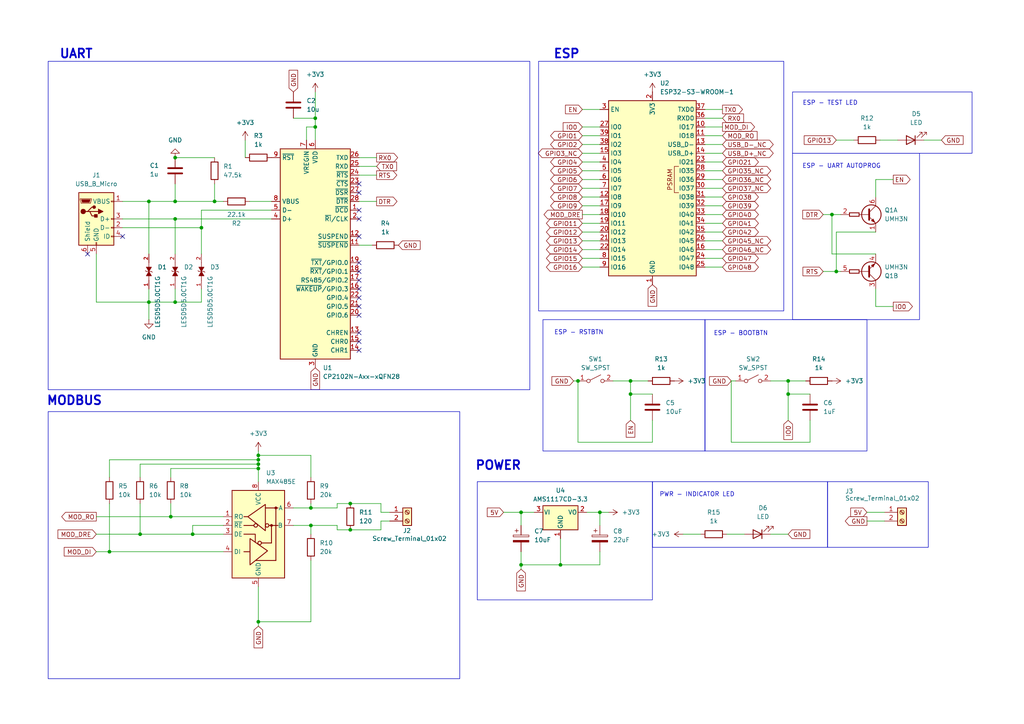
<source format=kicad_sch>
(kicad_sch
	(version 20231120)
	(generator "eeschema")
	(generator_version "8.0")
	(uuid "cab582a0-2fb9-47f9-bc02-3bb7f030dcd1")
	(paper "A4")
	(lib_symbols
		(symbol "Connector:Screw_Terminal_01x02"
			(pin_names
				(offset 1.016) hide)
			(exclude_from_sim no)
			(in_bom yes)
			(on_board yes)
			(property "Reference" "J"
				(at 0 2.54 0)
				(effects
					(font
						(size 1.27 1.27)
					)
				)
			)
			(property "Value" "Screw_Terminal_01x02"
				(at 0 -5.08 0)
				(effects
					(font
						(size 1.27 1.27)
					)
				)
			)
			(property "Footprint" ""
				(at 0 0 0)
				(effects
					(font
						(size 1.27 1.27)
					)
					(hide yes)
				)
			)
			(property "Datasheet" "~"
				(at 0 0 0)
				(effects
					(font
						(size 1.27 1.27)
					)
					(hide yes)
				)
			)
			(property "Description" "Generic screw terminal, single row, 01x02, script generated (kicad-library-utils/schlib/autogen/connector/)"
				(at 0 0 0)
				(effects
					(font
						(size 1.27 1.27)
					)
					(hide yes)
				)
			)
			(property "ki_keywords" "screw terminal"
				(at 0 0 0)
				(effects
					(font
						(size 1.27 1.27)
					)
					(hide yes)
				)
			)
			(property "ki_fp_filters" "TerminalBlock*:*"
				(at 0 0 0)
				(effects
					(font
						(size 1.27 1.27)
					)
					(hide yes)
				)
			)
			(symbol "Screw_Terminal_01x02_1_1"
				(rectangle
					(start -1.27 1.27)
					(end 1.27 -3.81)
					(stroke
						(width 0.254)
						(type default)
					)
					(fill
						(type background)
					)
				)
				(circle
					(center 0 -2.54)
					(radius 0.635)
					(stroke
						(width 0.1524)
						(type default)
					)
					(fill
						(type none)
					)
				)
				(polyline
					(pts
						(xy -0.5334 -2.2098) (xy 0.3302 -3.048)
					)
					(stroke
						(width 0.1524)
						(type default)
					)
					(fill
						(type none)
					)
				)
				(polyline
					(pts
						(xy -0.5334 0.3302) (xy 0.3302 -0.508)
					)
					(stroke
						(width 0.1524)
						(type default)
					)
					(fill
						(type none)
					)
				)
				(polyline
					(pts
						(xy -0.3556 -2.032) (xy 0.508 -2.8702)
					)
					(stroke
						(width 0.1524)
						(type default)
					)
					(fill
						(type none)
					)
				)
				(polyline
					(pts
						(xy -0.3556 0.508) (xy 0.508 -0.3302)
					)
					(stroke
						(width 0.1524)
						(type default)
					)
					(fill
						(type none)
					)
				)
				(circle
					(center 0 0)
					(radius 0.635)
					(stroke
						(width 0.1524)
						(type default)
					)
					(fill
						(type none)
					)
				)
				(pin passive line
					(at -5.08 0 0)
					(length 3.81)
					(name "Pin_1"
						(effects
							(font
								(size 1.27 1.27)
							)
						)
					)
					(number "1"
						(effects
							(font
								(size 1.27 1.27)
							)
						)
					)
				)
				(pin passive line
					(at -5.08 -2.54 0)
					(length 3.81)
					(name "Pin_2"
						(effects
							(font
								(size 1.27 1.27)
							)
						)
					)
					(number "2"
						(effects
							(font
								(size 1.27 1.27)
							)
						)
					)
				)
			)
		)
		(symbol "Connector:USB_B_Micro"
			(pin_names
				(offset 1.016)
			)
			(exclude_from_sim no)
			(in_bom yes)
			(on_board yes)
			(property "Reference" "J"
				(at -5.08 11.43 0)
				(effects
					(font
						(size 1.27 1.27)
					)
					(justify left)
				)
			)
			(property "Value" "USB_B_Micro"
				(at -5.08 8.89 0)
				(effects
					(font
						(size 1.27 1.27)
					)
					(justify left)
				)
			)
			(property "Footprint" ""
				(at 3.81 -1.27 0)
				(effects
					(font
						(size 1.27 1.27)
					)
					(hide yes)
				)
			)
			(property "Datasheet" "~"
				(at 3.81 -1.27 0)
				(effects
					(font
						(size 1.27 1.27)
					)
					(hide yes)
				)
			)
			(property "Description" "USB Micro Type B connector"
				(at 0 0 0)
				(effects
					(font
						(size 1.27 1.27)
					)
					(hide yes)
				)
			)
			(property "ki_keywords" "connector USB micro"
				(at 0 0 0)
				(effects
					(font
						(size 1.27 1.27)
					)
					(hide yes)
				)
			)
			(property "ki_fp_filters" "USB*"
				(at 0 0 0)
				(effects
					(font
						(size 1.27 1.27)
					)
					(hide yes)
				)
			)
			(symbol "USB_B_Micro_0_1"
				(rectangle
					(start -5.08 -7.62)
					(end 5.08 7.62)
					(stroke
						(width 0.254)
						(type default)
					)
					(fill
						(type background)
					)
				)
				(circle
					(center -3.81 2.159)
					(radius 0.635)
					(stroke
						(width 0.254)
						(type default)
					)
					(fill
						(type outline)
					)
				)
				(circle
					(center -0.635 3.429)
					(radius 0.381)
					(stroke
						(width 0.254)
						(type default)
					)
					(fill
						(type outline)
					)
				)
				(rectangle
					(start -0.127 -7.62)
					(end 0.127 -6.858)
					(stroke
						(width 0)
						(type default)
					)
					(fill
						(type none)
					)
				)
				(polyline
					(pts
						(xy -1.905 2.159) (xy 0.635 2.159)
					)
					(stroke
						(width 0.254)
						(type default)
					)
					(fill
						(type none)
					)
				)
				(polyline
					(pts
						(xy -3.175 2.159) (xy -2.54 2.159) (xy -1.27 3.429) (xy -0.635 3.429)
					)
					(stroke
						(width 0.254)
						(type default)
					)
					(fill
						(type none)
					)
				)
				(polyline
					(pts
						(xy -2.54 2.159) (xy -1.905 2.159) (xy -1.27 0.889) (xy 0 0.889)
					)
					(stroke
						(width 0.254)
						(type default)
					)
					(fill
						(type none)
					)
				)
				(polyline
					(pts
						(xy 0.635 2.794) (xy 0.635 1.524) (xy 1.905 2.159) (xy 0.635 2.794)
					)
					(stroke
						(width 0.254)
						(type default)
					)
					(fill
						(type outline)
					)
				)
				(polyline
					(pts
						(xy -4.318 5.588) (xy -1.778 5.588) (xy -2.032 4.826) (xy -4.064 4.826) (xy -4.318 5.588)
					)
					(stroke
						(width 0)
						(type default)
					)
					(fill
						(type outline)
					)
				)
				(polyline
					(pts
						(xy -4.699 5.842) (xy -4.699 5.588) (xy -4.445 4.826) (xy -4.445 4.572) (xy -1.651 4.572) (xy -1.651 4.826)
						(xy -1.397 5.588) (xy -1.397 5.842) (xy -4.699 5.842)
					)
					(stroke
						(width 0)
						(type default)
					)
					(fill
						(type none)
					)
				)
				(rectangle
					(start 0.254 1.27)
					(end -0.508 0.508)
					(stroke
						(width 0.254)
						(type default)
					)
					(fill
						(type outline)
					)
				)
				(rectangle
					(start 5.08 -5.207)
					(end 4.318 -4.953)
					(stroke
						(width 0)
						(type default)
					)
					(fill
						(type none)
					)
				)
				(rectangle
					(start 5.08 -2.667)
					(end 4.318 -2.413)
					(stroke
						(width 0)
						(type default)
					)
					(fill
						(type none)
					)
				)
				(rectangle
					(start 5.08 -0.127)
					(end 4.318 0.127)
					(stroke
						(width 0)
						(type default)
					)
					(fill
						(type none)
					)
				)
				(rectangle
					(start 5.08 4.953)
					(end 4.318 5.207)
					(stroke
						(width 0)
						(type default)
					)
					(fill
						(type none)
					)
				)
			)
			(symbol "USB_B_Micro_1_1"
				(pin power_out line
					(at 7.62 5.08 180)
					(length 2.54)
					(name "VBUS"
						(effects
							(font
								(size 1.27 1.27)
							)
						)
					)
					(number "1"
						(effects
							(font
								(size 1.27 1.27)
							)
						)
					)
				)
				(pin bidirectional line
					(at 7.62 -2.54 180)
					(length 2.54)
					(name "D-"
						(effects
							(font
								(size 1.27 1.27)
							)
						)
					)
					(number "2"
						(effects
							(font
								(size 1.27 1.27)
							)
						)
					)
				)
				(pin bidirectional line
					(at 7.62 0 180)
					(length 2.54)
					(name "D+"
						(effects
							(font
								(size 1.27 1.27)
							)
						)
					)
					(number "3"
						(effects
							(font
								(size 1.27 1.27)
							)
						)
					)
				)
				(pin passive line
					(at 7.62 -5.08 180)
					(length 2.54)
					(name "ID"
						(effects
							(font
								(size 1.27 1.27)
							)
						)
					)
					(number "4"
						(effects
							(font
								(size 1.27 1.27)
							)
						)
					)
				)
				(pin power_out line
					(at 0 -10.16 90)
					(length 2.54)
					(name "GND"
						(effects
							(font
								(size 1.27 1.27)
							)
						)
					)
					(number "5"
						(effects
							(font
								(size 1.27 1.27)
							)
						)
					)
				)
				(pin passive line
					(at -2.54 -10.16 90)
					(length 2.54)
					(name "Shield"
						(effects
							(font
								(size 1.27 1.27)
							)
						)
					)
					(number "6"
						(effects
							(font
								(size 1.27 1.27)
							)
						)
					)
				)
			)
		)
		(symbol "Device:C"
			(pin_numbers hide)
			(pin_names
				(offset 0.254)
			)
			(exclude_from_sim no)
			(in_bom yes)
			(on_board yes)
			(property "Reference" "C"
				(at 0.635 2.54 0)
				(effects
					(font
						(size 1.27 1.27)
					)
					(justify left)
				)
			)
			(property "Value" "C"
				(at 0.635 -2.54 0)
				(effects
					(font
						(size 1.27 1.27)
					)
					(justify left)
				)
			)
			(property "Footprint" ""
				(at 0.9652 -3.81 0)
				(effects
					(font
						(size 1.27 1.27)
					)
					(hide yes)
				)
			)
			(property "Datasheet" "~"
				(at 0 0 0)
				(effects
					(font
						(size 1.27 1.27)
					)
					(hide yes)
				)
			)
			(property "Description" "Unpolarized capacitor"
				(at 0 0 0)
				(effects
					(font
						(size 1.27 1.27)
					)
					(hide yes)
				)
			)
			(property "ki_keywords" "cap capacitor"
				(at 0 0 0)
				(effects
					(font
						(size 1.27 1.27)
					)
					(hide yes)
				)
			)
			(property "ki_fp_filters" "C_*"
				(at 0 0 0)
				(effects
					(font
						(size 1.27 1.27)
					)
					(hide yes)
				)
			)
			(symbol "C_0_1"
				(polyline
					(pts
						(xy -2.032 -0.762) (xy 2.032 -0.762)
					)
					(stroke
						(width 0.508)
						(type default)
					)
					(fill
						(type none)
					)
				)
				(polyline
					(pts
						(xy -2.032 0.762) (xy 2.032 0.762)
					)
					(stroke
						(width 0.508)
						(type default)
					)
					(fill
						(type none)
					)
				)
			)
			(symbol "C_1_1"
				(pin passive line
					(at 0 3.81 270)
					(length 2.794)
					(name "~"
						(effects
							(font
								(size 1.27 1.27)
							)
						)
					)
					(number "1"
						(effects
							(font
								(size 1.27 1.27)
							)
						)
					)
				)
				(pin passive line
					(at 0 -3.81 90)
					(length 2.794)
					(name "~"
						(effects
							(font
								(size 1.27 1.27)
							)
						)
					)
					(number "2"
						(effects
							(font
								(size 1.27 1.27)
							)
						)
					)
				)
			)
		)
		(symbol "Device:C_Polarized"
			(pin_numbers hide)
			(pin_names
				(offset 0.254)
			)
			(exclude_from_sim no)
			(in_bom yes)
			(on_board yes)
			(property "Reference" "C"
				(at 0.635 2.54 0)
				(effects
					(font
						(size 1.27 1.27)
					)
					(justify left)
				)
			)
			(property "Value" "C_Polarized"
				(at 0.635 -2.54 0)
				(effects
					(font
						(size 1.27 1.27)
					)
					(justify left)
				)
			)
			(property "Footprint" ""
				(at 0.9652 -3.81 0)
				(effects
					(font
						(size 1.27 1.27)
					)
					(hide yes)
				)
			)
			(property "Datasheet" "~"
				(at 0 0 0)
				(effects
					(font
						(size 1.27 1.27)
					)
					(hide yes)
				)
			)
			(property "Description" "Polarized capacitor"
				(at 0 0 0)
				(effects
					(font
						(size 1.27 1.27)
					)
					(hide yes)
				)
			)
			(property "ki_keywords" "cap capacitor"
				(at 0 0 0)
				(effects
					(font
						(size 1.27 1.27)
					)
					(hide yes)
				)
			)
			(property "ki_fp_filters" "CP_*"
				(at 0 0 0)
				(effects
					(font
						(size 1.27 1.27)
					)
					(hide yes)
				)
			)
			(symbol "C_Polarized_0_1"
				(rectangle
					(start -2.286 0.508)
					(end 2.286 1.016)
					(stroke
						(width 0)
						(type default)
					)
					(fill
						(type none)
					)
				)
				(polyline
					(pts
						(xy -1.778 2.286) (xy -0.762 2.286)
					)
					(stroke
						(width 0)
						(type default)
					)
					(fill
						(type none)
					)
				)
				(polyline
					(pts
						(xy -1.27 2.794) (xy -1.27 1.778)
					)
					(stroke
						(width 0)
						(type default)
					)
					(fill
						(type none)
					)
				)
				(rectangle
					(start 2.286 -0.508)
					(end -2.286 -1.016)
					(stroke
						(width 0)
						(type default)
					)
					(fill
						(type outline)
					)
				)
			)
			(symbol "C_Polarized_1_1"
				(pin passive line
					(at 0 3.81 270)
					(length 2.794)
					(name "~"
						(effects
							(font
								(size 1.27 1.27)
							)
						)
					)
					(number "1"
						(effects
							(font
								(size 1.27 1.27)
							)
						)
					)
				)
				(pin passive line
					(at 0 -3.81 90)
					(length 2.794)
					(name "~"
						(effects
							(font
								(size 1.27 1.27)
							)
						)
					)
					(number "2"
						(effects
							(font
								(size 1.27 1.27)
							)
						)
					)
				)
			)
		)
		(symbol "Device:LED"
			(pin_numbers hide)
			(pin_names
				(offset 1.016) hide)
			(exclude_from_sim no)
			(in_bom yes)
			(on_board yes)
			(property "Reference" "D"
				(at 0 2.54 0)
				(effects
					(font
						(size 1.27 1.27)
					)
				)
			)
			(property "Value" "LED"
				(at 0 -2.54 0)
				(effects
					(font
						(size 1.27 1.27)
					)
				)
			)
			(property "Footprint" ""
				(at 0 0 0)
				(effects
					(font
						(size 1.27 1.27)
					)
					(hide yes)
				)
			)
			(property "Datasheet" "~"
				(at 0 0 0)
				(effects
					(font
						(size 1.27 1.27)
					)
					(hide yes)
				)
			)
			(property "Description" "Light emitting diode"
				(at 0 0 0)
				(effects
					(font
						(size 1.27 1.27)
					)
					(hide yes)
				)
			)
			(property "ki_keywords" "LED diode"
				(at 0 0 0)
				(effects
					(font
						(size 1.27 1.27)
					)
					(hide yes)
				)
			)
			(property "ki_fp_filters" "LED* LED_SMD:* LED_THT:*"
				(at 0 0 0)
				(effects
					(font
						(size 1.27 1.27)
					)
					(hide yes)
				)
			)
			(symbol "LED_0_1"
				(polyline
					(pts
						(xy -1.27 -1.27) (xy -1.27 1.27)
					)
					(stroke
						(width 0.254)
						(type default)
					)
					(fill
						(type none)
					)
				)
				(polyline
					(pts
						(xy -1.27 0) (xy 1.27 0)
					)
					(stroke
						(width 0)
						(type default)
					)
					(fill
						(type none)
					)
				)
				(polyline
					(pts
						(xy 1.27 -1.27) (xy 1.27 1.27) (xy -1.27 0) (xy 1.27 -1.27)
					)
					(stroke
						(width 0.254)
						(type default)
					)
					(fill
						(type none)
					)
				)
				(polyline
					(pts
						(xy -3.048 -0.762) (xy -4.572 -2.286) (xy -3.81 -2.286) (xy -4.572 -2.286) (xy -4.572 -1.524)
					)
					(stroke
						(width 0)
						(type default)
					)
					(fill
						(type none)
					)
				)
				(polyline
					(pts
						(xy -1.778 -0.762) (xy -3.302 -2.286) (xy -2.54 -2.286) (xy -3.302 -2.286) (xy -3.302 -1.524)
					)
					(stroke
						(width 0)
						(type default)
					)
					(fill
						(type none)
					)
				)
			)
			(symbol "LED_1_1"
				(pin passive line
					(at -3.81 0 0)
					(length 2.54)
					(name "K"
						(effects
							(font
								(size 1.27 1.27)
							)
						)
					)
					(number "1"
						(effects
							(font
								(size 1.27 1.27)
							)
						)
					)
				)
				(pin passive line
					(at 3.81 0 180)
					(length 2.54)
					(name "A"
						(effects
							(font
								(size 1.27 1.27)
							)
						)
					)
					(number "2"
						(effects
							(font
								(size 1.27 1.27)
							)
						)
					)
				)
			)
		)
		(symbol "Device:R"
			(pin_numbers hide)
			(pin_names
				(offset 0)
			)
			(exclude_from_sim no)
			(in_bom yes)
			(on_board yes)
			(property "Reference" "R"
				(at 2.032 0 90)
				(effects
					(font
						(size 1.27 1.27)
					)
				)
			)
			(property "Value" "R"
				(at 0 0 90)
				(effects
					(font
						(size 1.27 1.27)
					)
				)
			)
			(property "Footprint" ""
				(at -1.778 0 90)
				(effects
					(font
						(size 1.27 1.27)
					)
					(hide yes)
				)
			)
			(property "Datasheet" "~"
				(at 0 0 0)
				(effects
					(font
						(size 1.27 1.27)
					)
					(hide yes)
				)
			)
			(property "Description" "Resistor"
				(at 0 0 0)
				(effects
					(font
						(size 1.27 1.27)
					)
					(hide yes)
				)
			)
			(property "ki_keywords" "R res resistor"
				(at 0 0 0)
				(effects
					(font
						(size 1.27 1.27)
					)
					(hide yes)
				)
			)
			(property "ki_fp_filters" "R_*"
				(at 0 0 0)
				(effects
					(font
						(size 1.27 1.27)
					)
					(hide yes)
				)
			)
			(symbol "R_0_1"
				(rectangle
					(start -1.016 -2.54)
					(end 1.016 2.54)
					(stroke
						(width 0.254)
						(type default)
					)
					(fill
						(type none)
					)
				)
			)
			(symbol "R_1_1"
				(pin passive line
					(at 0 3.81 270)
					(length 1.27)
					(name "~"
						(effects
							(font
								(size 1.27 1.27)
							)
						)
					)
					(number "1"
						(effects
							(font
								(size 1.27 1.27)
							)
						)
					)
				)
				(pin passive line
					(at 0 -3.81 90)
					(length 1.27)
					(name "~"
						(effects
							(font
								(size 1.27 1.27)
							)
						)
					)
					(number "2"
						(effects
							(font
								(size 1.27 1.27)
							)
						)
					)
				)
			)
		)
		(symbol "Interface_UART:MAX485E"
			(exclude_from_sim no)
			(in_bom yes)
			(on_board yes)
			(property "Reference" "U"
				(at -6.985 13.97 0)
				(effects
					(font
						(size 1.27 1.27)
					)
				)
			)
			(property "Value" "MAX485E"
				(at 1.905 13.97 0)
				(effects
					(font
						(size 1.27 1.27)
					)
					(justify left)
				)
			)
			(property "Footprint" "Package_SO:SOIC-8_3.9x4.9mm_P1.27mm"
				(at 0 -22.86 0)
				(effects
					(font
						(size 1.27 1.27)
					)
					(hide yes)
				)
			)
			(property "Datasheet" "https://datasheets.maximintegrated.com/en/ds/MAX1487E-MAX491E.pdf"
				(at 0 1.27 0)
				(effects
					(font
						(size 1.27 1.27)
					)
					(hide yes)
				)
			)
			(property "Description" "Half duplex RS-485/RS-422, 2.5 Mbps, ±15kV electro-static discharge (ESD) protection, no slew-rate, no low-power shutdown, with receiver/driver enable, 32 receiver drive capability, DIP-8 and SOIC-8"
				(at 0 0 0)
				(effects
					(font
						(size 1.27 1.27)
					)
					(hide yes)
				)
			)
			(property "ki_keywords" "transceiver"
				(at 0 0 0)
				(effects
					(font
						(size 1.27 1.27)
					)
					(hide yes)
				)
			)
			(property "ki_fp_filters" "DIP*W7.62mm* SOIC*3.9x4.9mm*P1.27mm*"
				(at 0 0 0)
				(effects
					(font
						(size 1.27 1.27)
					)
					(hide yes)
				)
			)
			(symbol "MAX485E_0_1"
				(rectangle
					(start -7.62 12.7)
					(end 7.62 -12.7)
					(stroke
						(width 0.254)
						(type default)
					)
					(fill
						(type background)
					)
				)
				(polyline
					(pts
						(xy -4.191 2.54) (xy -1.27 2.54)
					)
					(stroke
						(width 0.254)
						(type default)
					)
					(fill
						(type none)
					)
				)
				(polyline
					(pts
						(xy -2.54 -5.08) (xy -4.191 -5.08)
					)
					(stroke
						(width 0.254)
						(type default)
					)
					(fill
						(type none)
					)
				)
				(polyline
					(pts
						(xy -0.635 -7.62) (xy 5.08 -7.62)
					)
					(stroke
						(width 0.254)
						(type default)
					)
					(fill
						(type none)
					)
				)
				(polyline
					(pts
						(xy 0.889 -2.54) (xy 3.81 -2.54)
					)
					(stroke
						(width 0.254)
						(type default)
					)
					(fill
						(type none)
					)
				)
				(polyline
					(pts
						(xy 2.032 7.62) (xy 5.715 7.62)
					)
					(stroke
						(width 0.254)
						(type default)
					)
					(fill
						(type none)
					)
				)
				(polyline
					(pts
						(xy 3.048 2.54) (xy 5.715 2.54)
					)
					(stroke
						(width 0.254)
						(type default)
					)
					(fill
						(type none)
					)
				)
				(polyline
					(pts
						(xy 3.81 -2.54) (xy 3.81 2.54)
					)
					(stroke
						(width 0.254)
						(type default)
					)
					(fill
						(type none)
					)
				)
				(polyline
					(pts
						(xy 5.08 -7.62) (xy 5.08 7.62)
					)
					(stroke
						(width 0.254)
						(type default)
					)
					(fill
						(type none)
					)
				)
				(polyline
					(pts
						(xy -4.191 0) (xy -0.889 0) (xy -0.889 -2.286)
					)
					(stroke
						(width 0.254)
						(type default)
					)
					(fill
						(type none)
					)
				)
				(polyline
					(pts
						(xy -3.175 5.08) (xy -4.191 5.08) (xy -4.064 5.08)
					)
					(stroke
						(width 0.254)
						(type default)
					)
					(fill
						(type none)
					)
				)
				(polyline
					(pts
						(xy -2.413 -5.08) (xy -2.413 -1.27) (xy 2.667 -4.826) (xy -2.413 -8.89) (xy -2.413 -5.08)
					)
					(stroke
						(width 0.254)
						(type default)
					)
					(fill
						(type none)
					)
				)
				(circle
					(center 0.381 -2.54)
					(radius 0.508)
					(stroke
						(width 0.254)
						(type default)
					)
					(fill
						(type none)
					)
				)
				(circle
					(center 3.81 2.54)
					(radius 0.2794)
					(stroke
						(width 0.254)
						(type default)
					)
					(fill
						(type outline)
					)
				)
			)
			(symbol "MAX485E_1_1"
				(circle
					(center -0.762 2.54)
					(radius 0.508)
					(stroke
						(width 0.254)
						(type default)
					)
					(fill
						(type none)
					)
				)
				(polyline
					(pts
						(xy 2.032 4.826) (xy 2.032 8.636) (xy -3.048 5.08) (xy 2.032 1.016) (xy 2.032 4.826)
					)
					(stroke
						(width 0.254)
						(type default)
					)
					(fill
						(type none)
					)
				)
				(circle
					(center 2.54 2.54)
					(radius 0.508)
					(stroke
						(width 0.254)
						(type default)
					)
					(fill
						(type none)
					)
				)
				(circle
					(center 5.08 7.62)
					(radius 0.2794)
					(stroke
						(width 0.254)
						(type default)
					)
					(fill
						(type outline)
					)
				)
				(pin output line
					(at -10.16 5.08 0)
					(length 2.54)
					(name "RO"
						(effects
							(font
								(size 1.27 1.27)
							)
						)
					)
					(number "1"
						(effects
							(font
								(size 1.27 1.27)
							)
						)
					)
				)
				(pin input line
					(at -10.16 2.54 0)
					(length 2.54)
					(name "~{RE}"
						(effects
							(font
								(size 1.27 1.27)
							)
						)
					)
					(number "2"
						(effects
							(font
								(size 1.27 1.27)
							)
						)
					)
				)
				(pin input line
					(at -10.16 0 0)
					(length 2.54)
					(name "DE"
						(effects
							(font
								(size 1.27 1.27)
							)
						)
					)
					(number "3"
						(effects
							(font
								(size 1.27 1.27)
							)
						)
					)
				)
				(pin input line
					(at -10.16 -5.08 0)
					(length 2.54)
					(name "DI"
						(effects
							(font
								(size 1.27 1.27)
							)
						)
					)
					(number "4"
						(effects
							(font
								(size 1.27 1.27)
							)
						)
					)
				)
				(pin power_in line
					(at 0 -15.24 90)
					(length 2.54)
					(name "GND"
						(effects
							(font
								(size 1.27 1.27)
							)
						)
					)
					(number "5"
						(effects
							(font
								(size 1.27 1.27)
							)
						)
					)
				)
				(pin bidirectional line
					(at 10.16 7.62 180)
					(length 2.54)
					(name "A"
						(effects
							(font
								(size 1.27 1.27)
							)
						)
					)
					(number "6"
						(effects
							(font
								(size 1.27 1.27)
							)
						)
					)
				)
				(pin bidirectional line
					(at 10.16 2.54 180)
					(length 2.54)
					(name "B"
						(effects
							(font
								(size 1.27 1.27)
							)
						)
					)
					(number "7"
						(effects
							(font
								(size 1.27 1.27)
							)
						)
					)
				)
				(pin power_in line
					(at 0 15.24 270)
					(length 2.54)
					(name "VCC"
						(effects
							(font
								(size 1.27 1.27)
							)
						)
					)
					(number "8"
						(effects
							(font
								(size 1.27 1.27)
							)
						)
					)
				)
			)
		)
		(symbol "Interface_USB:CP2102N-Axx-xQFN28"
			(exclude_from_sim no)
			(in_bom yes)
			(on_board yes)
			(property "Reference" "U"
				(at -8.89 31.75 0)
				(effects
					(font
						(size 1.27 1.27)
					)
				)
			)
			(property "Value" "CP2102N-Axx-xQFN28"
				(at 12.7 31.75 0)
				(effects
					(font
						(size 1.27 1.27)
					)
				)
			)
			(property "Footprint" "Package_DFN_QFN:QFN-28-1EP_5x5mm_P0.5mm_EP3.35x3.35mm"
				(at 33.02 -31.75 0)
				(effects
					(font
						(size 1.27 1.27)
					)
					(hide yes)
				)
			)
			(property "Datasheet" "https://www.silabs.com/documents/public/data-sheets/cp2102n-datasheet.pdf"
				(at 1.27 -19.05 0)
				(effects
					(font
						(size 1.27 1.27)
					)
					(hide yes)
				)
			)
			(property "Description" "USB to UART master bridge, QFN-28"
				(at 0 0 0)
				(effects
					(font
						(size 1.27 1.27)
					)
					(hide yes)
				)
			)
			(property "ki_keywords" "USB UART bridge"
				(at 0 0 0)
				(effects
					(font
						(size 1.27 1.27)
					)
					(hide yes)
				)
			)
			(property "ki_fp_filters" "QFN*1EP*5x5mm*P0.5mm*"
				(at 0 0 0)
				(effects
					(font
						(size 1.27 1.27)
					)
					(hide yes)
				)
			)
			(symbol "CP2102N-Axx-xQFN28_0_1"
				(rectangle
					(start -10.16 30.48)
					(end 10.16 -30.48)
					(stroke
						(width 0.254)
						(type default)
					)
					(fill
						(type background)
					)
				)
			)
			(symbol "CP2102N-Axx-xQFN28_1_1"
				(pin input line
					(at 12.7 12.7 180)
					(length 2.54)
					(name "~{DCD}"
						(effects
							(font
								(size 1.27 1.27)
							)
						)
					)
					(number "1"
						(effects
							(font
								(size 1.27 1.27)
							)
						)
					)
				)
				(pin no_connect line
					(at -10.16 -27.94 0)
					(length 2.54) hide
					(name "NC"
						(effects
							(font
								(size 1.27 1.27)
							)
						)
					)
					(number "10"
						(effects
							(font
								(size 1.27 1.27)
							)
						)
					)
				)
				(pin output line
					(at 12.7 2.54 180)
					(length 2.54)
					(name "~{SUSPEND}"
						(effects
							(font
								(size 1.27 1.27)
							)
						)
					)
					(number "11"
						(effects
							(font
								(size 1.27 1.27)
							)
						)
					)
				)
				(pin output line
					(at 12.7 5.08 180)
					(length 2.54)
					(name "SUSPEND"
						(effects
							(font
								(size 1.27 1.27)
							)
						)
					)
					(number "12"
						(effects
							(font
								(size 1.27 1.27)
							)
						)
					)
				)
				(pin output line
					(at 12.7 -22.86 180)
					(length 2.54)
					(name "CHREN"
						(effects
							(font
								(size 1.27 1.27)
							)
						)
					)
					(number "13"
						(effects
							(font
								(size 1.27 1.27)
							)
						)
					)
				)
				(pin output line
					(at 12.7 -27.94 180)
					(length 2.54)
					(name "CHR1"
						(effects
							(font
								(size 1.27 1.27)
							)
						)
					)
					(number "14"
						(effects
							(font
								(size 1.27 1.27)
							)
						)
					)
				)
				(pin output line
					(at 12.7 -25.4 180)
					(length 2.54)
					(name "CHR0"
						(effects
							(font
								(size 1.27 1.27)
							)
						)
					)
					(number "15"
						(effects
							(font
								(size 1.27 1.27)
							)
						)
					)
				)
				(pin bidirectional line
					(at 12.7 -10.16 180)
					(length 2.54)
					(name "~{WAKEUP}/GPIO.3"
						(effects
							(font
								(size 1.27 1.27)
							)
						)
					)
					(number "16"
						(effects
							(font
								(size 1.27 1.27)
							)
						)
					)
				)
				(pin bidirectional line
					(at 12.7 -7.62 180)
					(length 2.54)
					(name "RS485/GPIO.2"
						(effects
							(font
								(size 1.27 1.27)
							)
						)
					)
					(number "17"
						(effects
							(font
								(size 1.27 1.27)
							)
						)
					)
				)
				(pin bidirectional line
					(at 12.7 -5.08 180)
					(length 2.54)
					(name "~{RXT}/GPIO.1"
						(effects
							(font
								(size 1.27 1.27)
							)
						)
					)
					(number "18"
						(effects
							(font
								(size 1.27 1.27)
							)
						)
					)
				)
				(pin bidirectional line
					(at 12.7 -2.54 180)
					(length 2.54)
					(name "~{TXT}/GPIO.0"
						(effects
							(font
								(size 1.27 1.27)
							)
						)
					)
					(number "19"
						(effects
							(font
								(size 1.27 1.27)
							)
						)
					)
				)
				(pin bidirectional line
					(at 12.7 10.16 180)
					(length 2.54)
					(name "~{RI}/CLK"
						(effects
							(font
								(size 1.27 1.27)
							)
						)
					)
					(number "2"
						(effects
							(font
								(size 1.27 1.27)
							)
						)
					)
				)
				(pin bidirectional line
					(at 12.7 -17.78 180)
					(length 2.54)
					(name "GPIO.6"
						(effects
							(font
								(size 1.27 1.27)
							)
						)
					)
					(number "20"
						(effects
							(font
								(size 1.27 1.27)
							)
						)
					)
				)
				(pin bidirectional line
					(at 12.7 -15.24 180)
					(length 2.54)
					(name "GPIO.5"
						(effects
							(font
								(size 1.27 1.27)
							)
						)
					)
					(number "21"
						(effects
							(font
								(size 1.27 1.27)
							)
						)
					)
				)
				(pin bidirectional line
					(at 12.7 -12.7 180)
					(length 2.54)
					(name "GPIO.4"
						(effects
							(font
								(size 1.27 1.27)
							)
						)
					)
					(number "22"
						(effects
							(font
								(size 1.27 1.27)
							)
						)
					)
				)
				(pin input line
					(at 12.7 20.32 180)
					(length 2.54)
					(name "~{CTS}"
						(effects
							(font
								(size 1.27 1.27)
							)
						)
					)
					(number "23"
						(effects
							(font
								(size 1.27 1.27)
							)
						)
					)
				)
				(pin output line
					(at 12.7 22.86 180)
					(length 2.54)
					(name "~{RTS}"
						(effects
							(font
								(size 1.27 1.27)
							)
						)
					)
					(number "24"
						(effects
							(font
								(size 1.27 1.27)
							)
						)
					)
				)
				(pin input line
					(at 12.7 25.4 180)
					(length 2.54)
					(name "RXD"
						(effects
							(font
								(size 1.27 1.27)
							)
						)
					)
					(number "25"
						(effects
							(font
								(size 1.27 1.27)
							)
						)
					)
				)
				(pin output line
					(at 12.7 27.94 180)
					(length 2.54)
					(name "TXD"
						(effects
							(font
								(size 1.27 1.27)
							)
						)
					)
					(number "26"
						(effects
							(font
								(size 1.27 1.27)
							)
						)
					)
				)
				(pin input line
					(at 12.7 17.78 180)
					(length 2.54)
					(name "~{DSR}"
						(effects
							(font
								(size 1.27 1.27)
							)
						)
					)
					(number "27"
						(effects
							(font
								(size 1.27 1.27)
							)
						)
					)
				)
				(pin output line
					(at 12.7 15.24 180)
					(length 2.54)
					(name "~{DTR}"
						(effects
							(font
								(size 1.27 1.27)
							)
						)
					)
					(number "28"
						(effects
							(font
								(size 1.27 1.27)
							)
						)
					)
				)
				(pin passive line
					(at 0 -33.02 90)
					(length 2.54) hide
					(name "GND"
						(effects
							(font
								(size 1.27 1.27)
							)
						)
					)
					(number "29"
						(effects
							(font
								(size 1.27 1.27)
							)
						)
					)
				)
				(pin power_in line
					(at 0 -33.02 90)
					(length 2.54)
					(name "GND"
						(effects
							(font
								(size 1.27 1.27)
							)
						)
					)
					(number "3"
						(effects
							(font
								(size 1.27 1.27)
							)
						)
					)
				)
				(pin bidirectional line
					(at -12.7 10.16 0)
					(length 2.54)
					(name "D+"
						(effects
							(font
								(size 1.27 1.27)
							)
						)
					)
					(number "4"
						(effects
							(font
								(size 1.27 1.27)
							)
						)
					)
				)
				(pin bidirectional line
					(at -12.7 12.7 0)
					(length 2.54)
					(name "D-"
						(effects
							(font
								(size 1.27 1.27)
							)
						)
					)
					(number "5"
						(effects
							(font
								(size 1.27 1.27)
							)
						)
					)
				)
				(pin power_in line
					(at 0 33.02 270)
					(length 2.54)
					(name "VDD"
						(effects
							(font
								(size 1.27 1.27)
							)
						)
					)
					(number "6"
						(effects
							(font
								(size 1.27 1.27)
							)
						)
					)
				)
				(pin power_in line
					(at -2.54 33.02 270)
					(length 2.54)
					(name "VREGIN"
						(effects
							(font
								(size 1.27 1.27)
							)
						)
					)
					(number "7"
						(effects
							(font
								(size 1.27 1.27)
							)
						)
					)
				)
				(pin input line
					(at -12.7 15.24 0)
					(length 2.54)
					(name "VBUS"
						(effects
							(font
								(size 1.27 1.27)
							)
						)
					)
					(number "8"
						(effects
							(font
								(size 1.27 1.27)
							)
						)
					)
				)
				(pin input line
					(at -12.7 27.94 0)
					(length 2.54)
					(name "~{RST}"
						(effects
							(font
								(size 1.27 1.27)
							)
						)
					)
					(number "9"
						(effects
							(font
								(size 1.27 1.27)
							)
						)
					)
				)
			)
		)
		(symbol "LESD5D5.0CT1G:LESD5D5.0CT1G"
			(pin_names
				(offset 1.016)
			)
			(exclude_from_sim no)
			(in_bom yes)
			(on_board yes)
			(property "Reference" "D"
				(at -5.08 2.54 0)
				(effects
					(font
						(size 1.27 1.27)
					)
					(justify left bottom)
				)
			)
			(property "Value" "LESD5D5.0CT1G"
				(at -5.08 -5.08 0)
				(effects
					(font
						(size 1.27 1.27)
					)
					(justify left bottom)
				)
			)
			(property "Footprint" "LESD5D5.0CT1G:TVS_LESD5D5.0CT1G"
				(at 0 0 0)
				(effects
					(font
						(size 1.27 1.27)
					)
					(justify bottom)
					(hide yes)
				)
			)
			(property "Datasheet" ""
				(at 0 0 0)
				(effects
					(font
						(size 1.27 1.27)
					)
					(hide yes)
				)
			)
			(property "Description" ""
				(at 0 0 0)
				(effects
					(font
						(size 1.27 1.27)
					)
					(hide yes)
				)
			)
			(property "MF" "Leshan Radio Co."
				(at 0 0 0)
				(effects
					(font
						(size 1.27 1.27)
					)
					(justify bottom)
					(hide yes)
				)
			)
			(property "MAXIMUM_PACKAGE_HEIGHT" "0.7 mm"
				(at 0 0 0)
				(effects
					(font
						(size 1.27 1.27)
					)
					(justify bottom)
					(hide yes)
				)
			)
			(property "Package" "None"
				(at 0 0 0)
				(effects
					(font
						(size 1.27 1.27)
					)
					(justify bottom)
					(hide yes)
				)
			)
			(property "Price" "None"
				(at 0 0 0)
				(effects
					(font
						(size 1.27 1.27)
					)
					(justify bottom)
					(hide yes)
				)
			)
			(property "Check_prices" "https://www.snapeda.com/parts/LESD5D5.0CT1G/Leshan+Radio/view-part/?ref=eda"
				(at 0 0 0)
				(effects
					(font
						(size 1.27 1.27)
					)
					(justify bottom)
					(hide yes)
				)
			)
			(property "STANDARD" "Manufacturer Recommendations"
				(at 0 0 0)
				(effects
					(font
						(size 1.27 1.27)
					)
					(justify bottom)
					(hide yes)
				)
			)
			(property "PARTREV" "O"
				(at 0 0 0)
				(effects
					(font
						(size 1.27 1.27)
					)
					(justify bottom)
					(hide yes)
				)
			)
			(property "SnapEDA_Link" "https://www.snapeda.com/parts/LESD5D5.0CT1G/Leshan+Radio/view-part/?ref=snap"
				(at 0 0 0)
				(effects
					(font
						(size 1.27 1.27)
					)
					(justify bottom)
					(hide yes)
				)
			)
			(property "MP" "LESD5D5.0CT1G"
				(at 0 0 0)
				(effects
					(font
						(size 1.27 1.27)
					)
					(justify bottom)
					(hide yes)
				)
			)
			(property "Description_1" "\n                        \n                            Transient Voltage Suppressors for ESD Protection\n                        \n"
				(at 0 0 0)
				(effects
					(font
						(size 1.27 1.27)
					)
					(justify bottom)
					(hide yes)
				)
			)
			(property "Availability" "In Stock"
				(at 0 0 0)
				(effects
					(font
						(size 1.27 1.27)
					)
					(justify bottom)
					(hide yes)
				)
			)
			(property "MANUFACTURER" "LRC"
				(at 0 0 0)
				(effects
					(font
						(size 1.27 1.27)
					)
					(justify bottom)
					(hide yes)
				)
			)
			(symbol "LESD5D5.0CT1G_0_0"
				(polyline
					(pts
						(xy -1.27 0) (xy -2.54 0)
					)
					(stroke
						(width 0.1524)
						(type default)
					)
					(fill
						(type none)
					)
				)
				(polyline
					(pts
						(xy 0 -0.762) (xy -0.254 -1.016)
					)
					(stroke
						(width 0.1524)
						(type default)
					)
					(fill
						(type none)
					)
				)
				(polyline
					(pts
						(xy 0 -0.762) (xy 0 0.762)
					)
					(stroke
						(width 0.1524)
						(type default)
					)
					(fill
						(type none)
					)
				)
				(polyline
					(pts
						(xy 0 0.762) (xy 0.254 1.016)
					)
					(stroke
						(width 0.1524)
						(type default)
					)
					(fill
						(type none)
					)
				)
				(polyline
					(pts
						(xy 1.27 0) (xy 2.54 0)
					)
					(stroke
						(width 0.1524)
						(type default)
					)
					(fill
						(type none)
					)
				)
				(polyline
					(pts
						(xy 0 0) (xy -1.27 -0.762) (xy -1.27 0.762) (xy 0 0)
					)
					(stroke
						(width 0.1524)
						(type default)
					)
					(fill
						(type outline)
					)
				)
				(polyline
					(pts
						(xy 0 0) (xy 1.27 0.762) (xy 1.27 -0.762) (xy 0 0)
					)
					(stroke
						(width 0.1524)
						(type default)
					)
					(fill
						(type outline)
					)
				)
				(pin passive line
					(at -5.08 0 0)
					(length 2.54)
					(name "~"
						(effects
							(font
								(size 1.016 1.016)
							)
						)
					)
					(number "1"
						(effects
							(font
								(size 1.016 1.016)
							)
						)
					)
				)
				(pin passive line
					(at 5.08 0 180)
					(length 2.54)
					(name "~"
						(effects
							(font
								(size 1.016 1.016)
							)
						)
					)
					(number "2"
						(effects
							(font
								(size 1.016 1.016)
							)
						)
					)
				)
			)
		)
		(symbol "RF_Module:ESP32-S3-WROOM-1"
			(exclude_from_sim no)
			(in_bom yes)
			(on_board yes)
			(property "Reference" "U"
				(at -12.7 26.67 0)
				(effects
					(font
						(size 1.27 1.27)
					)
				)
			)
			(property "Value" "ESP32-S3-WROOM-1"
				(at 12.7 26.67 0)
				(effects
					(font
						(size 1.27 1.27)
					)
				)
			)
			(property "Footprint" "RF_Module:ESP32-S3-WROOM-1"
				(at 0 2.54 0)
				(effects
					(font
						(size 1.27 1.27)
					)
					(hide yes)
				)
			)
			(property "Datasheet" "https://www.espressif.com/sites/default/files/documentation/esp32-s3-wroom-1_wroom-1u_datasheet_en.pdf"
				(at 0 0 0)
				(effects
					(font
						(size 1.27 1.27)
					)
					(hide yes)
				)
			)
			(property "Description" "RF Module, ESP32-S3 SoC, Wi-Fi 802.11b/g/n, Bluetooth, BLE, 32-bit, 3.3V, onboard antenna, SMD"
				(at 0 0 0)
				(effects
					(font
						(size 1.27 1.27)
					)
					(hide yes)
				)
			)
			(property "ki_keywords" "RF Radio BT ESP ESP32-S3 Espressif onboard PCB antenna"
				(at 0 0 0)
				(effects
					(font
						(size 1.27 1.27)
					)
					(hide yes)
				)
			)
			(property "ki_fp_filters" "ESP32?S3?WROOM?1*"
				(at 0 0 0)
				(effects
					(font
						(size 1.27 1.27)
					)
					(hide yes)
				)
			)
			(symbol "ESP32-S3-WROOM-1_0_0"
				(rectangle
					(start -12.7 25.4)
					(end 12.7 -25.4)
					(stroke
						(width 0.254)
						(type default)
					)
					(fill
						(type background)
					)
				)
				(text "PSRAM"
					(at 5.08 2.54 900)
					(effects
						(font
							(size 1.27 1.27)
						)
					)
				)
			)
			(symbol "ESP32-S3-WROOM-1_0_1"
				(polyline
					(pts
						(xy 7.62 -1.27) (xy 6.35 -1.27) (xy 6.35 6.35) (xy 7.62 6.35)
					)
					(stroke
						(width 0)
						(type default)
					)
					(fill
						(type none)
					)
				)
			)
			(symbol "ESP32-S3-WROOM-1_1_1"
				(pin power_in line
					(at 0 -27.94 90)
					(length 2.54)
					(name "GND"
						(effects
							(font
								(size 1.27 1.27)
							)
						)
					)
					(number "1"
						(effects
							(font
								(size 1.27 1.27)
							)
						)
					)
				)
				(pin bidirectional line
					(at 15.24 17.78 180)
					(length 2.54)
					(name "IO17"
						(effects
							(font
								(size 1.27 1.27)
							)
						)
					)
					(number "10"
						(effects
							(font
								(size 1.27 1.27)
							)
						)
					)
				)
				(pin bidirectional line
					(at 15.24 15.24 180)
					(length 2.54)
					(name "IO18"
						(effects
							(font
								(size 1.27 1.27)
							)
						)
					)
					(number "11"
						(effects
							(font
								(size 1.27 1.27)
							)
						)
					)
				)
				(pin bidirectional line
					(at -15.24 -2.54 0)
					(length 2.54)
					(name "IO8"
						(effects
							(font
								(size 1.27 1.27)
							)
						)
					)
					(number "12"
						(effects
							(font
								(size 1.27 1.27)
							)
						)
					)
				)
				(pin bidirectional line
					(at 15.24 12.7 180)
					(length 2.54)
					(name "USB_D-"
						(effects
							(font
								(size 1.27 1.27)
							)
						)
					)
					(number "13"
						(effects
							(font
								(size 1.27 1.27)
							)
						)
					)
					(alternate "IO19" bidirectional line)
				)
				(pin bidirectional line
					(at 15.24 10.16 180)
					(length 2.54)
					(name "USB_D+"
						(effects
							(font
								(size 1.27 1.27)
							)
						)
					)
					(number "14"
						(effects
							(font
								(size 1.27 1.27)
							)
						)
					)
					(alternate "IO20" bidirectional line)
				)
				(pin bidirectional line
					(at -15.24 10.16 0)
					(length 2.54)
					(name "IO3"
						(effects
							(font
								(size 1.27 1.27)
							)
						)
					)
					(number "15"
						(effects
							(font
								(size 1.27 1.27)
							)
						)
					)
				)
				(pin bidirectional line
					(at 15.24 -17.78 180)
					(length 2.54)
					(name "IO46"
						(effects
							(font
								(size 1.27 1.27)
							)
						)
					)
					(number "16"
						(effects
							(font
								(size 1.27 1.27)
							)
						)
					)
				)
				(pin bidirectional line
					(at -15.24 -5.08 0)
					(length 2.54)
					(name "IO9"
						(effects
							(font
								(size 1.27 1.27)
							)
						)
					)
					(number "17"
						(effects
							(font
								(size 1.27 1.27)
							)
						)
					)
				)
				(pin bidirectional line
					(at -15.24 -7.62 0)
					(length 2.54)
					(name "IO10"
						(effects
							(font
								(size 1.27 1.27)
							)
						)
					)
					(number "18"
						(effects
							(font
								(size 1.27 1.27)
							)
						)
					)
				)
				(pin bidirectional line
					(at -15.24 -10.16 0)
					(length 2.54)
					(name "IO11"
						(effects
							(font
								(size 1.27 1.27)
							)
						)
					)
					(number "19"
						(effects
							(font
								(size 1.27 1.27)
							)
						)
					)
				)
				(pin power_in line
					(at 0 27.94 270)
					(length 2.54)
					(name "3V3"
						(effects
							(font
								(size 1.27 1.27)
							)
						)
					)
					(number "2"
						(effects
							(font
								(size 1.27 1.27)
							)
						)
					)
				)
				(pin bidirectional line
					(at -15.24 -12.7 0)
					(length 2.54)
					(name "IO12"
						(effects
							(font
								(size 1.27 1.27)
							)
						)
					)
					(number "20"
						(effects
							(font
								(size 1.27 1.27)
							)
						)
					)
				)
				(pin bidirectional line
					(at -15.24 -15.24 0)
					(length 2.54)
					(name "IO13"
						(effects
							(font
								(size 1.27 1.27)
							)
						)
					)
					(number "21"
						(effects
							(font
								(size 1.27 1.27)
							)
						)
					)
				)
				(pin bidirectional line
					(at -15.24 -17.78 0)
					(length 2.54)
					(name "IO14"
						(effects
							(font
								(size 1.27 1.27)
							)
						)
					)
					(number "22"
						(effects
							(font
								(size 1.27 1.27)
							)
						)
					)
				)
				(pin bidirectional line
					(at 15.24 7.62 180)
					(length 2.54)
					(name "IO21"
						(effects
							(font
								(size 1.27 1.27)
							)
						)
					)
					(number "23"
						(effects
							(font
								(size 1.27 1.27)
							)
						)
					)
				)
				(pin bidirectional line
					(at 15.24 -20.32 180)
					(length 2.54)
					(name "IO47"
						(effects
							(font
								(size 1.27 1.27)
							)
						)
					)
					(number "24"
						(effects
							(font
								(size 1.27 1.27)
							)
						)
					)
				)
				(pin bidirectional line
					(at 15.24 -22.86 180)
					(length 2.54)
					(name "IO48"
						(effects
							(font
								(size 1.27 1.27)
							)
						)
					)
					(number "25"
						(effects
							(font
								(size 1.27 1.27)
							)
						)
					)
				)
				(pin bidirectional line
					(at 15.24 -15.24 180)
					(length 2.54)
					(name "IO45"
						(effects
							(font
								(size 1.27 1.27)
							)
						)
					)
					(number "26"
						(effects
							(font
								(size 1.27 1.27)
							)
						)
					)
				)
				(pin bidirectional line
					(at -15.24 17.78 0)
					(length 2.54)
					(name "IO0"
						(effects
							(font
								(size 1.27 1.27)
							)
						)
					)
					(number "27"
						(effects
							(font
								(size 1.27 1.27)
							)
						)
					)
				)
				(pin bidirectional line
					(at 15.24 5.08 180)
					(length 2.54)
					(name "IO35"
						(effects
							(font
								(size 1.27 1.27)
							)
						)
					)
					(number "28"
						(effects
							(font
								(size 1.27 1.27)
							)
						)
					)
				)
				(pin bidirectional line
					(at 15.24 2.54 180)
					(length 2.54)
					(name "IO36"
						(effects
							(font
								(size 1.27 1.27)
							)
						)
					)
					(number "29"
						(effects
							(font
								(size 1.27 1.27)
							)
						)
					)
				)
				(pin input line
					(at -15.24 22.86 0)
					(length 2.54)
					(name "EN"
						(effects
							(font
								(size 1.27 1.27)
							)
						)
					)
					(number "3"
						(effects
							(font
								(size 1.27 1.27)
							)
						)
					)
				)
				(pin bidirectional line
					(at 15.24 0 180)
					(length 2.54)
					(name "IO37"
						(effects
							(font
								(size 1.27 1.27)
							)
						)
					)
					(number "30"
						(effects
							(font
								(size 1.27 1.27)
							)
						)
					)
				)
				(pin bidirectional line
					(at 15.24 -2.54 180)
					(length 2.54)
					(name "IO38"
						(effects
							(font
								(size 1.27 1.27)
							)
						)
					)
					(number "31"
						(effects
							(font
								(size 1.27 1.27)
							)
						)
					)
				)
				(pin bidirectional line
					(at 15.24 -5.08 180)
					(length 2.54)
					(name "IO39"
						(effects
							(font
								(size 1.27 1.27)
							)
						)
					)
					(number "32"
						(effects
							(font
								(size 1.27 1.27)
							)
						)
					)
				)
				(pin bidirectional line
					(at 15.24 -7.62 180)
					(length 2.54)
					(name "IO40"
						(effects
							(font
								(size 1.27 1.27)
							)
						)
					)
					(number "33"
						(effects
							(font
								(size 1.27 1.27)
							)
						)
					)
				)
				(pin bidirectional line
					(at 15.24 -10.16 180)
					(length 2.54)
					(name "IO41"
						(effects
							(font
								(size 1.27 1.27)
							)
						)
					)
					(number "34"
						(effects
							(font
								(size 1.27 1.27)
							)
						)
					)
				)
				(pin bidirectional line
					(at 15.24 -12.7 180)
					(length 2.54)
					(name "IO42"
						(effects
							(font
								(size 1.27 1.27)
							)
						)
					)
					(number "35"
						(effects
							(font
								(size 1.27 1.27)
							)
						)
					)
				)
				(pin bidirectional line
					(at 15.24 20.32 180)
					(length 2.54)
					(name "RXD0"
						(effects
							(font
								(size 1.27 1.27)
							)
						)
					)
					(number "36"
						(effects
							(font
								(size 1.27 1.27)
							)
						)
					)
				)
				(pin bidirectional line
					(at 15.24 22.86 180)
					(length 2.54)
					(name "TXD0"
						(effects
							(font
								(size 1.27 1.27)
							)
						)
					)
					(number "37"
						(effects
							(font
								(size 1.27 1.27)
							)
						)
					)
				)
				(pin bidirectional line
					(at -15.24 12.7 0)
					(length 2.54)
					(name "IO2"
						(effects
							(font
								(size 1.27 1.27)
							)
						)
					)
					(number "38"
						(effects
							(font
								(size 1.27 1.27)
							)
						)
					)
				)
				(pin bidirectional line
					(at -15.24 15.24 0)
					(length 2.54)
					(name "IO1"
						(effects
							(font
								(size 1.27 1.27)
							)
						)
					)
					(number "39"
						(effects
							(font
								(size 1.27 1.27)
							)
						)
					)
				)
				(pin bidirectional line
					(at -15.24 7.62 0)
					(length 2.54)
					(name "IO4"
						(effects
							(font
								(size 1.27 1.27)
							)
						)
					)
					(number "4"
						(effects
							(font
								(size 1.27 1.27)
							)
						)
					)
				)
				(pin passive line
					(at 0 -27.94 90)
					(length 2.54) hide
					(name "GND"
						(effects
							(font
								(size 1.27 1.27)
							)
						)
					)
					(number "40"
						(effects
							(font
								(size 1.27 1.27)
							)
						)
					)
				)
				(pin passive line
					(at 0 -27.94 90)
					(length 2.54) hide
					(name "GND"
						(effects
							(font
								(size 1.27 1.27)
							)
						)
					)
					(number "41"
						(effects
							(font
								(size 1.27 1.27)
							)
						)
					)
				)
				(pin bidirectional line
					(at -15.24 5.08 0)
					(length 2.54)
					(name "IO5"
						(effects
							(font
								(size 1.27 1.27)
							)
						)
					)
					(number "5"
						(effects
							(font
								(size 1.27 1.27)
							)
						)
					)
				)
				(pin bidirectional line
					(at -15.24 2.54 0)
					(length 2.54)
					(name "IO6"
						(effects
							(font
								(size 1.27 1.27)
							)
						)
					)
					(number "6"
						(effects
							(font
								(size 1.27 1.27)
							)
						)
					)
				)
				(pin bidirectional line
					(at -15.24 0 0)
					(length 2.54)
					(name "IO7"
						(effects
							(font
								(size 1.27 1.27)
							)
						)
					)
					(number "7"
						(effects
							(font
								(size 1.27 1.27)
							)
						)
					)
				)
				(pin bidirectional line
					(at -15.24 -20.32 0)
					(length 2.54)
					(name "IO15"
						(effects
							(font
								(size 1.27 1.27)
							)
						)
					)
					(number "8"
						(effects
							(font
								(size 1.27 1.27)
							)
						)
					)
				)
				(pin bidirectional line
					(at -15.24 -22.86 0)
					(length 2.54)
					(name "IO16"
						(effects
							(font
								(size 1.27 1.27)
							)
						)
					)
					(number "9"
						(effects
							(font
								(size 1.27 1.27)
							)
						)
					)
				)
			)
		)
		(symbol "Regulator_Linear:AMS1117CD-3.3"
			(pin_names
				(offset 0.254)
			)
			(exclude_from_sim no)
			(in_bom yes)
			(on_board yes)
			(property "Reference" "U"
				(at -3.81 3.175 0)
				(effects
					(font
						(size 1.27 1.27)
					)
				)
			)
			(property "Value" "AMS1117CD-3.3"
				(at 0 3.175 0)
				(effects
					(font
						(size 1.27 1.27)
					)
					(justify left)
				)
			)
			(property "Footprint" "Package_TO_SOT_SMD:TO-252-3_TabPin2"
				(at 0 5.08 0)
				(effects
					(font
						(size 1.27 1.27)
					)
					(hide yes)
				)
			)
			(property "Datasheet" "http://www.advanced-monolithic.com/pdf/ds1117.pdf"
				(at 2.54 -6.35 0)
				(effects
					(font
						(size 1.27 1.27)
					)
					(hide yes)
				)
			)
			(property "Description" "1A Low Dropout regulator, positive, 3.3V fixed output, TO-252"
				(at 0 0 0)
				(effects
					(font
						(size 1.27 1.27)
					)
					(hide yes)
				)
			)
			(property "ki_keywords" "linear regulator ldo fixed positive"
				(at 0 0 0)
				(effects
					(font
						(size 1.27 1.27)
					)
					(hide yes)
				)
			)
			(property "ki_fp_filters" "TO?252*TabPin2*"
				(at 0 0 0)
				(effects
					(font
						(size 1.27 1.27)
					)
					(hide yes)
				)
			)
			(symbol "AMS1117CD-3.3_0_1"
				(rectangle
					(start -5.08 -5.08)
					(end 5.08 1.905)
					(stroke
						(width 0.254)
						(type default)
					)
					(fill
						(type background)
					)
				)
			)
			(symbol "AMS1117CD-3.3_1_1"
				(pin power_in line
					(at 0 -7.62 90)
					(length 2.54)
					(name "GND"
						(effects
							(font
								(size 1.27 1.27)
							)
						)
					)
					(number "1"
						(effects
							(font
								(size 1.27 1.27)
							)
						)
					)
				)
				(pin power_out line
					(at 7.62 0 180)
					(length 2.54)
					(name "VO"
						(effects
							(font
								(size 1.27 1.27)
							)
						)
					)
					(number "2"
						(effects
							(font
								(size 1.27 1.27)
							)
						)
					)
				)
				(pin power_in line
					(at -7.62 0 0)
					(length 2.54)
					(name "VI"
						(effects
							(font
								(size 1.27 1.27)
							)
						)
					)
					(number "3"
						(effects
							(font
								(size 1.27 1.27)
							)
						)
					)
				)
			)
		)
		(symbol "Switch:SW_SPST"
			(pin_names
				(offset 0) hide)
			(exclude_from_sim no)
			(in_bom yes)
			(on_board yes)
			(property "Reference" "SW"
				(at 0 3.175 0)
				(effects
					(font
						(size 1.27 1.27)
					)
				)
			)
			(property "Value" "SW_SPST"
				(at 0 -2.54 0)
				(effects
					(font
						(size 1.27 1.27)
					)
				)
			)
			(property "Footprint" ""
				(at 0 0 0)
				(effects
					(font
						(size 1.27 1.27)
					)
					(hide yes)
				)
			)
			(property "Datasheet" "~"
				(at 0 0 0)
				(effects
					(font
						(size 1.27 1.27)
					)
					(hide yes)
				)
			)
			(property "Description" "Single Pole Single Throw (SPST) switch"
				(at 0 0 0)
				(effects
					(font
						(size 1.27 1.27)
					)
					(hide yes)
				)
			)
			(property "ki_keywords" "switch lever"
				(at 0 0 0)
				(effects
					(font
						(size 1.27 1.27)
					)
					(hide yes)
				)
			)
			(symbol "SW_SPST_0_0"
				(circle
					(center -2.032 0)
					(radius 0.508)
					(stroke
						(width 0)
						(type default)
					)
					(fill
						(type none)
					)
				)
				(polyline
					(pts
						(xy -1.524 0.254) (xy 1.524 1.778)
					)
					(stroke
						(width 0)
						(type default)
					)
					(fill
						(type none)
					)
				)
				(circle
					(center 2.032 0)
					(radius 0.508)
					(stroke
						(width 0)
						(type default)
					)
					(fill
						(type none)
					)
				)
			)
			(symbol "SW_SPST_1_1"
				(pin passive line
					(at -5.08 0 0)
					(length 2.54)
					(name "A"
						(effects
							(font
								(size 1.27 1.27)
							)
						)
					)
					(number "1"
						(effects
							(font
								(size 1.27 1.27)
							)
						)
					)
				)
				(pin passive line
					(at 5.08 0 180)
					(length 2.54)
					(name "B"
						(effects
							(font
								(size 1.27 1.27)
							)
						)
					)
					(number "2"
						(effects
							(font
								(size 1.27 1.27)
							)
						)
					)
				)
			)
		)
		(symbol "Transistor_BJT:UMH3N"
			(pin_names hide)
			(exclude_from_sim no)
			(in_bom yes)
			(on_board yes)
			(property "Reference" "Q"
				(at 7.62 1.27 0)
				(effects
					(font
						(size 1.27 1.27)
					)
					(justify left)
				)
			)
			(property "Value" "UMH3N"
				(at 7.62 -1.27 0)
				(effects
					(font
						(size 1.27 1.27)
					)
					(justify left)
				)
			)
			(property "Footprint" "Package_TO_SOT_SMD:SOT-363_SC-70-6"
				(at 0.127 -11.176 0)
				(effects
					(font
						(size 1.27 1.27)
					)
					(hide yes)
				)
			)
			(property "Datasheet" "http://rohmfs.rohm.com/en/products/databook/datasheet/discrete/transistor/digital/emh3t2r-e.pdf"
				(at 3.81 0 0)
				(effects
					(font
						(size 1.27 1.27)
					)
					(hide yes)
				)
			)
			(property "Description" "0.1A Ic, 50V Vce, Dual NPN Input Resistor Transistors, SOT-363"
				(at 0 0 0)
				(effects
					(font
						(size 1.27 1.27)
					)
					(hide yes)
				)
			)
			(property "ki_keywords" "Dual NPN Transistor"
				(at 0 0 0)
				(effects
					(font
						(size 1.27 1.27)
					)
					(hide yes)
				)
			)
			(property "ki_fp_filters" "SOT?363*"
				(at 0 0 0)
				(effects
					(font
						(size 1.27 1.27)
					)
					(hide yes)
				)
			)
			(symbol "UMH3N_0_1"
				(polyline
					(pts
						(xy 3.175 0) (xy 0.254 0)
					)
					(stroke
						(width 0)
						(type default)
					)
					(fill
						(type none)
					)
				)
				(polyline
					(pts
						(xy 3.175 0.635) (xy 5.08 2.54)
					)
					(stroke
						(width 0)
						(type default)
					)
					(fill
						(type none)
					)
				)
				(polyline
					(pts
						(xy 3.175 1.524) (xy 3.175 -1.524)
					)
					(stroke
						(width 0.508)
						(type default)
					)
					(fill
						(type none)
					)
				)
				(polyline
					(pts
						(xy 3.175 -0.635) (xy 5.08 -2.54) (xy 5.08 -2.54)
					)
					(stroke
						(width 0)
						(type default)
					)
					(fill
						(type none)
					)
				)
				(polyline
					(pts
						(xy 3.81 -1.778) (xy 4.318 -1.27) (xy 4.826 -2.286) (xy 3.81 -1.778) (xy 3.81 -1.778)
					)
					(stroke
						(width 0)
						(type default)
					)
					(fill
						(type outline)
					)
				)
				(rectangle
					(start 0.254 0.508)
					(end -2.54 -0.508)
					(stroke
						(width 0.254)
						(type default)
					)
					(fill
						(type none)
					)
				)
				(circle
					(center 3.81 0)
					(radius 2.8194)
					(stroke
						(width 0.254)
						(type default)
					)
					(fill
						(type none)
					)
				)
			)
			(symbol "UMH3N_1_1"
				(pin passive line
					(at 5.08 -5.08 90)
					(length 2.54)
					(name "E1"
						(effects
							(font
								(size 1.27 1.27)
							)
						)
					)
					(number "1"
						(effects
							(font
								(size 1.27 1.27)
							)
						)
					)
				)
				(pin input line
					(at -5.08 0 0)
					(length 2.54)
					(name "B1"
						(effects
							(font
								(size 1.27 1.27)
							)
						)
					)
					(number "2"
						(effects
							(font
								(size 1.27 1.27)
							)
						)
					)
				)
				(pin passive line
					(at 5.08 5.08 270)
					(length 2.54)
					(name "C1"
						(effects
							(font
								(size 1.27 1.27)
							)
						)
					)
					(number "6"
						(effects
							(font
								(size 1.27 1.27)
							)
						)
					)
				)
			)
			(symbol "UMH3N_2_1"
				(pin passive line
					(at 5.08 5.08 270)
					(length 2.54)
					(name "C2"
						(effects
							(font
								(size 1.27 1.27)
							)
						)
					)
					(number "3"
						(effects
							(font
								(size 1.27 1.27)
							)
						)
					)
				)
				(pin passive line
					(at 5.08 -5.08 90)
					(length 2.54)
					(name "E2"
						(effects
							(font
								(size 1.27 1.27)
							)
						)
					)
					(number "4"
						(effects
							(font
								(size 1.27 1.27)
							)
						)
					)
				)
				(pin input line
					(at -5.08 0 0)
					(length 2.54)
					(name "B2"
						(effects
							(font
								(size 1.27 1.27)
							)
						)
					)
					(number "5"
						(effects
							(font
								(size 1.27 1.27)
							)
						)
					)
				)
			)
		)
		(symbol "power:+3V3"
			(power)
			(pin_numbers hide)
			(pin_names
				(offset 0) hide)
			(exclude_from_sim no)
			(in_bom yes)
			(on_board yes)
			(property "Reference" "#PWR"
				(at 0 -3.81 0)
				(effects
					(font
						(size 1.27 1.27)
					)
					(hide yes)
				)
			)
			(property "Value" "+3V3"
				(at 0 3.556 0)
				(effects
					(font
						(size 1.27 1.27)
					)
				)
			)
			(property "Footprint" ""
				(at 0 0 0)
				(effects
					(font
						(size 1.27 1.27)
					)
					(hide yes)
				)
			)
			(property "Datasheet" ""
				(at 0 0 0)
				(effects
					(font
						(size 1.27 1.27)
					)
					(hide yes)
				)
			)
			(property "Description" "Power symbol creates a global label with name \"+3V3\""
				(at 0 0 0)
				(effects
					(font
						(size 1.27 1.27)
					)
					(hide yes)
				)
			)
			(property "ki_keywords" "global power"
				(at 0 0 0)
				(effects
					(font
						(size 1.27 1.27)
					)
					(hide yes)
				)
			)
			(symbol "+3V3_0_1"
				(polyline
					(pts
						(xy -0.762 1.27) (xy 0 2.54)
					)
					(stroke
						(width 0)
						(type default)
					)
					(fill
						(type none)
					)
				)
				(polyline
					(pts
						(xy 0 0) (xy 0 2.54)
					)
					(stroke
						(width 0)
						(type default)
					)
					(fill
						(type none)
					)
				)
				(polyline
					(pts
						(xy 0 2.54) (xy 0.762 1.27)
					)
					(stroke
						(width 0)
						(type default)
					)
					(fill
						(type none)
					)
				)
			)
			(symbol "+3V3_1_1"
				(pin power_in line
					(at 0 0 90)
					(length 0)
					(name "~"
						(effects
							(font
								(size 1.27 1.27)
							)
						)
					)
					(number "1"
						(effects
							(font
								(size 1.27 1.27)
							)
						)
					)
				)
			)
		)
		(symbol "power:GND"
			(power)
			(pin_numbers hide)
			(pin_names
				(offset 0) hide)
			(exclude_from_sim no)
			(in_bom yes)
			(on_board yes)
			(property "Reference" "#PWR"
				(at 0 -6.35 0)
				(effects
					(font
						(size 1.27 1.27)
					)
					(hide yes)
				)
			)
			(property "Value" "GND"
				(at 0 -3.81 0)
				(effects
					(font
						(size 1.27 1.27)
					)
				)
			)
			(property "Footprint" ""
				(at 0 0 0)
				(effects
					(font
						(size 1.27 1.27)
					)
					(hide yes)
				)
			)
			(property "Datasheet" ""
				(at 0 0 0)
				(effects
					(font
						(size 1.27 1.27)
					)
					(hide yes)
				)
			)
			(property "Description" "Power symbol creates a global label with name \"GND\" , ground"
				(at 0 0 0)
				(effects
					(font
						(size 1.27 1.27)
					)
					(hide yes)
				)
			)
			(property "ki_keywords" "global power"
				(at 0 0 0)
				(effects
					(font
						(size 1.27 1.27)
					)
					(hide yes)
				)
			)
			(symbol "GND_0_1"
				(polyline
					(pts
						(xy 0 0) (xy 0 -1.27) (xy 1.27 -1.27) (xy 0 -2.54) (xy -1.27 -1.27) (xy 0 -1.27)
					)
					(stroke
						(width 0)
						(type default)
					)
					(fill
						(type none)
					)
				)
			)
			(symbol "GND_1_1"
				(pin power_in line
					(at 0 0 270)
					(length 0)
					(name "~"
						(effects
							(font
								(size 1.27 1.27)
							)
						)
					)
					(number "1"
						(effects
							(font
								(size 1.27 1.27)
							)
						)
					)
				)
			)
		)
	)
	(junction
		(at 151.13 148.59)
		(diameter 0)
		(color 0 0 0 0)
		(uuid "0d8e6208-9151-463b-8d1e-e9bef96a76d2")
	)
	(junction
		(at 91.44 36.83)
		(diameter 0)
		(color 0 0 0 0)
		(uuid "125cf874-1c33-4053-9d05-37c7e107bd52")
	)
	(junction
		(at 74.93 180.34)
		(diameter 0)
		(color 0 0 0 0)
		(uuid "1b95672a-9396-48e9-a379-6fd123d1edb7")
	)
	(junction
		(at 43.18 87.63)
		(diameter 0)
		(color 0 0 0 0)
		(uuid "423da308-3d45-48b1-a7bc-5aa0763bbac6")
	)
	(junction
		(at 62.23 58.42)
		(diameter 0)
		(color 0 0 0 0)
		(uuid "460751c0-b464-4469-877a-209dd2f3684f")
	)
	(junction
		(at 228.6 114.3)
		(diameter 0)
		(color 0 0 0 0)
		(uuid "48844dcc-88d8-4d89-8ee4-7fa5a2300886")
	)
	(junction
		(at 50.8 58.42)
		(diameter 0)
		(color 0 0 0 0)
		(uuid "5d1a38ae-1b72-4cbc-9358-30d672fca274")
	)
	(junction
		(at 49.53 149.86)
		(diameter 0)
		(color 0 0 0 0)
		(uuid "656ce2d1-daf3-4289-bdf0-9b1fec7632e2")
	)
	(junction
		(at 90.17 152.4)
		(diameter 0)
		(color 0 0 0 0)
		(uuid "6890b5c7-76cc-49eb-8d10-115049b03950")
	)
	(junction
		(at 241.3 62.23)
		(diameter 0)
		(color 0 0 0 0)
		(uuid "78f56f52-fa70-4725-b485-c9f95de379c3")
	)
	(junction
		(at 43.18 58.42)
		(diameter 0)
		(color 0 0 0 0)
		(uuid "7bb32422-f065-45b3-b6fa-69a537938913")
	)
	(junction
		(at 90.17 147.32)
		(diameter 0)
		(color 0 0 0 0)
		(uuid "936f2e7d-64db-4f54-a84f-81c8dcc1fccf")
	)
	(junction
		(at 58.42 66.04)
		(diameter 0)
		(color 0 0 0 0)
		(uuid "a5aedd6b-52f3-4ae8-a5a5-c0b2cfa322a9")
	)
	(junction
		(at 74.93 134.62)
		(diameter 0)
		(color 0 0 0 0)
		(uuid "aaec00d9-5367-4817-980d-06c0d6b584b8")
	)
	(junction
		(at 101.6 153.67)
		(diameter 0)
		(color 0 0 0 0)
		(uuid "ac9eff27-c2ba-48b2-94a7-60f3a706f294")
	)
	(junction
		(at 31.75 160.02)
		(diameter 0)
		(color 0 0 0 0)
		(uuid "bed2602f-499e-414a-a8cb-250f11eaf96d")
	)
	(junction
		(at 182.88 114.3)
		(diameter 0)
		(color 0 0 0 0)
		(uuid "c0a44bdd-1ab7-45c3-b9b0-41ef33651cff")
	)
	(junction
		(at 50.8 87.63)
		(diameter 0)
		(color 0 0 0 0)
		(uuid "c2f56126-308d-46cb-80dd-663550f7e005")
	)
	(junction
		(at 74.93 132.08)
		(diameter 0)
		(color 0 0 0 0)
		(uuid "d03f3b94-f3bf-4dfb-83c3-cee66a4923f5")
	)
	(junction
		(at 228.6 110.49)
		(diameter 0)
		(color 0 0 0 0)
		(uuid "d6cadc18-bcfa-48f5-b61f-e865faaa5590")
	)
	(junction
		(at 74.93 133.35)
		(diameter 0)
		(color 0 0 0 0)
		(uuid "d8072a09-a09c-4223-8ed6-2f98fe965f88")
	)
	(junction
		(at 50.8 45.72)
		(diameter 0)
		(color 0 0 0 0)
		(uuid "d95c319c-b8d2-482c-992d-1de723adb91f")
	)
	(junction
		(at 74.93 135.89)
		(diameter 0)
		(color 0 0 0 0)
		(uuid "daace367-4330-4f58-8bff-00788f0bd5a2")
	)
	(junction
		(at 91.44 34.29)
		(diameter 0)
		(color 0 0 0 0)
		(uuid "dd8b43df-4934-4fe2-b08b-f5a7e3fa1f52")
	)
	(junction
		(at 151.13 163.83)
		(diameter 0)
		(color 0 0 0 0)
		(uuid "df840e88-f17d-424e-be83-3243a8df186a")
	)
	(junction
		(at 167.64 110.49)
		(diameter 0)
		(color 0 0 0 0)
		(uuid "e3d6700f-fda5-463a-a910-b34667993425")
	)
	(junction
		(at 242.57 78.74)
		(diameter 0)
		(color 0 0 0 0)
		(uuid "e65eaa1a-f3e9-4af3-84b5-0c20e0e26402")
	)
	(junction
		(at 101.6 146.05)
		(diameter 0)
		(color 0 0 0 0)
		(uuid "e796dbff-c67f-4ac5-a716-9947a5cf072e")
	)
	(junction
		(at 182.88 110.49)
		(diameter 0)
		(color 0 0 0 0)
		(uuid "ed56d201-8479-44fd-a90a-0f175af4a73d")
	)
	(junction
		(at 50.8 63.5)
		(diameter 0)
		(color 0 0 0 0)
		(uuid "edba5704-8920-41c1-8830-7b807fe6f809")
	)
	(junction
		(at 55.88 154.94)
		(diameter 0)
		(color 0 0 0 0)
		(uuid "f90db0de-c8a0-4bbc-a8d8-02a1e4f9d64d")
	)
	(junction
		(at 40.64 154.94)
		(diameter 0)
		(color 0 0 0 0)
		(uuid "faeb8dc8-f9b9-4f91-8fba-bea052c86399")
	)
	(junction
		(at 173.99 148.59)
		(diameter 0)
		(color 0 0 0 0)
		(uuid "fb32cdb3-a138-434b-937c-9ba9c5dd45d3")
	)
	(junction
		(at 162.56 163.83)
		(diameter 0)
		(color 0 0 0 0)
		(uuid "fcc6a69c-b4ec-411d-9bad-6f579038101c")
	)
	(no_connect
		(at 104.14 88.9)
		(uuid "0886f4cf-7043-43de-bfff-bb23923dfa60")
	)
	(no_connect
		(at 25.4 73.66)
		(uuid "0c91d990-f46a-4252-a8ba-fd2f265f0ee2")
	)
	(no_connect
		(at 104.14 91.44)
		(uuid "197e81eb-1169-4ee7-9fb6-86505c720e82")
	)
	(no_connect
		(at 35.56 68.58)
		(uuid "3c4a1e80-0f14-4037-a181-98f90ba7fe59")
	)
	(no_connect
		(at 104.14 78.74)
		(uuid "50cf17d4-9ec0-4a68-9d6f-e138e9d59d05")
	)
	(no_connect
		(at 104.14 68.58)
		(uuid "62f0fe66-2089-444e-b5f1-4fcf16c7c9fe")
	)
	(no_connect
		(at 104.14 55.88)
		(uuid "6561128a-9fe8-4ae7-b900-4cc9e7d96477")
	)
	(no_connect
		(at 104.14 99.06)
		(uuid "6c631707-9496-4702-9872-44cfee74df27")
	)
	(no_connect
		(at 104.14 101.6)
		(uuid "7f3e6920-042a-4dc6-8683-9c5ba1412f87")
	)
	(no_connect
		(at 104.14 86.36)
		(uuid "8caace9b-d470-40d5-a63f-900d6e4332c4")
	)
	(no_connect
		(at 104.14 53.34)
		(uuid "9dd1cb8a-43a2-4864-b031-26f298f449a7")
	)
	(no_connect
		(at 104.14 83.82)
		(uuid "b1a570af-ed4b-4598-a407-bb86aaa84176")
	)
	(no_connect
		(at 104.14 96.52)
		(uuid "ba5f6259-a39f-4089-a9e4-e26e36fb2fb9")
	)
	(no_connect
		(at 104.14 60.96)
		(uuid "bbc39f92-47cc-4303-83a2-d58137ac777d")
	)
	(no_connect
		(at 104.14 81.28)
		(uuid "d6cb30e4-bee0-46b6-974c-59e76515d98e")
	)
	(no_connect
		(at 104.14 76.2)
		(uuid "f537da86-1610-4cdb-9fa1-2fe8d9c55eb1")
	)
	(no_connect
		(at 104.14 63.5)
		(uuid "fe3bc6ae-24c9-4bd6-b06a-022beb28ea51")
	)
	(wire
		(pts
			(xy 234.95 121.92) (xy 234.95 128.27)
		)
		(stroke
			(width 0)
			(type default)
		)
		(uuid "00002302-4a63-4397-bcb6-955be961980a")
	)
	(wire
		(pts
			(xy 177.8 110.49) (xy 182.88 110.49)
		)
		(stroke
			(width 0)
			(type default)
		)
		(uuid "00a5f57f-4347-4078-8cde-8b16a6246e2d")
	)
	(wire
		(pts
			(xy 74.93 132.08) (xy 74.93 133.35)
		)
		(stroke
			(width 0)
			(type default)
		)
		(uuid "0383d8eb-f52d-4def-9411-e79119aa8e43")
	)
	(wire
		(pts
			(xy 43.18 58.42) (xy 43.18 73.66)
		)
		(stroke
			(width 0)
			(type default)
		)
		(uuid "06bebaed-d1ab-4ec3-9371-1b2cd847cb64")
	)
	(wire
		(pts
			(xy 146.05 148.59) (xy 151.13 148.59)
		)
		(stroke
			(width 0)
			(type default)
		)
		(uuid "0873d8c5-6a36-49e9-92ae-89516c3397a3")
	)
	(wire
		(pts
			(xy 35.56 63.5) (xy 50.8 63.5)
		)
		(stroke
			(width 0)
			(type default)
		)
		(uuid "0b72ac27-f14f-4e4d-ac5a-6dca8c62f431")
	)
	(wire
		(pts
			(xy 151.13 163.83) (xy 151.13 160.02)
		)
		(stroke
			(width 0)
			(type default)
		)
		(uuid "0b9876c6-491c-4c5d-b394-09d5da5904f4")
	)
	(wire
		(pts
			(xy 40.64 146.05) (xy 40.64 154.94)
		)
		(stroke
			(width 0)
			(type default)
		)
		(uuid "11f9c462-ab49-41bc-8c05-33b9378c5e4e")
	)
	(wire
		(pts
			(xy 31.75 133.35) (xy 74.93 133.35)
		)
		(stroke
			(width 0)
			(type default)
		)
		(uuid "1251ad11-680b-478c-9bce-dc09d0ef2cb3")
	)
	(wire
		(pts
			(xy 104.14 71.12) (xy 107.95 71.12)
		)
		(stroke
			(width 0)
			(type default)
		)
		(uuid "13a0f39b-440c-4091-b433-a378bc73377a")
	)
	(wire
		(pts
			(xy 170.18 148.59) (xy 173.99 148.59)
		)
		(stroke
			(width 0)
			(type default)
		)
		(uuid "13bb435c-d8e8-432b-beb5-2df12443cd3e")
	)
	(wire
		(pts
			(xy 104.14 48.26) (xy 109.22 48.26)
		)
		(stroke
			(width 0)
			(type default)
		)
		(uuid "15efe30b-48cb-4a7b-a790-6f1791fbd314")
	)
	(wire
		(pts
			(xy 43.18 83.82) (xy 43.18 87.63)
		)
		(stroke
			(width 0)
			(type default)
		)
		(uuid "1929f6c4-4c93-4361-9ebc-34fe9de0eefd")
	)
	(wire
		(pts
			(xy 64.77 58.42) (xy 62.23 58.42)
		)
		(stroke
			(width 0)
			(type default)
		)
		(uuid "194fc1ae-f4f5-4a78-bc6d-46281c12d510")
	)
	(wire
		(pts
			(xy 254 88.9) (xy 259.08 88.9)
		)
		(stroke
			(width 0)
			(type default)
		)
		(uuid "197a6560-7905-4b29-beb0-a84cc383f345")
	)
	(wire
		(pts
			(xy 204.47 52.07) (xy 209.55 52.07)
		)
		(stroke
			(width 0)
			(type default)
		)
		(uuid "1f04aa2e-efd2-4137-99cc-5202b9761607")
	)
	(wire
		(pts
			(xy 110.49 146.05) (xy 101.6 146.05)
		)
		(stroke
			(width 0)
			(type default)
		)
		(uuid "22aa8bb2-6740-4380-87ad-b559144e0d57")
	)
	(wire
		(pts
			(xy 209.55 34.29) (xy 204.47 34.29)
		)
		(stroke
			(width 0)
			(type default)
		)
		(uuid "23fd5167-327c-4838-a7f4-3372bb13c687")
	)
	(wire
		(pts
			(xy 212.09 110.49) (xy 213.36 110.49)
		)
		(stroke
			(width 0)
			(type default)
		)
		(uuid "262f292f-e8e5-4755-8f4d-d6d36848532d")
	)
	(wire
		(pts
			(xy 189.23 114.3) (xy 182.88 114.3)
		)
		(stroke
			(width 0)
			(type default)
		)
		(uuid "26a911ad-063e-49fe-adc2-a2aeea5f8bcd")
	)
	(wire
		(pts
			(xy 187.96 110.49) (xy 182.88 110.49)
		)
		(stroke
			(width 0)
			(type default)
		)
		(uuid "2837abd8-5e78-4917-b9ce-af36194aefcb")
	)
	(wire
		(pts
			(xy 50.8 58.42) (xy 50.8 53.34)
		)
		(stroke
			(width 0)
			(type default)
		)
		(uuid "284ab572-96df-4139-86f0-2b52da7e4563")
	)
	(wire
		(pts
			(xy 110.49 153.67) (xy 101.6 153.67)
		)
		(stroke
			(width 0)
			(type default)
		)
		(uuid "28d9c41b-1f9f-4137-9e8a-78e4a0237229")
	)
	(wire
		(pts
			(xy 74.93 130.81) (xy 74.93 132.08)
		)
		(stroke
			(width 0)
			(type default)
		)
		(uuid "2904a608-fdf9-4c0a-a3bf-97f2679382fc")
	)
	(wire
		(pts
			(xy 189.23 128.27) (xy 167.64 128.27)
		)
		(stroke
			(width 0)
			(type default)
		)
		(uuid "2b52c1c3-145d-44da-b11d-5121a3acf65f")
	)
	(wire
		(pts
			(xy 97.79 152.4) (xy 90.17 152.4)
		)
		(stroke
			(width 0)
			(type default)
		)
		(uuid "2be34e62-692d-4410-9e98-c5a71c05abd0")
	)
	(wire
		(pts
			(xy 204.47 74.93) (xy 209.55 74.93)
		)
		(stroke
			(width 0)
			(type default)
		)
		(uuid "2d52b3d2-dc83-4126-a83b-37832116eb0b")
	)
	(wire
		(pts
			(xy 242.57 67.31) (xy 242.57 78.74)
		)
		(stroke
			(width 0)
			(type default)
		)
		(uuid "2e4c4cee-b9b5-4ebd-8051-807f972b6aee")
	)
	(wire
		(pts
			(xy 168.91 44.45) (xy 173.99 44.45)
		)
		(stroke
			(width 0)
			(type default)
		)
		(uuid "2e970985-1ec5-4f5d-86f2-611150fad7ae")
	)
	(wire
		(pts
			(xy 74.93 133.35) (xy 74.93 134.62)
		)
		(stroke
			(width 0)
			(type default)
		)
		(uuid "3026d69f-0a8a-456f-99df-75930e2ee55c")
	)
	(wire
		(pts
			(xy 49.53 138.43) (xy 49.53 135.89)
		)
		(stroke
			(width 0)
			(type default)
		)
		(uuid "345db54f-cc6a-4107-b42a-9064c690a4a4")
	)
	(wire
		(pts
			(xy 90.17 146.05) (xy 90.17 147.32)
		)
		(stroke
			(width 0)
			(type default)
		)
		(uuid "3cf0afbe-41bc-4a66-83af-119cc5401692")
	)
	(wire
		(pts
			(xy 43.18 87.63) (xy 43.18 92.71)
		)
		(stroke
			(width 0)
			(type default)
		)
		(uuid "3f3ec03e-05d1-4704-96e5-191c720d237c")
	)
	(wire
		(pts
			(xy 168.91 72.39) (xy 173.99 72.39)
		)
		(stroke
			(width 0)
			(type default)
		)
		(uuid "438d5f69-d22a-495c-8e0b-8215e1449894")
	)
	(wire
		(pts
			(xy 204.47 49.53) (xy 209.55 49.53)
		)
		(stroke
			(width 0)
			(type default)
		)
		(uuid "43e784e0-bd42-4870-bda8-8e0a16ca3396")
	)
	(wire
		(pts
			(xy 50.8 87.63) (xy 58.42 87.63)
		)
		(stroke
			(width 0)
			(type default)
		)
		(uuid "47bc6d52-1485-458c-a56a-c02891ba2991")
	)
	(wire
		(pts
			(xy 168.91 59.69) (xy 173.99 59.69)
		)
		(stroke
			(width 0)
			(type default)
		)
		(uuid "47ca2c18-a925-4a70-8f32-2d6b35f82318")
	)
	(wire
		(pts
			(xy 91.44 36.83) (xy 91.44 34.29)
		)
		(stroke
			(width 0)
			(type default)
		)
		(uuid "4839ab80-a950-43b4-9cfc-3ee2d3fd2f75")
	)
	(wire
		(pts
			(xy 40.64 154.94) (xy 55.88 154.94)
		)
		(stroke
			(width 0)
			(type default)
		)
		(uuid "489373ce-b98f-4e67-b27e-b4071d772cd3")
	)
	(wire
		(pts
			(xy 91.44 40.64) (xy 91.44 36.83)
		)
		(stroke
			(width 0)
			(type default)
		)
		(uuid "48b32c5d-726a-4896-8169-ddd1540a64a2")
	)
	(wire
		(pts
			(xy 242.57 40.64) (xy 247.65 40.64)
		)
		(stroke
			(width 0)
			(type default)
		)
		(uuid "4cb5edab-bd2c-464c-a42c-ac0c7434bbef")
	)
	(wire
		(pts
			(xy 267.97 40.64) (xy 273.05 40.64)
		)
		(stroke
			(width 0)
			(type default)
		)
		(uuid "4deb046f-285a-4224-b6eb-ebe8008d9674")
	)
	(wire
		(pts
			(xy 204.47 77.47) (xy 209.55 77.47)
		)
		(stroke
			(width 0)
			(type default)
		)
		(uuid "4f472580-40f0-4950-8b32-7ddbc7b3a6db")
	)
	(wire
		(pts
			(xy 238.76 62.23) (xy 241.3 62.23)
		)
		(stroke
			(width 0)
			(type default)
		)
		(uuid "532e6645-b5a4-44df-a388-161f946e5a7c")
	)
	(wire
		(pts
			(xy 168.91 62.23) (xy 173.99 62.23)
		)
		(stroke
			(width 0)
			(type default)
		)
		(uuid "53a9b2ac-b513-41c5-90d5-2c3f87090a5e")
	)
	(wire
		(pts
			(xy 204.47 41.91) (xy 209.55 41.91)
		)
		(stroke
			(width 0)
			(type default)
		)
		(uuid "55c375b4-c08b-4998-bc42-5ea467d7a5db")
	)
	(wire
		(pts
			(xy 204.47 72.39) (xy 209.55 72.39)
		)
		(stroke
			(width 0)
			(type default)
		)
		(uuid "5a0386f2-a5d4-430a-ae10-645cfc738410")
	)
	(wire
		(pts
			(xy 254 83.82) (xy 254 88.9)
		)
		(stroke
			(width 0)
			(type default)
		)
		(uuid "5b07b2a3-9471-4824-9b36-0a085243a5b3")
	)
	(wire
		(pts
			(xy 97.79 153.67) (xy 101.6 153.67)
		)
		(stroke
			(width 0)
			(type default)
		)
		(uuid "5c6deb88-368c-43ee-ad38-08a1f5fa1cca")
	)
	(wire
		(pts
			(xy 241.3 62.23) (xy 243.84 62.23)
		)
		(stroke
			(width 0)
			(type default)
		)
		(uuid "5c774bce-7398-4cb5-8c45-dc0d40a1ba40")
	)
	(wire
		(pts
			(xy 168.91 77.47) (xy 173.99 77.47)
		)
		(stroke
			(width 0)
			(type default)
		)
		(uuid "5fb02a17-e283-4789-9181-c863b743ec33")
	)
	(wire
		(pts
			(xy 204.47 54.61) (xy 209.55 54.61)
		)
		(stroke
			(width 0)
			(type default)
		)
		(uuid "5fbd6a8a-ad8c-45a4-8275-9334f0e29712")
	)
	(wire
		(pts
			(xy 49.53 135.89) (xy 74.93 135.89)
		)
		(stroke
			(width 0)
			(type default)
		)
		(uuid "61c80604-9c93-4f5c-a932-1140910619a8")
	)
	(wire
		(pts
			(xy 238.76 78.74) (xy 242.57 78.74)
		)
		(stroke
			(width 0)
			(type default)
		)
		(uuid "63b2d987-5d6f-4d3e-a5ba-11f279ea6879")
	)
	(wire
		(pts
			(xy 168.91 69.85) (xy 173.99 69.85)
		)
		(stroke
			(width 0)
			(type default)
		)
		(uuid "64b923f8-294d-4f7c-bc3f-5bc3422dec6d")
	)
	(wire
		(pts
			(xy 49.53 146.05) (xy 49.53 149.86)
		)
		(stroke
			(width 0)
			(type default)
		)
		(uuid "655ba226-1b59-43f6-8d73-f2de8cc6ca34")
	)
	(wire
		(pts
			(xy 55.88 154.94) (xy 64.77 154.94)
		)
		(stroke
			(width 0)
			(type default)
		)
		(uuid "65641774-4842-4a8f-9d1c-7dc4c50496e4")
	)
	(wire
		(pts
			(xy 55.88 152.4) (xy 55.88 154.94)
		)
		(stroke
			(width 0)
			(type default)
		)
		(uuid "68e7e01f-ab88-4be1-9e34-b54469a8153c")
	)
	(wire
		(pts
			(xy 50.8 45.72) (xy 62.23 45.72)
		)
		(stroke
			(width 0)
			(type default)
		)
		(uuid "6a55852e-378e-4741-9f3e-43f6ebfe3f21")
	)
	(wire
		(pts
			(xy 74.93 181.61) (xy 74.93 180.34)
		)
		(stroke
			(width 0)
			(type default)
		)
		(uuid "6b95dc98-6453-4f11-95aa-be2df1547c43")
	)
	(wire
		(pts
			(xy 162.56 163.83) (xy 173.99 163.83)
		)
		(stroke
			(width 0)
			(type default)
		)
		(uuid "6bfa09bb-6f0c-48e2-b218-f09c53e652ae")
	)
	(wire
		(pts
			(xy 234.95 114.3) (xy 228.6 114.3)
		)
		(stroke
			(width 0)
			(type default)
		)
		(uuid "6cbfd98b-b188-4e46-b2e6-ab558c483b27")
	)
	(wire
		(pts
			(xy 50.8 83.82) (xy 50.8 87.63)
		)
		(stroke
			(width 0)
			(type default)
		)
		(uuid "6d5e5515-aab6-4ff5-8ef0-d835fac09362")
	)
	(wire
		(pts
			(xy 90.17 138.43) (xy 90.17 132.08)
		)
		(stroke
			(width 0)
			(type default)
		)
		(uuid "6e273f37-6466-453c-992d-94d6256b80b6")
	)
	(wire
		(pts
			(xy 151.13 163.83) (xy 151.13 165.1)
		)
		(stroke
			(width 0)
			(type default)
		)
		(uuid "6e39d4d9-b24b-46fa-abf2-dff17ce930bf")
	)
	(wire
		(pts
			(xy 151.13 163.83) (xy 162.56 163.83)
		)
		(stroke
			(width 0)
			(type default)
		)
		(uuid "72a462f6-863b-40a3-85b7-b08896339b26")
	)
	(wire
		(pts
			(xy 223.52 154.94) (xy 228.6 154.94)
		)
		(stroke
			(width 0)
			(type default)
		)
		(uuid "738c49b8-f7b1-433d-b581-bb143a1fb726")
	)
	(wire
		(pts
			(xy 72.39 58.42) (xy 78.74 58.42)
		)
		(stroke
			(width 0)
			(type default)
		)
		(uuid "748d10e7-0a52-474b-854d-5d8e59a50b72")
	)
	(wire
		(pts
			(xy 110.49 148.59) (xy 110.49 146.05)
		)
		(stroke
			(width 0)
			(type default)
		)
		(uuid "74fe28fa-d7b8-4679-bbfb-2dadd3824f51")
	)
	(wire
		(pts
			(xy 162.56 156.21) (xy 162.56 163.83)
		)
		(stroke
			(width 0)
			(type default)
		)
		(uuid "78892da5-bf13-4d5f-98de-692447d066f2")
	)
	(wire
		(pts
			(xy 88.9 36.83) (xy 91.44 36.83)
		)
		(stroke
			(width 0)
			(type default)
		)
		(uuid "79c92cf7-b942-45ee-8f7b-ba532f82ef00")
	)
	(wire
		(pts
			(xy 40.64 138.43) (xy 40.64 134.62)
		)
		(stroke
			(width 0)
			(type default)
		)
		(uuid "7afc1edb-8285-49a5-b60a-966a92268c5e")
	)
	(wire
		(pts
			(xy 104.14 50.8) (xy 109.22 50.8)
		)
		(stroke
			(width 0)
			(type default)
		)
		(uuid "7ca6607a-5f06-4f45-8b19-000cb6ea0e74")
	)
	(wire
		(pts
			(xy 204.47 59.69) (xy 209.55 59.69)
		)
		(stroke
			(width 0)
			(type default)
		)
		(uuid "7d59c0d0-f51e-4c4e-b878-e4e32253a107")
	)
	(wire
		(pts
			(xy 88.9 40.64) (xy 88.9 36.83)
		)
		(stroke
			(width 0)
			(type default)
		)
		(uuid "7dae140c-8889-40ee-817f-16dc087212fe")
	)
	(wire
		(pts
			(xy 27.94 87.63) (xy 43.18 87.63)
		)
		(stroke
			(width 0)
			(type default)
		)
		(uuid "7ed3df81-19fa-4f84-960e-47dbfe7e1b4b")
	)
	(wire
		(pts
			(xy 31.75 160.02) (xy 64.77 160.02)
		)
		(stroke
			(width 0)
			(type default)
		)
		(uuid "7ee3ca16-779a-4643-a3f1-3032b8645258")
	)
	(wire
		(pts
			(xy 43.18 58.42) (xy 50.8 58.42)
		)
		(stroke
			(width 0)
			(type default)
		)
		(uuid "7f0177b3-821a-4a61-8618-a6a5b8003760")
	)
	(wire
		(pts
			(xy 204.47 46.99) (xy 209.55 46.99)
		)
		(stroke
			(width 0)
			(type default)
		)
		(uuid "804a0db1-754d-4a9c-8a84-d467be05a8be")
	)
	(wire
		(pts
			(xy 113.03 151.13) (xy 110.49 151.13)
		)
		(stroke
			(width 0)
			(type default)
		)
		(uuid "813985c1-40fc-4cab-8cb5-8c78b7bb7e5c")
	)
	(wire
		(pts
			(xy 198.12 154.94) (xy 203.2 154.94)
		)
		(stroke
			(width 0)
			(type default)
		)
		(uuid "814f5f1c-32c8-4c98-a90e-8b7305d1cef1")
	)
	(wire
		(pts
			(xy 90.17 180.34) (xy 74.93 180.34)
		)
		(stroke
			(width 0)
			(type default)
		)
		(uuid "83020d1f-2387-4b09-a643-c6c29c3d25bb")
	)
	(wire
		(pts
			(xy 167.64 128.27) (xy 167.64 110.49)
		)
		(stroke
			(width 0)
			(type default)
		)
		(uuid "8472fde3-1835-492d-9c1f-05bd505b6860")
	)
	(wire
		(pts
			(xy 189.23 121.92) (xy 189.23 128.27)
		)
		(stroke
			(width 0)
			(type default)
		)
		(uuid "859f8eb5-27e3-47d2-b953-bd38f3faddb9")
	)
	(wire
		(pts
			(xy 151.13 148.59) (xy 151.13 152.4)
		)
		(stroke
			(width 0)
			(type default)
		)
		(uuid "872ad206-9219-4611-966f-bf49095ee4d3")
	)
	(wire
		(pts
			(xy 209.55 39.37) (xy 204.47 39.37)
		)
		(stroke
			(width 0)
			(type default)
		)
		(uuid "87fbe9ad-8d23-413b-8cc7-ea48a18c2323")
	)
	(wire
		(pts
			(xy 43.18 87.63) (xy 50.8 87.63)
		)
		(stroke
			(width 0)
			(type default)
		)
		(uuid "8a64193e-00ff-476d-a5fd-b150740b0924")
	)
	(wire
		(pts
			(xy 209.55 31.75) (xy 204.47 31.75)
		)
		(stroke
			(width 0)
			(type default)
		)
		(uuid "8f8981bd-b403-4a2c-b40f-88fafecdb36f")
	)
	(wire
		(pts
			(xy 62.23 53.34) (xy 62.23 58.42)
		)
		(stroke
			(width 0)
			(type default)
		)
		(uuid "91a3b4d1-7f29-4c06-b7b1-9d53c75fc9ae")
	)
	(wire
		(pts
			(xy 58.42 66.04) (xy 58.42 73.66)
		)
		(stroke
			(width 0)
			(type default)
		)
		(uuid "933ed98c-da24-40c7-90cb-71232b0f2782")
	)
	(wire
		(pts
			(xy 204.47 64.77) (xy 209.55 64.77)
		)
		(stroke
			(width 0)
			(type default)
		)
		(uuid "95dabb39-0a7a-4752-a031-0907ad1a9c86")
	)
	(wire
		(pts
			(xy 154.94 148.59) (xy 151.13 148.59)
		)
		(stroke
			(width 0)
			(type default)
		)
		(uuid "96a82b51-250f-4c8d-84e4-a1bc400e5b32")
	)
	(wire
		(pts
			(xy 204.47 67.31) (xy 209.55 67.31)
		)
		(stroke
			(width 0)
			(type default)
		)
		(uuid "999c4e09-7ec2-4d45-9905-7c99974b1855")
	)
	(wire
		(pts
			(xy 27.94 160.02) (xy 31.75 160.02)
		)
		(stroke
			(width 0)
			(type default)
		)
		(uuid "9a77413d-8f4b-44c2-8cce-e7bcf5c7395a")
	)
	(wire
		(pts
			(xy 97.79 152.4) (xy 97.79 153.67)
		)
		(stroke
			(width 0)
			(type default)
		)
		(uuid "9c9e7166-b88e-4901-bf73-814812ee5c07")
	)
	(wire
		(pts
			(xy 58.42 83.82) (xy 58.42 87.63)
		)
		(stroke
			(width 0)
			(type default)
		)
		(uuid "9f96d112-7a68-4e92-ae20-08b583362a93")
	)
	(wire
		(pts
			(xy 31.75 138.43) (xy 31.75 133.35)
		)
		(stroke
			(width 0)
			(type default)
		)
		(uuid "a29b9d97-673e-45d2-b48e-20c5c33bb52b")
	)
	(wire
		(pts
			(xy 78.74 60.96) (xy 58.42 60.96)
		)
		(stroke
			(width 0)
			(type default)
		)
		(uuid "a2b2e6bd-d64a-4ec9-9d97-d87780e980ab")
	)
	(wire
		(pts
			(xy 212.09 128.27) (xy 212.09 110.49)
		)
		(stroke
			(width 0)
			(type default)
		)
		(uuid "a3931ca2-4271-436e-a157-94aea597164e")
	)
	(wire
		(pts
			(xy 182.88 114.3) (xy 182.88 121.92)
		)
		(stroke
			(width 0)
			(type default)
		)
		(uuid "a3d31d87-dc7d-459f-bfb9-a2faecea12b0")
	)
	(wire
		(pts
			(xy 168.91 41.91) (xy 173.99 41.91)
		)
		(stroke
			(width 0)
			(type default)
		)
		(uuid "a64e1ee1-7bd7-4d87-8b16-03bfe0e998d5")
	)
	(wire
		(pts
			(xy 210.82 154.94) (xy 215.9 154.94)
		)
		(stroke
			(width 0)
			(type default)
		)
		(uuid "a656bd1f-eb22-43c4-8671-4ffd5e896908")
	)
	(wire
		(pts
			(xy 241.3 73.66) (xy 241.3 62.23)
		)
		(stroke
			(width 0)
			(type default)
		)
		(uuid "a7f51ec5-1b49-476b-a323-f5ab4132b1ea")
	)
	(wire
		(pts
			(xy 166.37 110.49) (xy 167.64 110.49)
		)
		(stroke
			(width 0)
			(type default)
		)
		(uuid "a9eddec9-8c22-47ff-83af-5bdbdea2cd10")
	)
	(wire
		(pts
			(xy 204.47 44.45) (xy 209.55 44.45)
		)
		(stroke
			(width 0)
			(type default)
		)
		(uuid "ab3b5137-8f61-4ffc-9fb1-b5e0473b9d7a")
	)
	(wire
		(pts
			(xy 182.88 110.49) (xy 182.88 114.3)
		)
		(stroke
			(width 0)
			(type default)
		)
		(uuid "ac2ed101-95e9-45cd-886a-bbc4887014b8")
	)
	(wire
		(pts
			(xy 110.49 151.13) (xy 110.49 153.67)
		)
		(stroke
			(width 0)
			(type default)
		)
		(uuid "adaa4c7d-eea5-4627-bb4d-f4cd23a0356d")
	)
	(wire
		(pts
			(xy 91.44 34.29) (xy 91.44 26.67)
		)
		(stroke
			(width 0)
			(type default)
		)
		(uuid "ae66caed-a6f3-4629-91f8-78de652f3596")
	)
	(wire
		(pts
			(xy 49.53 149.86) (xy 64.77 149.86)
		)
		(stroke
			(width 0)
			(type default)
		)
		(uuid "af4bf602-6b4f-47cf-a37b-24bd979d42ab")
	)
	(wire
		(pts
			(xy 173.99 148.59) (xy 173.99 152.4)
		)
		(stroke
			(width 0)
			(type default)
		)
		(uuid "b0679b80-5f21-4e5c-afc5-38aac024e9df")
	)
	(wire
		(pts
			(xy 74.93 135.89) (xy 74.93 139.7)
		)
		(stroke
			(width 0)
			(type default)
		)
		(uuid "b0b1b4e2-dce5-4e0a-8faa-83d751668f1c")
	)
	(wire
		(pts
			(xy 27.94 154.94) (xy 40.64 154.94)
		)
		(stroke
			(width 0)
			(type default)
		)
		(uuid "b267f241-39ae-4580-8f98-2ea06046d843")
	)
	(wire
		(pts
			(xy 168.91 52.07) (xy 173.99 52.07)
		)
		(stroke
			(width 0)
			(type default)
		)
		(uuid "b4fbec52-4a48-4a66-829b-9741462e3ac3")
	)
	(wire
		(pts
			(xy 91.44 34.29) (xy 85.09 34.29)
		)
		(stroke
			(width 0)
			(type default)
		)
		(uuid "ba0fdb3b-4680-4343-a4c8-b360b5899e6f")
	)
	(wire
		(pts
			(xy 40.64 134.62) (xy 74.93 134.62)
		)
		(stroke
			(width 0)
			(type default)
		)
		(uuid "ba1c9fde-d2a0-4958-a398-c905bbd7cb7b")
	)
	(wire
		(pts
			(xy 251.46 151.13) (xy 256.54 151.13)
		)
		(stroke
			(width 0)
			(type default)
		)
		(uuid "bbcebc75-a82b-4cf1-83c2-3fa4bc317ac5")
	)
	(wire
		(pts
			(xy 168.91 67.31) (xy 173.99 67.31)
		)
		(stroke
			(width 0)
			(type default)
		)
		(uuid "bcef8b67-b597-4d0d-9011-b0245e6e2ea2")
	)
	(wire
		(pts
			(xy 168.91 57.15) (xy 173.99 57.15)
		)
		(stroke
			(width 0)
			(type default)
		)
		(uuid "be7a967e-a41c-4144-ba43-21f291492f70")
	)
	(wire
		(pts
			(xy 234.95 128.27) (xy 212.09 128.27)
		)
		(stroke
			(width 0)
			(type default)
		)
		(uuid "bf367e02-0bba-41ee-897d-1aa004d052b6")
	)
	(wire
		(pts
			(xy 228.6 114.3) (xy 228.6 121.92)
		)
		(stroke
			(width 0)
			(type default)
		)
		(uuid "c04d47ef-d5f1-4aee-b3e0-e893061f4475")
	)
	(wire
		(pts
			(xy 254 52.07) (xy 259.08 52.07)
		)
		(stroke
			(width 0)
			(type default)
		)
		(uuid "c0c2b0b4-917c-4f5f-b0a7-b1f5e6a8e40b")
	)
	(wire
		(pts
			(xy 168.91 31.75) (xy 173.99 31.75)
		)
		(stroke
			(width 0)
			(type default)
		)
		(uuid "c1039ae8-5e46-4aae-a87f-184e04a5b08b")
	)
	(wire
		(pts
			(xy 35.56 58.42) (xy 43.18 58.42)
		)
		(stroke
			(width 0)
			(type default)
		)
		(uuid "c16370b7-6093-4227-a348-d7032fcfc492")
	)
	(wire
		(pts
			(xy 168.91 74.93) (xy 173.99 74.93)
		)
		(stroke
			(width 0)
			(type default)
		)
		(uuid "c1d3f7ee-955a-48c1-ae9d-8409ba6fc022")
	)
	(wire
		(pts
			(xy 90.17 132.08) (xy 74.93 132.08)
		)
		(stroke
			(width 0)
			(type default)
		)
		(uuid "c24ab6f8-dbd6-49cd-8894-f1c8cde1c401")
	)
	(wire
		(pts
			(xy 173.99 163.83) (xy 173.99 160.02)
		)
		(stroke
			(width 0)
			(type default)
		)
		(uuid "c251df49-d234-48c6-8c18-5f4b39a56c9c")
	)
	(wire
		(pts
			(xy 90.17 152.4) (xy 90.17 154.94)
		)
		(stroke
			(width 0)
			(type default)
		)
		(uuid "c42ab61d-afba-4c4e-a5cd-8077e9c08e43")
	)
	(wire
		(pts
			(xy 204.47 57.15) (xy 209.55 57.15)
		)
		(stroke
			(width 0)
			(type default)
		)
		(uuid "c63d5e0c-1e20-4eb2-a192-918904b34922")
	)
	(wire
		(pts
			(xy 242.57 78.74) (xy 243.84 78.74)
		)
		(stroke
			(width 0)
			(type default)
		)
		(uuid "c64b4877-5610-48f5-9a6d-4908451b1d1c")
	)
	(wire
		(pts
			(xy 97.79 147.32) (xy 90.17 147.32)
		)
		(stroke
			(width 0)
			(type default)
		)
		(uuid "c92613a6-b479-4716-a411-01df69fb74f6")
	)
	(wire
		(pts
			(xy 204.47 69.85) (xy 209.55 69.85)
		)
		(stroke
			(width 0)
			(type default)
		)
		(uuid "ca2ff1f7-f3a4-487c-af3d-58de5dbeb4e7")
	)
	(wire
		(pts
			(xy 223.52 110.49) (xy 228.6 110.49)
		)
		(stroke
			(width 0)
			(type default)
		)
		(uuid "cec4bbf0-c1a1-455f-94f0-f5c4fddbd82f")
	)
	(wire
		(pts
			(xy 228.6 110.49) (xy 228.6 114.3)
		)
		(stroke
			(width 0)
			(type default)
		)
		(uuid "cf443f25-798f-4064-8dda-1337e0006766")
	)
	(wire
		(pts
			(xy 251.46 148.59) (xy 256.54 148.59)
		)
		(stroke
			(width 0)
			(type default)
		)
		(uuid "cfdf5e38-3d47-4195-bc47-a5b486f83dd8")
	)
	(wire
		(pts
			(xy 204.47 62.23) (xy 209.55 62.23)
		)
		(stroke
			(width 0)
			(type default)
		)
		(uuid "d1f571b1-85d6-4d2b-b04a-8b8c2e5c4b51")
	)
	(wire
		(pts
			(xy 168.91 39.37) (xy 173.99 39.37)
		)
		(stroke
			(width 0)
			(type default)
		)
		(uuid "d59a330e-1a10-4ebf-b34f-c07e32025881")
	)
	(wire
		(pts
			(xy 97.79 146.05) (xy 97.79 147.32)
		)
		(stroke
			(width 0)
			(type default)
		)
		(uuid "d824a727-aa9d-4209-a0aa-ffb5a4045e62")
	)
	(wire
		(pts
			(xy 27.94 149.86) (xy 49.53 149.86)
		)
		(stroke
			(width 0)
			(type default)
		)
		(uuid "d833cf5e-bdbd-4125-9f55-46f8608de10d")
	)
	(wire
		(pts
			(xy 35.56 66.04) (xy 58.42 66.04)
		)
		(stroke
			(width 0)
			(type default)
		)
		(uuid "d9b6f2de-578a-4925-9050-a02b6e5f4f16")
	)
	(wire
		(pts
			(xy 74.93 134.62) (xy 74.93 135.89)
		)
		(stroke
			(width 0)
			(type default)
		)
		(uuid "da03974a-3349-4566-820a-c48d45790777")
	)
	(wire
		(pts
			(xy 254 73.66) (xy 241.3 73.66)
		)
		(stroke
			(width 0)
			(type default)
		)
		(uuid "de5a24d2-e765-47f9-9b67-43dd5146b143")
	)
	(wire
		(pts
			(xy 233.68 110.49) (xy 228.6 110.49)
		)
		(stroke
			(width 0)
			(type default)
		)
		(uuid "de912f95-c3a5-49ac-9069-129029af1b44")
	)
	(wire
		(pts
			(xy 50.8 63.5) (xy 78.74 63.5)
		)
		(stroke
			(width 0)
			(type default)
		)
		(uuid "df91adcf-7c3d-4821-932e-22f464160374")
	)
	(wire
		(pts
			(xy 74.93 180.34) (xy 74.93 170.18)
		)
		(stroke
			(width 0)
			(type default)
		)
		(uuid "e064fe97-be62-4fe8-8943-e7ce07de485c")
	)
	(wire
		(pts
			(xy 168.91 36.83) (xy 173.99 36.83)
		)
		(stroke
			(width 0)
			(type default)
		)
		(uuid "e27dcaf3-137b-4fc0-ab83-83312ed36362")
	)
	(wire
		(pts
			(xy 90.17 152.4) (xy 85.09 152.4)
		)
		(stroke
			(width 0)
			(type default)
		)
		(uuid "e6176493-3aca-4fe7-8200-dfc9a720e345")
	)
	(wire
		(pts
			(xy 58.42 60.96) (xy 58.42 66.04)
		)
		(stroke
			(width 0)
			(type default)
		)
		(uuid "eb18e087-29c9-40d8-a3ce-33798f717c50")
	)
	(wire
		(pts
			(xy 27.94 73.66) (xy 27.94 87.63)
		)
		(stroke
			(width 0)
			(type default)
		)
		(uuid "ebe461c9-cb5e-4d43-b9cc-66767298229e")
	)
	(wire
		(pts
			(xy 104.14 45.72) (xy 109.22 45.72)
		)
		(stroke
			(width 0)
			(type default)
		)
		(uuid "ec5c21a9-0e74-4971-a4c7-370bfaa1f56b")
	)
	(wire
		(pts
			(xy 168.91 46.99) (xy 173.99 46.99)
		)
		(stroke
			(width 0)
			(type default)
		)
		(uuid "ed12b28c-1729-4704-94da-f10105547bf4")
	)
	(wire
		(pts
			(xy 71.12 40.64) (xy 71.12 45.72)
		)
		(stroke
			(width 0)
			(type default)
		)
		(uuid "eeedb50a-c5db-4bf0-8ece-fa3476006be7")
	)
	(wire
		(pts
			(xy 254 57.15) (xy 254 52.07)
		)
		(stroke
			(width 0)
			(type default)
		)
		(uuid "ef4af3ee-78e9-4559-b704-277c1da7d317")
	)
	(wire
		(pts
			(xy 50.8 58.42) (xy 62.23 58.42)
		)
		(stroke
			(width 0)
			(type default)
		)
		(uuid "efc18dad-360b-4365-9a54-ff3e7521f770")
	)
	(wire
		(pts
			(xy 173.99 148.59) (xy 176.53 148.59)
		)
		(stroke
			(width 0)
			(type default)
		)
		(uuid "f1ff9d53-f380-4c73-9efd-bd35c238fb54")
	)
	(wire
		(pts
			(xy 64.77 152.4) (xy 55.88 152.4)
		)
		(stroke
			(width 0)
			(type default)
		)
		(uuid "f27560a4-9df7-47db-9ffe-63516a404767")
	)
	(wire
		(pts
			(xy 255.27 40.64) (xy 260.35 40.64)
		)
		(stroke
			(width 0)
			(type default)
		)
		(uuid "f2ddcb7a-99ca-4169-a18e-07b9e3ddf451")
	)
	(wire
		(pts
			(xy 204.47 36.83) (xy 209.55 36.83)
		)
		(stroke
			(width 0)
			(type default)
		)
		(uuid "f308c21b-9f1b-4394-af28-28be3c2037fc")
	)
	(wire
		(pts
			(xy 90.17 147.32) (xy 85.09 147.32)
		)
		(stroke
			(width 0)
			(type default)
		)
		(uuid "f34fd1d8-4837-40a6-aac3-837d531d17e3")
	)
	(wire
		(pts
			(xy 168.91 54.61) (xy 173.99 54.61)
		)
		(stroke
			(width 0)
			(type default)
		)
		(uuid "f64acf21-7790-42da-beef-7d11682f356d")
	)
	(wire
		(pts
			(xy 113.03 148.59) (xy 110.49 148.59)
		)
		(stroke
			(width 0)
			(type default)
		)
		(uuid "f721788e-f32b-4462-a6e9-f687a6774c5b")
	)
	(wire
		(pts
			(xy 254 67.31) (xy 242.57 67.31)
		)
		(stroke
			(width 0)
			(type default)
		)
		(uuid "f93630b1-5508-4108-907a-bd1fc2b3d48d")
	)
	(wire
		(pts
			(xy 31.75 146.05) (xy 31.75 160.02)
		)
		(stroke
			(width 0)
			(type default)
		)
		(uuid "f9957928-ca0d-4f29-8f83-ad730d06ab99")
	)
	(wire
		(pts
			(xy 168.91 64.77) (xy 173.99 64.77)
		)
		(stroke
			(width 0)
			(type default)
		)
		(uuid "fcd1e4f3-7c5e-426c-9a29-5ea2a5c130f5")
	)
	(wire
		(pts
			(xy 104.14 58.42) (xy 109.22 58.42)
		)
		(stroke
			(width 0)
			(type default)
		)
		(uuid "fe31eee4-84b1-4757-9d7f-771cb45ed0e0")
	)
	(wire
		(pts
			(xy 90.17 162.56) (xy 90.17 180.34)
		)
		(stroke
			(width 0)
			(type default)
		)
		(uuid "fea956c2-6019-451c-91b5-cb6d818e12db")
	)
	(wire
		(pts
			(xy 97.79 146.05) (xy 101.6 146.05)
		)
		(stroke
			(width 0)
			(type default)
		)
		(uuid "ff744f1e-d753-40c4-b829-6ed82fa10e88")
	)
	(wire
		(pts
			(xy 50.8 63.5) (xy 50.8 73.66)
		)
		(stroke
			(width 0)
			(type default)
		)
		(uuid "ffa04125-5731-464d-a491-6efab9207b2e")
	)
	(wire
		(pts
			(xy 168.91 49.53) (xy 173.99 49.53)
		)
		(stroke
			(width 0)
			(type default)
		)
		(uuid "ffad0bb5-9c2d-4f0f-8657-6990d5ba631c")
	)
	(rectangle
		(start 13.97 17.78)
		(end 153.67 113.03)
		(stroke
			(width 0)
			(type default)
		)
		(fill
			(type none)
		)
		(uuid 1047f146-286a-4605-a490-6e99704a6066)
	)
	(rectangle
		(start 189.23 139.7)
		(end 240.03 158.75)
		(stroke
			(width 0)
			(type default)
		)
		(fill
			(type none)
		)
		(uuid 1c5694c7-aa6c-42bd-8eb0-9da1c191eea8)
	)
	(rectangle
		(start 229.87 26.67)
		(end 281.94 44.45)
		(stroke
			(width 0)
			(type default)
		)
		(fill
			(type none)
		)
		(uuid 292fef1c-577b-4780-be13-f3b15b7043ce)
	)
	(rectangle
		(start 240.03 139.7)
		(end 269.24 158.75)
		(stroke
			(width 0)
			(type default)
		)
		(fill
			(type none)
		)
		(uuid 4b035ede-2084-476a-9a82-81aea80efa72)
	)
	(rectangle
		(start 204.47 92.71)
		(end 251.46 130.81)
		(stroke
			(width 0)
			(type default)
		)
		(fill
			(type none)
		)
		(uuid 7cf0e3b4-d802-47d7-960d-da76f6c6dae9)
	)
	(rectangle
		(start 156.21 17.78)
		(end 227.33 90.17)
		(stroke
			(width 0)
			(type default)
		)
		(fill
			(type none)
		)
		(uuid cea11aea-383b-4827-9260-f9364c585ffb)
	)
	(rectangle
		(start 229.87 44.45)
		(end 266.7 92.71)
		(stroke
			(width 0)
			(type default)
		)
		(fill
			(type none)
		)
		(uuid da6881fd-87b3-4136-8177-66eab0500383)
	)
	(rectangle
		(start 138.43 139.7)
		(end 189.23 173.99)
		(stroke
			(width 0)
			(type default)
		)
		(fill
			(type none)
		)
		(uuid e55a2678-87bc-4bb2-8c7c-18e14ade801e)
	)
	(rectangle
		(start 13.97 119.38)
		(end 133.35 196.85)
		(stroke
			(width 0)
			(type default)
		)
		(fill
			(type none)
		)
		(uuid ef137033-75d3-4845-b189-b85981fa2d52)
	)
	(rectangle
		(start 157.48 92.71)
		(end 204.47 130.81)
		(stroke
			(width 0)
			(type default)
		)
		(fill
			(type none)
		)
		(uuid f11a3333-f601-4367-b7cc-d0d14182668c)
	)
	(text "UART"
		(exclude_from_sim no)
		(at 22.098 15.748 0)
		(effects
			(font
				(size 2.54 2.54)
				(thickness 0.508)
				(bold yes)
			)
		)
		(uuid "3b1cd737-f68d-4458-948f-fb916dc9e14f")
	)
	(text "ESP - UART AUTOPROG"
		(exclude_from_sim no)
		(at 244.094 48.26 0)
		(effects
			(font
				(size 1.27 1.27)
			)
		)
		(uuid "4e5b3455-0122-4db3-8db6-ad72335de572")
	)
	(text "ESP - TEST LED"
		(exclude_from_sim no)
		(at 240.792 29.972 0)
		(effects
			(font
				(size 1.27 1.27)
			)
		)
		(uuid "6b339155-b2ce-47da-ae2b-a2b906dfa0af")
	)
	(text "POWER"
		(exclude_from_sim no)
		(at 144.526 135.128 0)
		(effects
			(font
				(size 2.54 2.54)
				(thickness 0.508)
				(bold yes)
			)
		)
		(uuid "8623e026-b7cc-450c-bf44-2a1b9e860c20")
	)
	(text "ESP - RSTBTN"
		(exclude_from_sim no)
		(at 167.894 96.52 0)
		(effects
			(font
				(size 1.27 1.27)
			)
		)
		(uuid "979934d2-2c58-4ff5-8a5f-ccaadfe2bd01")
	)
	(text "PWR - INDICATOR LED"
		(exclude_from_sim no)
		(at 202.184 143.51 0)
		(effects
			(font
				(size 1.27 1.27)
			)
		)
		(uuid "e2187143-edf9-4700-93f8-f3ce14025fa4")
	)
	(text "ESP\n"
		(exclude_from_sim no)
		(at 164.338 15.748 0)
		(effects
			(font
				(size 2.54 2.54)
				(thickness 0.508)
				(bold yes)
			)
		)
		(uuid "e40f3787-3966-4f7d-a4bf-e00d396d4da3")
	)
	(text "MODBUS"
		(exclude_from_sim no)
		(at 21.59 116.332 0)
		(effects
			(font
				(size 2.54 2.54)
				(thickness 0.508)
				(bold yes)
			)
		)
		(uuid "f963e4e8-924c-4e99-a13e-25502e2c3720")
	)
	(text "ESP - BOOTBTN"
		(exclude_from_sim no)
		(at 214.884 96.774 0)
		(effects
			(font
				(size 1.27 1.27)
			)
		)
		(uuid "fce63f93-15f0-48bb-a3a2-dd29e43a3e23")
	)
	(global_label "GPIO42"
		(shape bidirectional)
		(at 209.55 67.31 0)
		(fields_autoplaced yes)
		(effects
			(font
				(size 1.27 1.27)
			)
			(justify left)
		)
		(uuid "00bc936a-3157-4a30-abd4-b781b16357ac")
		(property "Intersheetrefs" "${INTERSHEET_REFS}"
			(at 220.5408 67.31 0)
			(effects
				(font
					(size 1.27 1.27)
				)
				(justify left)
				(hide yes)
			)
		)
	)
	(global_label "GND"
		(shape input)
		(at 228.6 154.94 0)
		(fields_autoplaced yes)
		(effects
			(font
				(size 1.27 1.27)
			)
			(justify left)
		)
		(uuid "0b0e38ba-285e-4a08-a6a8-5dd9b7b29f3a")
		(property "Intersheetrefs" "${INTERSHEET_REFS}"
			(at 235.4557 154.94 0)
			(effects
				(font
					(size 1.27 1.27)
				)
				(justify left)
				(hide yes)
			)
		)
	)
	(global_label "GPIO48"
		(shape bidirectional)
		(at 209.55 77.47 0)
		(fields_autoplaced yes)
		(effects
			(font
				(size 1.27 1.27)
			)
			(justify left)
		)
		(uuid "0ffdf503-4584-48fe-ad80-d86ea45e820e")
		(property "Intersheetrefs" "${INTERSHEET_REFS}"
			(at 220.5408 77.47 0)
			(effects
				(font
					(size 1.27 1.27)
				)
				(justify left)
				(hide yes)
			)
		)
	)
	(global_label "GPIO39"
		(shape bidirectional)
		(at 209.55 59.69 0)
		(fields_autoplaced yes)
		(effects
			(font
				(size 1.27 1.27)
			)
			(justify left)
		)
		(uuid "115614bb-694a-49b5-bc26-b8a94ea095b9")
		(property "Intersheetrefs" "${INTERSHEET_REFS}"
			(at 220.5408 59.69 0)
			(effects
				(font
					(size 1.27 1.27)
				)
				(justify left)
				(hide yes)
			)
		)
	)
	(global_label "GPIO1"
		(shape bidirectional)
		(at 168.91 39.37 180)
		(fields_autoplaced yes)
		(effects
			(font
				(size 1.27 1.27)
			)
			(justify right)
		)
		(uuid "17ee2af1-91a5-4743-ba46-1bbb3a14b25b")
		(property "Intersheetrefs" "${INTERSHEET_REFS}"
			(at 159.1287 39.37 0)
			(effects
				(font
					(size 1.27 1.27)
				)
				(justify right)
				(hide yes)
			)
		)
	)
	(global_label "5V"
		(shape input)
		(at 146.05 148.59 180)
		(fields_autoplaced yes)
		(effects
			(font
				(size 1.27 1.27)
			)
			(justify right)
		)
		(uuid "1f1403d4-1628-4034-817c-d36aa9dfbbea")
		(property "Intersheetrefs" "${INTERSHEET_REFS}"
			(at 140.7667 148.59 0)
			(effects
				(font
					(size 1.27 1.27)
				)
				(justify right)
				(hide yes)
			)
		)
	)
	(global_label "MOD_DI"
		(shape output)
		(at 209.55 36.83 0)
		(fields_autoplaced yes)
		(effects
			(font
				(size 1.27 1.27)
			)
			(justify left)
		)
		(uuid "20636d07-bdec-4d3b-b67a-00db7ef607b2")
		(property "Intersheetrefs" "${INTERSHEET_REFS}"
			(at 219.4295 36.83 0)
			(effects
				(font
					(size 1.27 1.27)
				)
				(justify left)
				(hide yes)
			)
		)
	)
	(global_label "GND"
		(shape input)
		(at 273.05 40.64 0)
		(fields_autoplaced yes)
		(effects
			(font
				(size 1.27 1.27)
			)
			(justify left)
		)
		(uuid "20d9597c-9e3e-4e25-abd3-62904d4fc5f0")
		(property "Intersheetrefs" "${INTERSHEET_REFS}"
			(at 279.9057 40.64 0)
			(effects
				(font
					(size 1.27 1.27)
				)
				(justify left)
				(hide yes)
			)
		)
	)
	(global_label "GND"
		(shape input)
		(at 115.57 71.12 0)
		(fields_autoplaced yes)
		(effects
			(font
				(size 1.27 1.27)
			)
			(justify left)
		)
		(uuid "210e2d86-230f-4cc6-89ed-48c25abe1372")
		(property "Intersheetrefs" "${INTERSHEET_REFS}"
			(at 122.4257 71.12 0)
			(effects
				(font
					(size 1.27 1.27)
				)
				(justify left)
				(hide yes)
			)
		)
	)
	(global_label "GPIO13"
		(shape bidirectional)
		(at 168.91 69.85 180)
		(fields_autoplaced yes)
		(effects
			(font
				(size 1.27 1.27)
			)
			(justify right)
		)
		(uuid "28f5e72a-a288-41a0-8daf-f2c37921c4e5")
		(property "Intersheetrefs" "${INTERSHEET_REFS}"
			(at 157.9192 69.85 0)
			(effects
				(font
					(size 1.27 1.27)
				)
				(justify right)
				(hide yes)
			)
		)
	)
	(global_label "GPIO36_NC"
		(shape bidirectional)
		(at 209.55 52.07 0)
		(fields_autoplaced yes)
		(effects
			(font
				(size 1.27 1.27)
			)
			(justify left)
		)
		(uuid "2add633a-dc8c-4cd3-abd5-604bc8d2b910")
		(property "Intersheetrefs" "${INTERSHEET_REFS}"
			(at 224.1089 52.07 0)
			(effects
				(font
					(size 1.27 1.27)
				)
				(justify left)
				(hide yes)
			)
		)
	)
	(global_label "GPIO46_NC"
		(shape bidirectional)
		(at 209.55 72.39 0)
		(fields_autoplaced yes)
		(effects
			(font
				(size 1.27 1.27)
			)
			(justify left)
		)
		(uuid "2f46f49d-9c7c-4aae-8ce1-78b07f69b2d0")
		(property "Intersheetrefs" "${INTERSHEET_REFS}"
			(at 224.1089 72.39 0)
			(effects
				(font
					(size 1.27 1.27)
				)
				(justify left)
				(hide yes)
			)
		)
	)
	(global_label "MOD_DI"
		(shape input)
		(at 27.94 160.02 180)
		(fields_autoplaced yes)
		(effects
			(font
				(size 1.27 1.27)
			)
			(justify right)
		)
		(uuid "2f8fa062-5e6b-427b-9944-f6419eaf2aab")
		(property "Intersheetrefs" "${INTERSHEET_REFS}"
			(at 18.0605 160.02 0)
			(effects
				(font
					(size 1.27 1.27)
				)
				(justify right)
				(hide yes)
			)
		)
	)
	(global_label "MOD_DRE"
		(shape output)
		(at 168.91 62.23 180)
		(fields_autoplaced yes)
		(effects
			(font
				(size 1.27 1.27)
			)
			(justify right)
		)
		(uuid "314426d6-1f07-4fc9-a445-4c01f2496e56")
		(property "Intersheetrefs" "${INTERSHEET_REFS}"
			(at 157.2163 62.23 0)
			(effects
				(font
					(size 1.27 1.27)
				)
				(justify right)
				(hide yes)
			)
		)
	)
	(global_label "IO0"
		(shape output)
		(at 259.08 88.9 0)
		(fields_autoplaced yes)
		(effects
			(font
				(size 1.27 1.27)
			)
			(justify left)
		)
		(uuid "316d0c19-74ab-40f1-8d92-17fa01ca0f05")
		(property "Intersheetrefs" "${INTERSHEET_REFS}"
			(at 265.21 88.9 0)
			(effects
				(font
					(size 1.27 1.27)
				)
				(justify left)
				(hide yes)
			)
		)
	)
	(global_label "GPIO15"
		(shape bidirectional)
		(at 168.91 74.93 180)
		(fields_autoplaced yes)
		(effects
			(font
				(size 1.27 1.27)
			)
			(justify right)
		)
		(uuid "38ebfe34-6e91-4aab-933f-5adf3856714b")
		(property "Intersheetrefs" "${INTERSHEET_REFS}"
			(at 157.9192 74.93 0)
			(effects
				(font
					(size 1.27 1.27)
				)
				(justify right)
				(hide yes)
			)
		)
	)
	(global_label "DTR"
		(shape output)
		(at 109.22 58.42 0)
		(fields_autoplaced yes)
		(effects
			(font
				(size 1.27 1.27)
			)
			(justify left)
		)
		(uuid "3d0ab63d-e7d1-417d-a2f5-e36b8115bd0d")
		(property "Intersheetrefs" "${INTERSHEET_REFS}"
			(at 115.7128 58.42 0)
			(effects
				(font
					(size 1.27 1.27)
				)
				(justify left)
				(hide yes)
			)
		)
	)
	(global_label "GND"
		(shape input)
		(at 74.93 181.61 270)
		(fields_autoplaced yes)
		(effects
			(font
				(size 1.27 1.27)
			)
			(justify right)
		)
		(uuid "3dc91d2c-ee6d-4947-8efe-81a1e9802acd")
		(property "Intersheetrefs" "${INTERSHEET_REFS}"
			(at 74.93 188.4657 90)
			(effects
				(font
					(size 1.27 1.27)
				)
				(justify right)
				(hide yes)
			)
		)
	)
	(global_label "GPIO35_NC"
		(shape bidirectional)
		(at 209.55 49.53 0)
		(fields_autoplaced yes)
		(effects
			(font
				(size 1.27 1.27)
			)
			(justify left)
		)
		(uuid "3dd091b8-3477-46cb-a67f-86fa0d66e1e1")
		(property "Intersheetrefs" "${INTERSHEET_REFS}"
			(at 224.1089 49.53 0)
			(effects
				(font
					(size 1.27 1.27)
				)
				(justify left)
				(hide yes)
			)
		)
	)
	(global_label "GPIO2"
		(shape bidirectional)
		(at 168.91 41.91 180)
		(fields_autoplaced yes)
		(effects
			(font
				(size 1.27 1.27)
			)
			(justify right)
		)
		(uuid "3dec0333-9123-4312-9101-37bc9bbc7824")
		(property "Intersheetrefs" "${INTERSHEET_REFS}"
			(at 159.1287 41.91 0)
			(effects
				(font
					(size 1.27 1.27)
				)
				(justify right)
				(hide yes)
			)
		)
	)
	(global_label "GPIO21"
		(shape bidirectional)
		(at 209.55 46.99 0)
		(fields_autoplaced yes)
		(effects
			(font
				(size 1.27 1.27)
			)
			(justify left)
		)
		(uuid "3e436972-3f17-4355-950d-846be369b8c3")
		(property "Intersheetrefs" "${INTERSHEET_REFS}"
			(at 220.5408 46.99 0)
			(effects
				(font
					(size 1.27 1.27)
				)
				(justify left)
				(hide yes)
			)
		)
	)
	(global_label "GPIO16"
		(shape bidirectional)
		(at 168.91 77.47 180)
		(fields_autoplaced yes)
		(effects
			(font
				(size 1.27 1.27)
			)
			(justify right)
		)
		(uuid "408d69af-897c-4c6b-848a-5e1996258d68")
		(property "Intersheetrefs" "${INTERSHEET_REFS}"
			(at 157.9192 77.47 0)
			(effects
				(font
					(size 1.27 1.27)
				)
				(justify right)
				(hide yes)
			)
		)
	)
	(global_label "GPIO37_NC"
		(shape bidirectional)
		(at 209.55 54.61 0)
		(fields_autoplaced yes)
		(effects
			(font
				(size 1.27 1.27)
			)
			(justify left)
		)
		(uuid "4bc1357f-6f98-4d33-8789-49f07d5244c7")
		(property "Intersheetrefs" "${INTERSHEET_REFS}"
			(at 224.1089 54.61 0)
			(effects
				(font
					(size 1.27 1.27)
				)
				(justify left)
				(hide yes)
			)
		)
	)
	(global_label "GPIO3_NC"
		(shape bidirectional)
		(at 168.91 44.45 180)
		(fields_autoplaced yes)
		(effects
			(font
				(size 1.27 1.27)
			)
			(justify right)
		)
		(uuid "4ca0c950-fc2a-45e4-8023-3d16fb3a916c")
		(property "Intersheetrefs" "${INTERSHEET_REFS}"
			(at 155.5606 44.45 0)
			(effects
				(font
					(size 1.27 1.27)
				)
				(justify right)
				(hide yes)
			)
		)
	)
	(global_label "TX0"
		(shape input)
		(at 109.22 48.26 0)
		(fields_autoplaced yes)
		(effects
			(font
				(size 1.27 1.27)
			)
			(justify left)
		)
		(uuid "4d379af5-93d3-41d1-8859-03527dd1bd6a")
		(property "Intersheetrefs" "${INTERSHEET_REFS}"
			(at 115.5918 48.26 0)
			(effects
				(font
					(size 1.27 1.27)
				)
				(justify left)
				(hide yes)
			)
		)
	)
	(global_label "IO0"
		(shape input)
		(at 168.91 36.83 180)
		(fields_autoplaced yes)
		(effects
			(font
				(size 1.27 1.27)
			)
			(justify right)
		)
		(uuid "4fdfe50e-a2a2-4c2c-8953-3339e10cc63e")
		(property "Intersheetrefs" "${INTERSHEET_REFS}"
			(at 162.78 36.83 0)
			(effects
				(font
					(size 1.27 1.27)
				)
				(justify right)
				(hide yes)
			)
		)
	)
	(global_label "GND"
		(shape input)
		(at 189.23 82.55 270)
		(fields_autoplaced yes)
		(effects
			(font
				(size 1.27 1.27)
			)
			(justify right)
		)
		(uuid "5003987d-e398-4927-bc52-0a9505605fb1")
		(property "Intersheetrefs" "${INTERSHEET_REFS}"
			(at 189.23 89.4057 90)
			(effects
				(font
					(size 1.27 1.27)
				)
				(justify right)
				(hide yes)
			)
		)
	)
	(global_label "USB_D+_NC"
		(shape bidirectional)
		(at 209.55 44.45 0)
		(fields_autoplaced yes)
		(effects
			(font
				(size 1.27 1.27)
			)
			(justify left)
		)
		(uuid "50b6ee94-044f-4891-a504-fe4702713bb9")
		(property "Intersheetrefs" "${INTERSHEET_REFS}"
			(at 224.8346 44.45 0)
			(effects
				(font
					(size 1.27 1.27)
				)
				(justify left)
				(hide yes)
			)
		)
	)
	(global_label "GPIO13"
		(shape input)
		(at 242.57 40.64 180)
		(fields_autoplaced yes)
		(effects
			(font
				(size 1.27 1.27)
			)
			(justify right)
		)
		(uuid "53fe9f9a-3be0-4a7a-9b13-bbb4a8f9ee35")
		(property "Intersheetrefs" "${INTERSHEET_REFS}"
			(at 232.6905 40.64 0)
			(effects
				(font
					(size 1.27 1.27)
				)
				(justify right)
				(hide yes)
			)
		)
	)
	(global_label "DTR"
		(shape input)
		(at 238.76 62.23 180)
		(fields_autoplaced yes)
		(effects
			(font
				(size 1.27 1.27)
			)
			(justify right)
		)
		(uuid "5b11846e-b132-454e-a393-6f1b2a79a24d")
		(property "Intersheetrefs" "${INTERSHEET_REFS}"
			(at 232.2672 62.23 0)
			(effects
				(font
					(size 1.27 1.27)
				)
				(justify right)
				(hide yes)
			)
		)
	)
	(global_label "RX0"
		(shape input)
		(at 209.55 34.29 0)
		(fields_autoplaced yes)
		(effects
			(font
				(size 1.27 1.27)
			)
			(justify left)
		)
		(uuid "60c94e51-e82e-4f32-b255-dd2220549dea")
		(property "Intersheetrefs" "${INTERSHEET_REFS}"
			(at 216.2242 34.29 0)
			(effects
				(font
					(size 1.27 1.27)
				)
				(justify left)
				(hide yes)
			)
		)
	)
	(global_label "GPIO7"
		(shape bidirectional)
		(at 168.91 54.61 180)
		(fields_autoplaced yes)
		(effects
			(font
				(size 1.27 1.27)
			)
			(justify right)
		)
		(uuid "636385d4-a040-4807-9c82-4ace0793512b")
		(property "Intersheetrefs" "${INTERSHEET_REFS}"
			(at 159.1287 54.61 0)
			(effects
				(font
					(size 1.27 1.27)
				)
				(justify right)
				(hide yes)
			)
		)
	)
	(global_label "GPIO45_NC"
		(shape bidirectional)
		(at 209.55 69.85 0)
		(fields_autoplaced yes)
		(effects
			(font
				(size 1.27 1.27)
			)
			(justify left)
		)
		(uuid "6467ac99-b99e-4ede-b0fc-71945f3366cd")
		(property "Intersheetrefs" "${INTERSHEET_REFS}"
			(at 224.1089 69.85 0)
			(effects
				(font
					(size 1.27 1.27)
				)
				(justify left)
				(hide yes)
			)
		)
	)
	(global_label "IO0"
		(shape input)
		(at 228.6 121.92 270)
		(fields_autoplaced yes)
		(effects
			(font
				(size 1.27 1.27)
			)
			(justify right)
		)
		(uuid "64bdd42d-1cf0-4c3d-b177-68a7260638ef")
		(property "Intersheetrefs" "${INTERSHEET_REFS}"
			(at 228.6 128.05 90)
			(effects
				(font
					(size 1.27 1.27)
				)
				(justify right)
				(hide yes)
			)
		)
	)
	(global_label "GND"
		(shape output)
		(at 251.46 151.13 180)
		(fields_autoplaced yes)
		(effects
			(font
				(size 1.27 1.27)
			)
			(justify right)
		)
		(uuid "6579ef65-f348-471e-b41d-cc13a74fd089")
		(property "Intersheetrefs" "${INTERSHEET_REFS}"
			(at 244.6043 151.13 0)
			(effects
				(font
					(size 1.27 1.27)
				)
				(justify right)
				(hide yes)
			)
		)
	)
	(global_label "RTS"
		(shape output)
		(at 109.22 50.8 0)
		(fields_autoplaced yes)
		(effects
			(font
				(size 1.27 1.27)
			)
			(justify left)
		)
		(uuid "680e39e6-708b-4e62-9f47-51a1e09afcce")
		(property "Intersheetrefs" "${INTERSHEET_REFS}"
			(at 115.6523 50.8 0)
			(effects
				(font
					(size 1.27 1.27)
				)
				(justify left)
				(hide yes)
			)
		)
	)
	(global_label "GND"
		(shape input)
		(at 91.44 106.68 270)
		(fields_autoplaced yes)
		(effects
			(font
				(size 1.27 1.27)
			)
			(justify right)
		)
		(uuid "6845195e-d39c-447b-8e3f-e7376119de66")
		(property "Intersheetrefs" "${INTERSHEET_REFS}"
			(at 91.44 113.5357 90)
			(effects
				(font
					(size 1.27 1.27)
				)
				(justify right)
				(hide yes)
			)
		)
	)
	(global_label "GPIO8"
		(shape bidirectional)
		(at 168.91 57.15 180)
		(fields_autoplaced yes)
		(effects
			(font
				(size 1.27 1.27)
			)
			(justify right)
		)
		(uuid "685cc1f5-980c-4659-8db5-5f88ff02e72b")
		(property "Intersheetrefs" "${INTERSHEET_REFS}"
			(at 159.1287 57.15 0)
			(effects
				(font
					(size 1.27 1.27)
				)
				(justify right)
				(hide yes)
			)
		)
	)
	(global_label "GPIO11"
		(shape bidirectional)
		(at 168.91 64.77 180)
		(fields_autoplaced yes)
		(effects
			(font
				(size 1.27 1.27)
			)
			(justify right)
		)
		(uuid "6c795226-5bcd-4828-a9d9-c36498b645fa")
		(property "Intersheetrefs" "${INTERSHEET_REFS}"
			(at 157.9192 64.77 0)
			(effects
				(font
					(size 1.27 1.27)
				)
				(justify right)
				(hide yes)
			)
		)
	)
	(global_label "GPIO9"
		(shape bidirectional)
		(at 168.91 59.69 180)
		(fields_autoplaced yes)
		(effects
			(font
				(size 1.27 1.27)
			)
			(justify right)
		)
		(uuid "76e3909e-f1c8-49df-9636-39e59617bd2b")
		(property "Intersheetrefs" "${INTERSHEET_REFS}"
			(at 159.1287 59.69 0)
			(effects
				(font
					(size 1.27 1.27)
				)
				(justify right)
				(hide yes)
			)
		)
	)
	(global_label "MOD_DRE"
		(shape input)
		(at 27.94 154.94 180)
		(fields_autoplaced yes)
		(effects
			(font
				(size 1.27 1.27)
			)
			(justify right)
		)
		(uuid "7d971f91-b997-46ad-a5d1-4fa7d9623ac4")
		(property "Intersheetrefs" "${INTERSHEET_REFS}"
			(at 16.2463 154.94 0)
			(effects
				(font
					(size 1.27 1.27)
				)
				(justify right)
				(hide yes)
			)
		)
	)
	(global_label "MOD_RO"
		(shape input)
		(at 209.55 39.37 0)
		(fields_autoplaced yes)
		(effects
			(font
				(size 1.27 1.27)
			)
			(justify left)
		)
		(uuid "803a159b-4ee5-4c42-a74c-4be6c05d40c6")
		(property "Intersheetrefs" "${INTERSHEET_REFS}"
			(at 220.1552 39.37 0)
			(effects
				(font
					(size 1.27 1.27)
				)
				(justify left)
				(hide yes)
			)
		)
	)
	(global_label "GPIO38"
		(shape bidirectional)
		(at 209.55 57.15 0)
		(fields_autoplaced yes)
		(effects
			(font
				(size 1.27 1.27)
			)
			(justify left)
		)
		(uuid "82190507-4035-4372-b02b-0c1610d96537")
		(property "Intersheetrefs" "${INTERSHEET_REFS}"
			(at 220.5408 57.15 0)
			(effects
				(font
					(size 1.27 1.27)
				)
				(justify left)
				(hide yes)
			)
		)
	)
	(global_label "GPIO47"
		(shape bidirectional)
		(at 209.55 74.93 0)
		(fields_autoplaced yes)
		(effects
			(font
				(size 1.27 1.27)
			)
			(justify left)
		)
		(uuid "87f0d37c-06ff-4ad6-83be-8ad5e0237af6")
		(property "Intersheetrefs" "${INTERSHEET_REFS}"
			(at 220.5408 74.93 0)
			(effects
				(font
					(size 1.27 1.27)
				)
				(justify left)
				(hide yes)
			)
		)
	)
	(global_label "RX0"
		(shape output)
		(at 109.22 45.72 0)
		(fields_autoplaced yes)
		(effects
			(font
				(size 1.27 1.27)
			)
			(justify left)
		)
		(uuid "8f37d65a-a776-45e9-8a18-cb1dda03a621")
		(property "Intersheetrefs" "${INTERSHEET_REFS}"
			(at 115.8942 45.72 0)
			(effects
				(font
					(size 1.27 1.27)
				)
				(justify left)
				(hide yes)
			)
		)
	)
	(global_label "GND"
		(shape input)
		(at 85.09 26.67 90)
		(fields_autoplaced yes)
		(effects
			(font
				(size 1.27 1.27)
			)
			(justify left)
		)
		(uuid "909978bc-aac4-468c-bd13-7756832d89ad")
		(property "Intersheetrefs" "${INTERSHEET_REFS}"
			(at 85.09 19.8143 90)
			(effects
				(font
					(size 1.27 1.27)
				)
				(justify left)
				(hide yes)
			)
		)
	)
	(global_label "EN"
		(shape input)
		(at 168.91 31.75 180)
		(fields_autoplaced yes)
		(effects
			(font
				(size 1.27 1.27)
			)
			(justify right)
		)
		(uuid "aed85f74-22a4-446c-a8af-e39986d72f87")
		(property "Intersheetrefs" "${INTERSHEET_REFS}"
			(at 163.4453 31.75 0)
			(effects
				(font
					(size 1.27 1.27)
				)
				(justify right)
				(hide yes)
			)
		)
	)
	(global_label "GPIO5"
		(shape bidirectional)
		(at 168.91 49.53 180)
		(fields_autoplaced yes)
		(effects
			(font
				(size 1.27 1.27)
			)
			(justify right)
		)
		(uuid "b2a73364-65ea-4878-9a7f-ce1fcd81065f")
		(property "Intersheetrefs" "${INTERSHEET_REFS}"
			(at 159.1287 49.53 0)
			(effects
				(font
					(size 1.27 1.27)
				)
				(justify right)
				(hide yes)
			)
		)
	)
	(global_label "EN"
		(shape input)
		(at 182.88 121.92 270)
		(fields_autoplaced yes)
		(effects
			(font
				(size 1.27 1.27)
			)
			(justify right)
		)
		(uuid "b8ec49b9-5903-498b-9a05-e0b1163a0860")
		(property "Intersheetrefs" "${INTERSHEET_REFS}"
			(at 182.88 127.3847 90)
			(effects
				(font
					(size 1.27 1.27)
				)
				(justify right)
				(hide yes)
			)
		)
	)
	(global_label "RTS"
		(shape input)
		(at 238.76 78.74 180)
		(fields_autoplaced yes)
		(effects
			(font
				(size 1.27 1.27)
			)
			(justify right)
		)
		(uuid "bea39034-fbc2-4a52-8a54-524344fdcbcb")
		(property "Intersheetrefs" "${INTERSHEET_REFS}"
			(at 232.3277 78.74 0)
			(effects
				(font
					(size 1.27 1.27)
				)
				(justify right)
				(hide yes)
			)
		)
	)
	(global_label "GND"
		(shape input)
		(at 166.37 110.49 180)
		(fields_autoplaced yes)
		(effects
			(font
				(size 1.27 1.27)
			)
			(justify right)
		)
		(uuid "c3af4d05-90d7-496d-8917-bf5fc496e6e3")
		(property "Intersheetrefs" "${INTERSHEET_REFS}"
			(at 159.5143 110.49 0)
			(effects
				(font
					(size 1.27 1.27)
				)
				(justify right)
				(hide yes)
			)
		)
	)
	(global_label "MOD_RO"
		(shape output)
		(at 27.94 149.86 180)
		(fields_autoplaced yes)
		(effects
			(font
				(size 1.27 1.27)
			)
			(justify right)
		)
		(uuid "c5f5be7b-39c0-4c27-9849-352c9738f005")
		(property "Intersheetrefs" "${INTERSHEET_REFS}"
			(at 17.3348 149.86 0)
			(effects
				(font
					(size 1.27 1.27)
				)
				(justify right)
				(hide yes)
			)
		)
	)
	(global_label "EN"
		(shape output)
		(at 259.08 52.07 0)
		(fields_autoplaced yes)
		(effects
			(font
				(size 1.27 1.27)
			)
			(justify left)
		)
		(uuid "cb870fc3-6d4b-43f0-ad18-9539c7d0d4d3")
		(property "Intersheetrefs" "${INTERSHEET_REFS}"
			(at 264.5447 52.07 0)
			(effects
				(font
					(size 1.27 1.27)
				)
				(justify left)
				(hide yes)
			)
		)
	)
	(global_label "GPIO40"
		(shape bidirectional)
		(at 209.55 62.23 0)
		(fields_autoplaced yes)
		(effects
			(font
				(size 1.27 1.27)
			)
			(justify left)
		)
		(uuid "ce9b300f-ff6d-48f5-941e-a9222d4020d5")
		(property "Intersheetrefs" "${INTERSHEET_REFS}"
			(at 220.5408 62.23 0)
			(effects
				(font
					(size 1.27 1.27)
				)
				(justify left)
				(hide yes)
			)
		)
	)
	(global_label "GPIO6"
		(shape bidirectional)
		(at 168.91 52.07 180)
		(fields_autoplaced yes)
		(effects
			(font
				(size 1.27 1.27)
			)
			(justify right)
		)
		(uuid "d1440f4b-9fa5-4b74-b3b9-3cf3be216d34")
		(property "Intersheetrefs" "${INTERSHEET_REFS}"
			(at 159.1287 52.07 0)
			(effects
				(font
					(size 1.27 1.27)
				)
				(justify right)
				(hide yes)
			)
		)
	)
	(global_label "5V"
		(shape input)
		(at 251.46 148.59 180)
		(fields_autoplaced yes)
		(effects
			(font
				(size 1.27 1.27)
			)
			(justify right)
		)
		(uuid "d8a77f59-e634-4b51-afb3-4c918cf1c80e")
		(property "Intersheetrefs" "${INTERSHEET_REFS}"
			(at 246.1767 148.59 0)
			(effects
				(font
					(size 1.27 1.27)
				)
				(justify right)
				(hide yes)
			)
		)
	)
	(global_label "GPIO41"
		(shape bidirectional)
		(at 209.55 64.77 0)
		(fields_autoplaced yes)
		(effects
			(font
				(size 1.27 1.27)
			)
			(justify left)
		)
		(uuid "dbb44d22-7801-4555-ac11-9146ec10ffcd")
		(property "Intersheetrefs" "${INTERSHEET_REFS}"
			(at 220.5408 64.77 0)
			(effects
				(font
					(size 1.27 1.27)
				)
				(justify left)
				(hide yes)
			)
		)
	)
	(global_label "GPIO4"
		(shape bidirectional)
		(at 168.91 46.99 180)
		(fields_autoplaced yes)
		(effects
			(font
				(size 1.27 1.27)
			)
			(justify right)
		)
		(uuid "dbdc877f-5915-4d6a-b625-e4a6cd07c245")
		(property "Intersheetrefs" "${INTERSHEET_REFS}"
			(at 159.1287 46.99 0)
			(effects
				(font
					(size 1.27 1.27)
				)
				(justify right)
				(hide yes)
			)
		)
	)
	(global_label "GPIO14"
		(shape bidirectional)
		(at 168.91 72.39 180)
		(fields_autoplaced yes)
		(effects
			(font
				(size 1.27 1.27)
			)
			(justify right)
		)
		(uuid "e4b52943-9031-4142-a4cf-9ccdf1c31900")
		(property "Intersheetrefs" "${INTERSHEET_REFS}"
			(at 157.9192 72.39 0)
			(effects
				(font
					(size 1.27 1.27)
				)
				(justify right)
				(hide yes)
			)
		)
	)
	(global_label "GND"
		(shape input)
		(at 151.13 165.1 270)
		(fields_autoplaced yes)
		(effects
			(font
				(size 1.27 1.27)
			)
			(justify right)
		)
		(uuid "e4decd39-34ea-4ca4-a567-c369d937c699")
		(property "Intersheetrefs" "${INTERSHEET_REFS}"
			(at 151.13 171.9557 90)
			(effects
				(font
					(size 1.27 1.27)
				)
				(justify right)
				(hide yes)
			)
		)
	)
	(global_label "GPIO12"
		(shape bidirectional)
		(at 168.91 67.31 180)
		(fields_autoplaced yes)
		(effects
			(font
				(size 1.27 1.27)
			)
			(justify right)
		)
		(uuid "e5bcb766-4955-433d-8cb2-1a8a85cbd90e")
		(property "Intersheetrefs" "${INTERSHEET_REFS}"
			(at 157.9192 67.31 0)
			(effects
				(font
					(size 1.27 1.27)
				)
				(justify right)
				(hide yes)
			)
		)
	)
	(global_label "USB_D-_NC"
		(shape bidirectional)
		(at 209.55 41.91 0)
		(fields_autoplaced yes)
		(effects
			(font
				(size 1.27 1.27)
			)
			(justify left)
		)
		(uuid "f35fed0d-a158-45ef-91b1-50253623a10a")
		(property "Intersheetrefs" "${INTERSHEET_REFS}"
			(at 224.8346 41.91 0)
			(effects
				(font
					(size 1.27 1.27)
				)
				(justify left)
				(hide yes)
			)
		)
	)
	(global_label "GND"
		(shape input)
		(at 212.09 110.49 180)
		(fields_autoplaced yes)
		(effects
			(font
				(size 1.27 1.27)
			)
			(justify right)
		)
		(uuid "f4b74356-0cb8-47ed-913f-9824f70968ef")
		(property "Intersheetrefs" "${INTERSHEET_REFS}"
			(at 205.2343 110.49 0)
			(effects
				(font
					(size 1.27 1.27)
				)
				(justify right)
				(hide yes)
			)
		)
	)
	(global_label "TX0"
		(shape output)
		(at 209.55 31.75 0)
		(fields_autoplaced yes)
		(effects
			(font
				(size 1.27 1.27)
			)
			(justify left)
		)
		(uuid "f665b6a6-7fdb-4f34-951e-62ce06459dce")
		(property "Intersheetrefs" "${INTERSHEET_REFS}"
			(at 215.9218 31.75 0)
			(effects
				(font
					(size 1.27 1.27)
				)
				(justify left)
				(hide yes)
			)
		)
	)
	(symbol
		(lib_id "Device:R")
		(at 237.49 110.49 270)
		(unit 1)
		(exclude_from_sim no)
		(in_bom yes)
		(on_board yes)
		(dnp no)
		(fields_autoplaced yes)
		(uuid "00375abe-f3eb-4235-b25f-2f32118bbb0d")
		(property "Reference" "R14"
			(at 237.49 104.14 90)
			(effects
				(font
					(size 1.27 1.27)
				)
			)
		)
		(property "Value" "1k"
			(at 237.49 106.68 90)
			(effects
				(font
					(size 1.27 1.27)
				)
			)
		)
		(property "Footprint" "Resistor_SMD:R_0603_1608Metric"
			(at 237.49 108.712 90)
			(effects
				(font
					(size 1.27 1.27)
				)
				(hide yes)
			)
		)
		(property "Datasheet" "~"
			(at 237.49 110.49 0)
			(effects
				(font
					(size 1.27 1.27)
				)
				(hide yes)
			)
		)
		(property "Description" "Resistor"
			(at 237.49 110.49 0)
			(effects
				(font
					(size 1.27 1.27)
				)
				(hide yes)
			)
		)
		(pin "2"
			(uuid "2f06bcd4-52ed-431e-a167-6c00105fd713")
		)
		(pin "1"
			(uuid "06297648-e664-40d0-88d7-4f2016b8e1d0")
		)
		(instances
			(project "FYP_Motor_R2"
				(path "/cab582a0-2fb9-47f9-bc02-3bb7f030dcd1"
					(reference "R14")
					(unit 1)
				)
			)
		)
	)
	(symbol
		(lib_id "power:+3V3")
		(at 74.93 130.81 0)
		(unit 1)
		(exclude_from_sim no)
		(in_bom yes)
		(on_board yes)
		(dnp no)
		(fields_autoplaced yes)
		(uuid "0c419587-8a57-4067-a4b1-a4a5f9627149")
		(property "Reference" "#PWR07"
			(at 74.93 134.62 0)
			(effects
				(font
					(size 1.27 1.27)
				)
				(hide yes)
			)
		)
		(property "Value" "+3V3"
			(at 74.93 125.73 0)
			(effects
				(font
					(size 1.27 1.27)
				)
			)
		)
		(property "Footprint" ""
			(at 74.93 130.81 0)
			(effects
				(font
					(size 1.27 1.27)
				)
				(hide yes)
			)
		)
		(property "Datasheet" ""
			(at 74.93 130.81 0)
			(effects
				(font
					(size 1.27 1.27)
				)
				(hide yes)
			)
		)
		(property "Description" "Power symbol creates a global label with name \"+3V3\""
			(at 74.93 130.81 0)
			(effects
				(font
					(size 1.27 1.27)
				)
				(hide yes)
			)
		)
		(pin "1"
			(uuid "23259cfb-b738-4385-95e6-e46ea5721e85")
		)
		(instances
			(project "FYP_Motor_R2"
				(path "/cab582a0-2fb9-47f9-bc02-3bb7f030dcd1"
					(reference "#PWR07")
					(unit 1)
				)
			)
		)
	)
	(symbol
		(lib_id "Device:C_Polarized")
		(at 151.13 156.21 0)
		(unit 1)
		(exclude_from_sim no)
		(in_bom yes)
		(on_board yes)
		(dnp no)
		(fields_autoplaced yes)
		(uuid "1cb9ce40-b679-462b-893f-447e838cbc5b")
		(property "Reference" "C7"
			(at 154.94 154.0509 0)
			(effects
				(font
					(size 1.27 1.27)
				)
				(justify left)
			)
		)
		(property "Value" "10uF"
			(at 154.94 156.5909 0)
			(effects
				(font
					(size 1.27 1.27)
				)
				(justify left)
			)
		)
		(property "Footprint" "Capacitor_Tantalum_SMD:CP_EIA-3216-18_Kemet-A"
			(at 152.0952 160.02 0)
			(effects
				(font
					(size 1.27 1.27)
				)
				(hide yes)
			)
		)
		(property "Datasheet" "~"
			(at 151.13 156.21 0)
			(effects
				(font
					(size 1.27 1.27)
				)
				(hide yes)
			)
		)
		(property "Description" "Polarized capacitor"
			(at 151.13 156.21 0)
			(effects
				(font
					(size 1.27 1.27)
				)
				(hide yes)
			)
		)
		(pin "2"
			(uuid "71b0f2d7-07df-4b89-91ae-8ccf3ec84223")
		)
		(pin "1"
			(uuid "96cb101f-8bc1-417c-8824-fac849282c76")
		)
		(instances
			(project "FYP_Motor_R2"
				(path "/cab582a0-2fb9-47f9-bc02-3bb7f030dcd1"
					(reference "C7")
					(unit 1)
				)
			)
		)
	)
	(symbol
		(lib_id "Transistor_BJT:UMH3N")
		(at 248.92 62.23 0)
		(unit 1)
		(exclude_from_sim no)
		(in_bom yes)
		(on_board yes)
		(dnp no)
		(fields_autoplaced yes)
		(uuid "256202e4-4c56-45ab-b9c2-63c93e17276f")
		(property "Reference" "Q1"
			(at 256.54 60.9599 0)
			(effects
				(font
					(size 1.27 1.27)
				)
				(justify left)
			)
		)
		(property "Value" "UMH3N"
			(at 256.54 63.4999 0)
			(effects
				(font
					(size 1.27 1.27)
				)
				(justify left)
			)
		)
		(property "Footprint" "Package_TO_SOT_SMD:SOT-363_SC-70-6"
			(at 249.047 73.406 0)
			(effects
				(font
					(size 1.27 1.27)
				)
				(hide yes)
			)
		)
		(property "Datasheet" "http://rohmfs.rohm.com/en/products/databook/datasheet/discrete/transistor/digital/emh3t2r-e.pdf"
			(at 252.73 62.23 0)
			(effects
				(font
					(size 1.27 1.27)
				)
				(hide yes)
			)
		)
		(property "Description" "0.1A Ic, 50V Vce, Dual NPN Input Resistor Transistors, SOT-363"
			(at 248.92 62.23 0)
			(effects
				(font
					(size 1.27 1.27)
				)
				(hide yes)
			)
		)
		(pin "4"
			(uuid "2f96b45e-8f3f-49cb-94c6-cbeed15f6702")
		)
		(pin "2"
			(uuid "6fdbc0f7-bfee-4782-8b85-116c126cb642")
		)
		(pin "6"
			(uuid "3267063a-db30-40ad-8205-850b9c26777c")
		)
		(pin "1"
			(uuid "33c793dd-4220-4dd5-b357-3ff9966806db")
		)
		(pin "5"
			(uuid "e3c94361-d29a-42f1-9f02-1718bfda9c54")
		)
		(pin "3"
			(uuid "a83397a5-5d91-48a9-bb3c-cebf9c0f2a8c")
		)
		(instances
			(project "FYP_Motor_R2"
				(path "/cab582a0-2fb9-47f9-bc02-3bb7f030dcd1"
					(reference "Q1")
					(unit 1)
				)
			)
		)
	)
	(symbol
		(lib_id "power:+3V3")
		(at 176.53 148.59 270)
		(unit 1)
		(exclude_from_sim no)
		(in_bom yes)
		(on_board yes)
		(dnp no)
		(fields_autoplaced yes)
		(uuid "3b7b6b15-8b5e-43eb-aa8b-aeb766696086")
		(property "Reference" "#PWR06"
			(at 172.72 148.59 0)
			(effects
				(font
					(size 1.27 1.27)
				)
				(hide yes)
			)
		)
		(property "Value" "+3V3"
			(at 180.34 148.5899 90)
			(effects
				(font
					(size 1.27 1.27)
				)
				(justify left)
			)
		)
		(property "Footprint" ""
			(at 176.53 148.59 0)
			(effects
				(font
					(size 1.27 1.27)
				)
				(hide yes)
			)
		)
		(property "Datasheet" ""
			(at 176.53 148.59 0)
			(effects
				(font
					(size 1.27 1.27)
				)
				(hide yes)
			)
		)
		(property "Description" "Power symbol creates a global label with name \"+3V3\""
			(at 176.53 148.59 0)
			(effects
				(font
					(size 1.27 1.27)
				)
				(hide yes)
			)
		)
		(pin "1"
			(uuid "c041d81b-9c30-47e1-bfd5-625541e2bfc0")
		)
		(instances
			(project "FYP_Motor_R2"
				(path "/cab582a0-2fb9-47f9-bc02-3bb7f030dcd1"
					(reference "#PWR06")
					(unit 1)
				)
			)
		)
	)
	(symbol
		(lib_id "Device:R")
		(at 90.17 158.75 180)
		(unit 1)
		(exclude_from_sim no)
		(in_bom yes)
		(on_board yes)
		(dnp no)
		(fields_autoplaced yes)
		(uuid "3b9fb614-1e9b-4fa6-8105-e5b9812391a3")
		(property "Reference" "R10"
			(at 92.71 157.4799 0)
			(effects
				(font
					(size 1.27 1.27)
				)
				(justify right)
			)
		)
		(property "Value" "20k"
			(at 92.71 160.0199 0)
			(effects
				(font
					(size 1.27 1.27)
				)
				(justify right)
			)
		)
		(property "Footprint" "Resistor_SMD:R_0603_1608Metric"
			(at 91.948 158.75 90)
			(effects
				(font
					(size 1.27 1.27)
				)
				(hide yes)
			)
		)
		(property "Datasheet" "~"
			(at 90.17 158.75 0)
			(effects
				(font
					(size 1.27 1.27)
				)
				(hide yes)
			)
		)
		(property "Description" "Resistor"
			(at 90.17 158.75 0)
			(effects
				(font
					(size 1.27 1.27)
				)
				(hide yes)
			)
		)
		(pin "2"
			(uuid "204c3a84-fa0f-4146-b4d3-97d100cc652f")
		)
		(pin "1"
			(uuid "75cbec6a-b0aa-40d1-a171-c72e74fb186d")
		)
		(instances
			(project "FYP_Motor_R2"
				(path "/cab582a0-2fb9-47f9-bc02-3bb7f030dcd1"
					(reference "R10")
					(unit 1)
				)
			)
		)
	)
	(symbol
		(lib_id "Device:R")
		(at 251.46 40.64 270)
		(unit 1)
		(exclude_from_sim no)
		(in_bom yes)
		(on_board yes)
		(dnp no)
		(fields_autoplaced yes)
		(uuid "401113d0-89bc-4755-8069-79146a1b9304")
		(property "Reference" "R12"
			(at 251.46 34.29 90)
			(effects
				(font
					(size 1.27 1.27)
				)
			)
		)
		(property "Value" "1k"
			(at 251.46 36.83 90)
			(effects
				(font
					(size 1.27 1.27)
				)
			)
		)
		(property "Footprint" "Resistor_SMD:R_0603_1608Metric"
			(at 251.46 38.862 90)
			(effects
				(font
					(size 1.27 1.27)
				)
				(hide yes)
			)
		)
		(property "Datasheet" "~"
			(at 251.46 40.64 0)
			(effects
				(font
					(size 1.27 1.27)
				)
				(hide yes)
			)
		)
		(property "Description" "Resistor"
			(at 251.46 40.64 0)
			(effects
				(font
					(size 1.27 1.27)
				)
				(hide yes)
			)
		)
		(pin "2"
			(uuid "f5118f95-7628-44fd-a4ef-db3fc8bc15f9")
		)
		(pin "1"
			(uuid "d4d36140-943b-41b6-aa85-97f1d577e721")
		)
		(instances
			(project "FYP_Motor_R2"
				(path "/cab582a0-2fb9-47f9-bc02-3bb7f030dcd1"
					(reference "R12")
					(unit 1)
				)
			)
		)
	)
	(symbol
		(lib_id "Interface_USB:CP2102N-Axx-xQFN28")
		(at 91.44 73.66 0)
		(unit 1)
		(exclude_from_sim no)
		(in_bom yes)
		(on_board yes)
		(dnp no)
		(fields_autoplaced yes)
		(uuid "40634bc9-2f60-47f2-b22b-be01b24cbb76")
		(property "Reference" "U1"
			(at 93.6341 106.68 0)
			(effects
				(font
					(size 1.27 1.27)
				)
				(justify left)
			)
		)
		(property "Value" "CP2102N-Axx-xQFN28"
			(at 93.6341 109.22 0)
			(effects
				(font
					(size 1.27 1.27)
				)
				(justify left)
			)
		)
		(property "Footprint" "Package_DFN_QFN:QFN-28-1EP_5x5mm_P0.5mm_EP3.35x3.35mm"
			(at 124.46 105.41 0)
			(effects
				(font
					(size 1.27 1.27)
				)
				(hide yes)
			)
		)
		(property "Datasheet" "https://www.silabs.com/documents/public/data-sheets/cp2102n-datasheet.pdf"
			(at 92.71 92.71 0)
			(effects
				(font
					(size 1.27 1.27)
				)
				(hide yes)
			)
		)
		(property "Description" "USB to UART master bridge, QFN-28"
			(at 91.44 73.66 0)
			(effects
				(font
					(size 1.27 1.27)
				)
				(hide yes)
			)
		)
		(pin "5"
			(uuid "51db8a6c-b930-422b-b04c-8033889daa58")
		)
		(pin "8"
			(uuid "93766673-662d-48c4-988e-eb3121b45df1")
		)
		(pin "21"
			(uuid "23e16ef8-562a-486b-83ca-d9d121245d18")
		)
		(pin "15"
			(uuid "db7bf7b2-a663-4bf9-8ba2-b34739daac8f")
		)
		(pin "13"
			(uuid "0faefc33-fc41-4a7e-958d-78256f790b6f")
		)
		(pin "14"
			(uuid "e7cc765e-35f2-4a61-88f9-ab15f76b29b3")
		)
		(pin "24"
			(uuid "b0a30469-2949-47eb-8a08-28cdfac3b0ad")
		)
		(pin "27"
			(uuid "a1c14322-3752-4bc3-a4cc-07eccef7c533")
		)
		(pin "29"
			(uuid "329649eb-c10e-41f9-b663-ffd0fa5cec9f")
		)
		(pin "4"
			(uuid "bb364c1c-d6cd-4c1a-998d-a84ae2ac586f")
		)
		(pin "1"
			(uuid "e2ce1e5f-52a7-4e45-a823-926c2c8abc0d")
		)
		(pin "10"
			(uuid "cf15e3b8-3fee-4626-8128-e194827efd26")
		)
		(pin "20"
			(uuid "3e7cbc08-7c81-48a1-97c2-a3fc03508da4")
		)
		(pin "22"
			(uuid "55e93db9-75c8-4e75-9b5a-a8e2c61c050e")
		)
		(pin "25"
			(uuid "717a7eab-182e-407c-91bf-2e180e439573")
		)
		(pin "26"
			(uuid "cc1e1a9d-d52d-4658-8ad8-e88661f2b281")
		)
		(pin "16"
			(uuid "081fcefd-1e9d-4c3f-ac56-74c3b04e0b43")
		)
		(pin "12"
			(uuid "73ce58cf-f48d-4c9e-8427-4b8a0588b64e")
		)
		(pin "18"
			(uuid "6425159a-1cf0-4090-b90a-ad4da9d34c88")
		)
		(pin "28"
			(uuid "ad7c3d02-b77d-4735-93b7-78e9f58f23f9")
		)
		(pin "23"
			(uuid "36be0e5c-08eb-4efa-98cf-b664ea12c1f7")
		)
		(pin "6"
			(uuid "7b774595-6c15-4237-b6ff-173a43b23a0e")
		)
		(pin "2"
			(uuid "67a68443-1287-49bf-8d08-69a58dcde532")
		)
		(pin "19"
			(uuid "534a4303-b77c-497e-9fb5-b1ff5d3a05aa")
		)
		(pin "17"
			(uuid "703b53b4-4981-48da-adf5-c15e54b4ddcf")
		)
		(pin "11"
			(uuid "3ed0bb86-a415-4eab-9726-bf2e08cbf76f")
		)
		(pin "3"
			(uuid "cce75c9e-ec9b-4f7a-9d8a-1bc1333a261a")
		)
		(pin "7"
			(uuid "8a1cab32-3224-4965-bcd1-b0ed99145fa8")
		)
		(pin "9"
			(uuid "20ba5486-e4a3-4891-9930-d457542c1c4e")
		)
		(instances
			(project "FYP_Motor_R2"
				(path "/cab582a0-2fb9-47f9-bc02-3bb7f030dcd1"
					(reference "U1")
					(unit 1)
				)
			)
		)
	)
	(symbol
		(lib_id "power:+3V3")
		(at 189.23 26.67 0)
		(unit 1)
		(exclude_from_sim no)
		(in_bom yes)
		(on_board yes)
		(dnp no)
		(fields_autoplaced yes)
		(uuid "4996d44e-0afd-49bc-9739-7a51188d0e7b")
		(property "Reference" "#PWR010"
			(at 189.23 30.48 0)
			(effects
				(font
					(size 1.27 1.27)
				)
				(hide yes)
			)
		)
		(property "Value" "+3V3"
			(at 189.23 21.59 0)
			(effects
				(font
					(size 1.27 1.27)
				)
			)
		)
		(property "Footprint" ""
			(at 189.23 26.67 0)
			(effects
				(font
					(size 1.27 1.27)
				)
				(hide yes)
			)
		)
		(property "Datasheet" ""
			(at 189.23 26.67 0)
			(effects
				(font
					(size 1.27 1.27)
				)
				(hide yes)
			)
		)
		(property "Description" "Power symbol creates a global label with name \"+3V3\""
			(at 189.23 26.67 0)
			(effects
				(font
					(size 1.27 1.27)
				)
				(hide yes)
			)
		)
		(pin "1"
			(uuid "3fe4c3dc-e4bc-4c3a-9e7a-177566b1a58b")
		)
		(instances
			(project "FYP_Motor_R2"
				(path "/cab582a0-2fb9-47f9-bc02-3bb7f030dcd1"
					(reference "#PWR010")
					(unit 1)
				)
			)
		)
	)
	(symbol
		(lib_id "Device:C_Polarized")
		(at 173.99 156.21 0)
		(unit 1)
		(exclude_from_sim no)
		(in_bom yes)
		(on_board yes)
		(dnp no)
		(fields_autoplaced yes)
		(uuid "5fb71337-299f-493d-8770-977073cac8d4")
		(property "Reference" "C8"
			(at 177.8 154.0509 0)
			(effects
				(font
					(size 1.27 1.27)
				)
				(justify left)
			)
		)
		(property "Value" "22uF"
			(at 177.8 156.5909 0)
			(effects
				(font
					(size 1.27 1.27)
				)
				(justify left)
			)
		)
		(property "Footprint" "Capacitor_Tantalum_SMD:CP_EIA-3216-18_Kemet-A"
			(at 174.9552 160.02 0)
			(effects
				(font
					(size 1.27 1.27)
				)
				(hide yes)
			)
		)
		(property "Datasheet" "~"
			(at 173.99 156.21 0)
			(effects
				(font
					(size 1.27 1.27)
				)
				(hide yes)
			)
		)
		(property "Description" "Polarized capacitor"
			(at 173.99 156.21 0)
			(effects
				(font
					(size 1.27 1.27)
				)
				(hide yes)
			)
		)
		(pin "2"
			(uuid "bc232ad6-07d5-4fee-bdf2-f2bff8b826e2")
		)
		(pin "1"
			(uuid "218aa72a-62ae-4e94-bed2-718d037dc3c8")
		)
		(instances
			(project "FYP_Motor_R2"
				(path "/cab582a0-2fb9-47f9-bc02-3bb7f030dcd1"
					(reference "C8")
					(unit 1)
				)
			)
		)
	)
	(symbol
		(lib_id "Device:R")
		(at 191.77 110.49 270)
		(unit 1)
		(exclude_from_sim no)
		(in_bom yes)
		(on_board yes)
		(dnp no)
		(fields_autoplaced yes)
		(uuid "6c8f2ac3-afb8-4862-86df-730c58eacd20")
		(property "Reference" "R13"
			(at 191.77 104.14 90)
			(effects
				(font
					(size 1.27 1.27)
				)
			)
		)
		(property "Value" "1k"
			(at 191.77 106.68 90)
			(effects
				(font
					(size 1.27 1.27)
				)
			)
		)
		(property "Footprint" "Resistor_SMD:R_0603_1608Metric"
			(at 191.77 108.712 90)
			(effects
				(font
					(size 1.27 1.27)
				)
				(hide yes)
			)
		)
		(property "Datasheet" "~"
			(at 191.77 110.49 0)
			(effects
				(font
					(size 1.27 1.27)
				)
				(hide yes)
			)
		)
		(property "Description" "Resistor"
			(at 191.77 110.49 0)
			(effects
				(font
					(size 1.27 1.27)
				)
				(hide yes)
			)
		)
		(pin "2"
			(uuid "a047889d-a0de-43b2-9832-8ee1f32e3631")
		)
		(pin "1"
			(uuid "f2f2f0be-f760-4c90-ad1b-24090de1cdcb")
		)
		(instances
			(project "FYP_Motor_R2"
				(path "/cab582a0-2fb9-47f9-bc02-3bb7f030dcd1"
					(reference "R13")
					(unit 1)
				)
			)
		)
	)
	(symbol
		(lib_id "power:+3V3")
		(at 195.58 110.49 270)
		(unit 1)
		(exclude_from_sim no)
		(in_bom yes)
		(on_board yes)
		(dnp no)
		(fields_autoplaced yes)
		(uuid "6f52f2b3-7498-47d2-976a-676970889f38")
		(property "Reference" "#PWR03"
			(at 191.77 110.49 0)
			(effects
				(font
					(size 1.27 1.27)
				)
				(hide yes)
			)
		)
		(property "Value" "+3V3"
			(at 199.39 110.4899 90)
			(effects
				(font
					(size 1.27 1.27)
				)
				(justify left)
			)
		)
		(property "Footprint" ""
			(at 195.58 110.49 0)
			(effects
				(font
					(size 1.27 1.27)
				)
				(hide yes)
			)
		)
		(property "Datasheet" ""
			(at 195.58 110.49 0)
			(effects
				(font
					(size 1.27 1.27)
				)
				(hide yes)
			)
		)
		(property "Description" "Power symbol creates a global label with name \"+3V3\""
			(at 195.58 110.49 0)
			(effects
				(font
					(size 1.27 1.27)
				)
				(hide yes)
			)
		)
		(pin "1"
			(uuid "0c829684-a601-4c76-9dca-92849b10bd6c")
		)
		(instances
			(project ""
				(path "/cab582a0-2fb9-47f9-bc02-3bb7f030dcd1"
					(reference "#PWR03")
					(unit 1)
				)
			)
		)
	)
	(symbol
		(lib_id "Device:C")
		(at 50.8 49.53 180)
		(unit 1)
		(exclude_from_sim no)
		(in_bom yes)
		(on_board yes)
		(dnp no)
		(uuid "7229f02b-5b89-4a7a-8000-e9fa6f78d7bf")
		(property "Reference" "C1"
			(at 43.434 48.006 0)
			(effects
				(font
					(size 1.27 1.27)
				)
				(justify right)
			)
		)
		(property "Value" "1u"
			(at 43.434 50.546 0)
			(effects
				(font
					(size 1.27 1.27)
				)
				(justify right)
			)
		)
		(property "Footprint" "Capacitor_SMD:C_0402_1005Metric"
			(at 49.8348 45.72 0)
			(effects
				(font
					(size 1.27 1.27)
				)
				(hide yes)
			)
		)
		(property "Datasheet" "~"
			(at 50.8 49.53 0)
			(effects
				(font
					(size 1.27 1.27)
				)
				(hide yes)
			)
		)
		(property "Description" "Unpolarized capacitor"
			(at 50.8 49.53 0)
			(effects
				(font
					(size 1.27 1.27)
				)
				(hide yes)
			)
		)
		(pin "2"
			(uuid "1b5b7ad2-b448-4bd7-bb32-705aa96d395c")
		)
		(pin "1"
			(uuid "8d6682b4-00fc-459b-b590-bbe87765e140")
		)
		(instances
			(project "FYP_Motor_R2"
				(path "/cab582a0-2fb9-47f9-bc02-3bb7f030dcd1"
					(reference "C1")
					(unit 1)
				)
			)
		)
	)
	(symbol
		(lib_id "Device:C")
		(at 189.23 118.11 0)
		(unit 1)
		(exclude_from_sim no)
		(in_bom yes)
		(on_board yes)
		(dnp no)
		(fields_autoplaced yes)
		(uuid "735756a1-846f-49db-8ca7-98dd28c48318")
		(property "Reference" "C5"
			(at 193.04 116.8399 0)
			(effects
				(font
					(size 1.27 1.27)
				)
				(justify left)
			)
		)
		(property "Value" "10uF"
			(at 193.04 119.3799 0)
			(effects
				(font
					(size 1.27 1.27)
				)
				(justify left)
			)
		)
		(property "Footprint" "Capacitor_SMD:C_0603_1608Metric"
			(at 190.1952 121.92 0)
			(effects
				(font
					(size 1.27 1.27)
				)
				(hide yes)
			)
		)
		(property "Datasheet" "~"
			(at 189.23 118.11 0)
			(effects
				(font
					(size 1.27 1.27)
				)
				(hide yes)
			)
		)
		(property "Description" "Unpolarized capacitor"
			(at 189.23 118.11 0)
			(effects
				(font
					(size 1.27 1.27)
				)
				(hide yes)
			)
		)
		(pin "2"
			(uuid "88fc307c-269b-4f48-963b-8067eba91985")
		)
		(pin "1"
			(uuid "8f3a1fd3-5bfa-45aa-ab08-f1134e55f0ef")
		)
		(instances
			(project "FYP_Motor_R2"
				(path "/cab582a0-2fb9-47f9-bc02-3bb7f030dcd1"
					(reference "C5")
					(unit 1)
				)
			)
		)
	)
	(symbol
		(lib_id "Device:R")
		(at 31.75 142.24 180)
		(unit 1)
		(exclude_from_sim no)
		(in_bom yes)
		(on_board yes)
		(dnp no)
		(fields_autoplaced yes)
		(uuid "7e3f7ccd-36b9-4a66-8669-9ac5cd24c443")
		(property "Reference" "R5"
			(at 34.29 140.9699 0)
			(effects
				(font
					(size 1.27 1.27)
				)
				(justify right)
			)
		)
		(property "Value" "10k"
			(at 34.29 143.5099 0)
			(effects
				(font
					(size 1.27 1.27)
				)
				(justify right)
			)
		)
		(property "Footprint" "Resistor_SMD:R_0603_1608Metric"
			(at 33.528 142.24 90)
			(effects
				(font
					(size 1.27 1.27)
				)
				(hide yes)
			)
		)
		(property "Datasheet" "~"
			(at 31.75 142.24 0)
			(effects
				(font
					(size 1.27 1.27)
				)
				(hide yes)
			)
		)
		(property "Description" "Resistor"
			(at 31.75 142.24 0)
			(effects
				(font
					(size 1.27 1.27)
				)
				(hide yes)
			)
		)
		(pin "2"
			(uuid "5bd9fba8-7fba-402d-b11f-b7447bc353eb")
		)
		(pin "1"
			(uuid "c441d21a-f73c-4ef0-b914-7ff375812735")
		)
		(instances
			(project "FYP_Motor_R2"
				(path "/cab582a0-2fb9-47f9-bc02-3bb7f030dcd1"
					(reference "R5")
					(unit 1)
				)
			)
		)
	)
	(symbol
		(lib_id "Device:R")
		(at 101.6 149.86 180)
		(unit 1)
		(exclude_from_sim no)
		(in_bom yes)
		(on_board yes)
		(dnp no)
		(fields_autoplaced yes)
		(uuid "7fe7c30e-5530-4e1b-b8d5-138d43409741")
		(property "Reference" "R11"
			(at 104.14 148.5899 0)
			(effects
				(font
					(size 1.27 1.27)
				)
				(justify right)
			)
		)
		(property "Value" "120"
			(at 104.14 151.1299 0)
			(effects
				(font
					(size 1.27 1.27)
				)
				(justify right)
			)
		)
		(property "Footprint" "Resistor_SMD:R_0603_1608Metric"
			(at 103.378 149.86 90)
			(effects
				(font
					(size 1.27 1.27)
				)
				(hide yes)
			)
		)
		(property "Datasheet" "~"
			(at 101.6 149.86 0)
			(effects
				(font
					(size 1.27 1.27)
				)
				(hide yes)
			)
		)
		(property "Description" "Resistor"
			(at 101.6 149.86 0)
			(effects
				(font
					(size 1.27 1.27)
				)
				(hide yes)
			)
		)
		(pin "2"
			(uuid "9557e3f8-2964-4d1c-85b5-5c6d8c4cc042")
		)
		(pin "1"
			(uuid "e8dcc5cc-624b-47a0-ac14-224fc2106f9f")
		)
		(instances
			(project "FYP_Motor_R2"
				(path "/cab582a0-2fb9-47f9-bc02-3bb7f030dcd1"
					(reference "R11")
					(unit 1)
				)
			)
		)
	)
	(symbol
		(lib_id "LESD5D5.0CT1G:LESD5D5.0CT1G")
		(at 43.18 78.74 90)
		(unit 1)
		(exclude_from_sim no)
		(in_bom yes)
		(on_board yes)
		(dnp no)
		(uuid "8164849b-2c4e-4faa-aecd-654b3fe26111")
		(property "Reference" "D1"
			(at 45.72 77.4699 90)
			(effects
				(font
					(size 1.27 1.27)
				)
				(justify right)
			)
		)
		(property "Value" "LESD5D5.0CT1G"
			(at 45.72 80.0099 0)
			(effects
				(font
					(size 1.27 1.27)
				)
				(justify right)
			)
		)
		(property "Footprint" "LESD5D5.0CT1G:TVS_LESD5D5.0CT1G"
			(at 43.18 78.74 0)
			(effects
				(font
					(size 1.27 1.27)
				)
				(justify bottom)
				(hide yes)
			)
		)
		(property "Datasheet" ""
			(at 43.18 78.74 0)
			(effects
				(font
					(size 1.27 1.27)
				)
				(hide yes)
			)
		)
		(property "Description" ""
			(at 43.18 78.74 0)
			(effects
				(font
					(size 1.27 1.27)
				)
				(hide yes)
			)
		)
		(property "MF" "Leshan Radio Co."
			(at 43.18 78.74 0)
			(effects
				(font
					(size 1.27 1.27)
				)
				(justify bottom)
				(hide yes)
			)
		)
		(property "MAXIMUM_PACKAGE_HEIGHT" "0.7 mm"
			(at 43.18 78.74 0)
			(effects
				(font
					(size 1.27 1.27)
				)
				(justify bottom)
				(hide yes)
			)
		)
		(property "Package" "None"
			(at 43.18 78.74 0)
			(effects
				(font
					(size 1.27 1.27)
				)
				(justify bottom)
				(hide yes)
			)
		)
		(property "Price" "None"
			(at 43.18 78.74 0)
			(effects
				(font
					(size 1.27 1.27)
				)
				(justify bottom)
				(hide yes)
			)
		)
		(property "Check_prices" "https://www.snapeda.com/parts/LESD5D5.0CT1G/Leshan+Radio/view-part/?ref=eda"
			(at 43.18 78.74 0)
			(effects
				(font
					(size 1.27 1.27)
				)
				(justify bottom)
				(hide yes)
			)
		)
		(property "STANDARD" "Manufacturer Recommendations"
			(at 43.18 78.74 0)
			(effects
				(font
					(size 1.27 1.27)
				)
				(justify bottom)
				(hide yes)
			)
		)
		(property "PARTREV" "O"
			(at 43.18 78.74 0)
			(effects
				(font
					(size 1.27 1.27)
				)
				(justify bottom)
				(hide yes)
			)
		)
		(property "SnapEDA_Link" "https://www.snapeda.com/parts/LESD5D5.0CT1G/Leshan+Radio/view-part/?ref=snap"
			(at 43.18 78.74 0)
			(effects
				(font
					(size 1.27 1.27)
				)
				(justify bottom)
				(hide yes)
			)
		)
		(property "MP" "LESD5D5.0CT1G"
			(at 43.18 78.74 0)
			(effects
				(font
					(size 1.27 1.27)
				)
				(justify bottom)
				(hide yes)
			)
		)
		(property "Description_1" "\n                        \n                            Transient Voltage Suppressors for ESD Protection\n                        \n"
			(at 43.18 78.74 0)
			(effects
				(font
					(size 1.27 1.27)
				)
				(justify bottom)
				(hide yes)
			)
		)
		(property "Availability" "In Stock"
			(at 43.18 78.74 0)
			(effects
				(font
					(size 1.27 1.27)
				)
				(justify bottom)
				(hide yes)
			)
		)
		(property "MANUFACTURER" "LRC"
			(at 43.18 78.74 0)
			(effects
				(font
					(size 1.27 1.27)
				)
				(justify bottom)
				(hide yes)
			)
		)
		(pin "1"
			(uuid "3da98511-75c0-4017-b6e2-3d534977ad76")
		)
		(pin "2"
			(uuid "8e7b39ad-d25a-429d-90d6-19e0927d41de")
		)
		(instances
			(project "FYP_Motor_R2"
				(path "/cab582a0-2fb9-47f9-bc02-3bb7f030dcd1"
					(reference "D1")
					(unit 1)
				)
			)
		)
	)
	(symbol
		(lib_id "power:+3V3")
		(at 91.44 26.67 0)
		(unit 1)
		(exclude_from_sim no)
		(in_bom yes)
		(on_board yes)
		(dnp no)
		(fields_autoplaced yes)
		(uuid "86dd1ae1-8ade-4f32-be01-99e613856682")
		(property "Reference" "#PWR09"
			(at 91.44 30.48 0)
			(effects
				(font
					(size 1.27 1.27)
				)
				(hide yes)
			)
		)
		(property "Value" "+3V3"
			(at 91.44 21.59 0)
			(effects
				(font
					(size 1.27 1.27)
				)
			)
		)
		(property "Footprint" ""
			(at 91.44 26.67 0)
			(effects
				(font
					(size 1.27 1.27)
				)
				(hide yes)
			)
		)
		(property "Datasheet" ""
			(at 91.44 26.67 0)
			(effects
				(font
					(size 1.27 1.27)
				)
				(hide yes)
			)
		)
		(property "Description" "Power symbol creates a global label with name \"+3V3\""
			(at 91.44 26.67 0)
			(effects
				(font
					(size 1.27 1.27)
				)
				(hide yes)
			)
		)
		(pin "1"
			(uuid "13412273-7665-48e2-b086-4e2d62853015")
		)
		(instances
			(project "FYP_Motor_R2"
				(path "/cab582a0-2fb9-47f9-bc02-3bb7f030dcd1"
					(reference "#PWR09")
					(unit 1)
				)
			)
		)
	)
	(symbol
		(lib_id "Device:R")
		(at 74.93 45.72 270)
		(unit 1)
		(exclude_from_sim no)
		(in_bom yes)
		(on_board yes)
		(dnp no)
		(fields_autoplaced yes)
		(uuid "873b3338-9e82-4c73-ad13-b64b74a9618e")
		(property "Reference" "R3"
			(at 74.93 39.37 90)
			(effects
				(font
					(size 1.27 1.27)
				)
			)
		)
		(property "Value" "1k"
			(at 74.93 41.91 90)
			(effects
				(font
					(size 1.27 1.27)
				)
			)
		)
		(property "Footprint" "Resistor_SMD:R_0603_1608Metric"
			(at 74.93 43.942 90)
			(effects
				(font
					(size 1.27 1.27)
				)
				(hide yes)
			)
		)
		(property "Datasheet" "~"
			(at 74.93 45.72 0)
			(effects
				(font
					(size 1.27 1.27)
				)
				(hide yes)
			)
		)
		(property "Description" "Resistor"
			(at 74.93 45.72 0)
			(effects
				(font
					(size 1.27 1.27)
				)
				(hide yes)
			)
		)
		(pin "2"
			(uuid "2225b425-2b48-487d-8550-aa9d004ae8da")
		)
		(pin "1"
			(uuid "cb21c21b-812d-42cd-8244-fd0e6066d159")
		)
		(instances
			(project "FYP_Motor_R2"
				(path "/cab582a0-2fb9-47f9-bc02-3bb7f030dcd1"
					(reference "R3")
					(unit 1)
				)
			)
		)
	)
	(symbol
		(lib_id "Switch:SW_SPST")
		(at 218.44 110.49 0)
		(unit 1)
		(exclude_from_sim no)
		(in_bom yes)
		(on_board yes)
		(dnp no)
		(fields_autoplaced yes)
		(uuid "895b5721-f934-4137-8478-d34b19038ae8")
		(property "Reference" "SW2"
			(at 218.44 104.14 0)
			(effects
				(font
					(size 1.27 1.27)
				)
			)
		)
		(property "Value" "SW_SPST"
			(at 218.44 106.68 0)
			(effects
				(font
					(size 1.27 1.27)
				)
			)
		)
		(property "Footprint" "Button_Switch_SMD:SW_SPST_B3U-1000P"
			(at 218.44 110.49 0)
			(effects
				(font
					(size 1.27 1.27)
				)
				(hide yes)
			)
		)
		(property "Datasheet" "~"
			(at 218.44 110.49 0)
			(effects
				(font
					(size 1.27 1.27)
				)
				(hide yes)
			)
		)
		(property "Description" "Single Pole Single Throw (SPST) switch"
			(at 218.44 110.49 0)
			(effects
				(font
					(size 1.27 1.27)
				)
				(hide yes)
			)
		)
		(pin "2"
			(uuid "349d775d-6d02-4027-bb4d-01f41b6fb1f0")
		)
		(pin "1"
			(uuid "4d83c6c8-fb1a-478f-a8bb-99cb1de2e7e9")
		)
		(instances
			(project "FYP_Motor_R2"
				(path "/cab582a0-2fb9-47f9-bc02-3bb7f030dcd1"
					(reference "SW2")
					(unit 1)
				)
			)
		)
	)
	(symbol
		(lib_id "Connector:Screw_Terminal_01x02")
		(at 261.62 148.59 0)
		(unit 1)
		(exclude_from_sim no)
		(in_bom yes)
		(on_board yes)
		(dnp no)
		(uuid "895c88d3-c9dd-4314-a38f-05023e855a38")
		(property "Reference" "J3"
			(at 245.11 142.494 0)
			(effects
				(font
					(size 1.27 1.27)
				)
				(justify left)
			)
		)
		(property "Value" "Screw_Terminal_01x02"
			(at 245.11 144.526 0)
			(effects
				(font
					(size 1.27 1.27)
				)
				(justify left)
			)
		)
		(property "Footprint" "TerminalBlock:TerminalBlock_Altech_AK300-2_P5.00mm"
			(at 261.62 148.59 0)
			(effects
				(font
					(size 1.27 1.27)
				)
				(hide yes)
			)
		)
		(property "Datasheet" "~"
			(at 261.62 148.59 0)
			(effects
				(font
					(size 1.27 1.27)
				)
				(hide yes)
			)
		)
		(property "Description" "Generic screw terminal, single row, 01x02, script generated (kicad-library-utils/schlib/autogen/connector/)"
			(at 261.62 148.59 0)
			(effects
				(font
					(size 1.27 1.27)
				)
				(hide yes)
			)
		)
		(pin "2"
			(uuid "741f4250-3104-4166-96e5-f931f8482002")
		)
		(pin "1"
			(uuid "0e6b136e-65ce-4fb6-a73d-270c9fdb9e98")
		)
		(instances
			(project "FYP_Motor_R2"
				(path "/cab582a0-2fb9-47f9-bc02-3bb7f030dcd1"
					(reference "J3")
					(unit 1)
				)
			)
		)
	)
	(symbol
		(lib_id "Connector:USB_B_Micro")
		(at 27.94 63.5 0)
		(unit 1)
		(exclude_from_sim no)
		(in_bom yes)
		(on_board yes)
		(dnp no)
		(fields_autoplaced yes)
		(uuid "8bbd9ca2-fbd9-4731-b40d-563d1ee6ffd9")
		(property "Reference" "J1"
			(at 27.94 50.8 0)
			(effects
				(font
					(size 1.27 1.27)
				)
			)
		)
		(property "Value" "USB_B_Micro"
			(at 27.94 53.34 0)
			(effects
				(font
					(size 1.27 1.27)
				)
			)
		)
		(property "Footprint" "Connector_USB:USB_Micro-B_Wuerth_629105150521"
			(at 31.75 64.77 0)
			(effects
				(font
					(size 1.27 1.27)
				)
				(hide yes)
			)
		)
		(property "Datasheet" "~"
			(at 31.75 64.77 0)
			(effects
				(font
					(size 1.27 1.27)
				)
				(hide yes)
			)
		)
		(property "Description" "USB Micro Type B connector"
			(at 27.94 63.5 0)
			(effects
				(font
					(size 1.27 1.27)
				)
				(hide yes)
			)
		)
		(pin "1"
			(uuid "9a8a4e00-96c3-4627-a37c-a46ace52c543")
		)
		(pin "4"
			(uuid "7cfdf96b-a44e-4fcf-a9d5-0b3a0e083a02")
		)
		(pin "6"
			(uuid "9c5617cf-d7ef-4b37-a388-9b9815f2c38c")
		)
		(pin "5"
			(uuid "6b737df4-7d85-4b01-8e5a-23bb23319e85")
		)
		(pin "2"
			(uuid "900131ad-c28e-43bd-aec9-a15c4a925bed")
		)
		(pin "3"
			(uuid "9ea90a5c-d6a7-4404-9c6a-827d985f0ef2")
		)
		(instances
			(project "FYP_Motor_R2"
				(path "/cab582a0-2fb9-47f9-bc02-3bb7f030dcd1"
					(reference "J1")
					(unit 1)
				)
			)
		)
	)
	(symbol
		(lib_id "power:GND")
		(at 50.8 45.72 180)
		(unit 1)
		(exclude_from_sim no)
		(in_bom yes)
		(on_board yes)
		(dnp no)
		(fields_autoplaced yes)
		(uuid "8e330086-2d56-4ba5-a2db-93755e68d23d")
		(property "Reference" "#PWR02"
			(at 50.8 39.37 0)
			(effects
				(font
					(size 1.27 1.27)
				)
				(hide yes)
			)
		)
		(property "Value" "GND"
			(at 50.8 40.64 0)
			(effects
				(font
					(size 1.27 1.27)
				)
			)
		)
		(property "Footprint" ""
			(at 50.8 45.72 0)
			(effects
				(font
					(size 1.27 1.27)
				)
				(hide yes)
			)
		)
		(property "Datasheet" ""
			(at 50.8 45.72 0)
			(effects
				(font
					(size 1.27 1.27)
				)
				(hide yes)
			)
		)
		(property "Description" "Power symbol creates a global label with name \"GND\" , ground"
			(at 50.8 45.72 0)
			(effects
				(font
					(size 1.27 1.27)
				)
				(hide yes)
			)
		)
		(pin "1"
			(uuid "c2585caf-339a-49b8-8407-3ffb06436965")
		)
		(instances
			(project "FYP_Motor_R2"
				(path "/cab582a0-2fb9-47f9-bc02-3bb7f030dcd1"
					(reference "#PWR02")
					(unit 1)
				)
			)
		)
	)
	(symbol
		(lib_id "Interface_UART:MAX485E")
		(at 74.93 154.94 0)
		(unit 1)
		(exclude_from_sim no)
		(in_bom yes)
		(on_board yes)
		(dnp no)
		(fields_autoplaced yes)
		(uuid "97a495cf-ac48-48b5-a027-20ee9c7ca643")
		(property "Reference" "U3"
			(at 77.1241 137.16 0)
			(effects
				(font
					(size 1.27 1.27)
				)
				(justify left)
			)
		)
		(property "Value" "MAX485E"
			(at 77.1241 139.7 0)
			(effects
				(font
					(size 1.27 1.27)
				)
				(justify left)
			)
		)
		(property "Footprint" "Package_SO:SOIC-8_3.9x4.9mm_P1.27mm"
			(at 74.93 177.8 0)
			(effects
				(font
					(size 1.27 1.27)
				)
				(hide yes)
			)
		)
		(property "Datasheet" "https://datasheets.maximintegrated.com/en/ds/MAX1487E-MAX491E.pdf"
			(at 74.93 153.67 0)
			(effects
				(font
					(size 1.27 1.27)
				)
				(hide yes)
			)
		)
		(property "Description" "Half duplex RS-485/RS-422, 2.5 Mbps, ±15kV electro-static discharge (ESD) protection, no slew-rate, no low-power shutdown, with receiver/driver enable, 32 receiver drive capability, DIP-8 and SOIC-8"
			(at 74.93 154.94 0)
			(effects
				(font
					(size 1.27 1.27)
				)
				(hide yes)
			)
		)
		(pin "1"
			(uuid "16f9b0b8-fec2-460b-aef2-628ff4bf9d7f")
		)
		(pin "7"
			(uuid "d11f7e06-346c-4c40-bb33-4c8ff6342574")
		)
		(pin "8"
			(uuid "1faf4f00-d04e-4ba8-8f6a-ea8e65ccb32a")
		)
		(pin "4"
			(uuid "0c5b19bb-6a0c-4ffa-9f67-10cadfd1e1f4")
		)
		(pin "2"
			(uuid "e3319fd2-ad41-4060-be6d-c7f5251f4324")
		)
		(pin "6"
			(uuid "a06191e7-f98b-4331-9902-cd386fed6708")
		)
		(pin "3"
			(uuid "31fe24fd-312a-40b9-84a9-cbf1bedb5ade")
		)
		(pin "5"
			(uuid "c7d2d9f6-c714-4ac1-9a3a-2785aaa57604")
		)
		(instances
			(project "FYP_Motor_R2"
				(path "/cab582a0-2fb9-47f9-bc02-3bb7f030dcd1"
					(reference "U3")
					(unit 1)
				)
			)
		)
	)
	(symbol
		(lib_id "Device:LED")
		(at 264.16 40.64 180)
		(unit 1)
		(exclude_from_sim no)
		(in_bom yes)
		(on_board yes)
		(dnp no)
		(fields_autoplaced yes)
		(uuid "990af7b0-194c-4b57-a06b-41a1992e3219")
		(property "Reference" "D5"
			(at 265.7475 33.02 0)
			(effects
				(font
					(size 1.27 1.27)
				)
			)
		)
		(property "Value" "LED"
			(at 265.7475 35.56 0)
			(effects
				(font
					(size 1.27 1.27)
				)
			)
		)
		(property "Footprint" "LED_SMD:LED_0603_1608Metric"
			(at 264.16 40.64 0)
			(effects
				(font
					(size 1.27 1.27)
				)
				(hide yes)
			)
		)
		(property "Datasheet" "~"
			(at 264.16 40.64 0)
			(effects
				(font
					(size 1.27 1.27)
				)
				(hide yes)
			)
		)
		(property "Description" "Light emitting diode"
			(at 264.16 40.64 0)
			(effects
				(font
					(size 1.27 1.27)
				)
				(hide yes)
			)
		)
		(pin "2"
			(uuid "462a44e8-2324-4e26-8fae-ec0c8f97bd21")
		)
		(pin "1"
			(uuid "a302676e-23fe-48d4-8c76-251352baf363")
		)
		(instances
			(project "FYP_Motor_R2"
				(path "/cab582a0-2fb9-47f9-bc02-3bb7f030dcd1"
					(reference "D5")
					(unit 1)
				)
			)
		)
	)
	(symbol
		(lib_id "Regulator_Linear:AMS1117CD-3.3")
		(at 162.56 148.59 0)
		(unit 1)
		(exclude_from_sim no)
		(in_bom yes)
		(on_board yes)
		(dnp no)
		(fields_autoplaced yes)
		(uuid "9c2644ba-9a74-4339-84b9-cf461b73b52b")
		(property "Reference" "U4"
			(at 162.56 142.24 0)
			(effects
				(font
					(size 1.27 1.27)
				)
			)
		)
		(property "Value" "AMS1117CD-3.3"
			(at 162.56 144.78 0)
			(effects
				(font
					(size 1.27 1.27)
				)
			)
		)
		(property "Footprint" "Package_TO_SOT_SMD:TO-252-3_TabPin2"
			(at 162.56 143.51 0)
			(effects
				(font
					(size 1.27 1.27)
				)
				(hide yes)
			)
		)
		(property "Datasheet" "http://www.advanced-monolithic.com/pdf/ds1117.pdf"
			(at 165.1 154.94 0)
			(effects
				(font
					(size 1.27 1.27)
				)
				(hide yes)
			)
		)
		(property "Description" "1A Low Dropout regulator, positive, 3.3V fixed output, TO-252"
			(at 162.56 148.59 0)
			(effects
				(font
					(size 1.27 1.27)
				)
				(hide yes)
			)
		)
		(pin "1"
			(uuid "4a52bd07-1adc-42a2-a9db-8f96f09e89fb")
		)
		(pin "3"
			(uuid "d12c2ed4-c7d3-49d4-8fde-de36d59d726f")
		)
		(pin "2"
			(uuid "8992134d-db86-4fb8-8185-8a2fbef4e3ce")
		)
		(instances
			(project "FYP_Motor_R2"
				(path "/cab582a0-2fb9-47f9-bc02-3bb7f030dcd1"
					(reference "U4")
					(unit 1)
				)
			)
		)
	)
	(symbol
		(lib_id "Transistor_BJT:UMH3N")
		(at 248.92 78.74 0)
		(mirror x)
		(unit 2)
		(exclude_from_sim no)
		(in_bom yes)
		(on_board yes)
		(dnp no)
		(uuid "a0e83baf-ecb8-4123-8a20-24b84d4d702c")
		(property "Reference" "Q1"
			(at 256.54 80.0101 0)
			(effects
				(font
					(size 1.27 1.27)
				)
				(justify left)
			)
		)
		(property "Value" "UMH3N"
			(at 256.54 77.4701 0)
			(effects
				(font
					(size 1.27 1.27)
				)
				(justify left)
			)
		)
		(property "Footprint" "Package_TO_SOT_SMD:SOT-363_SC-70-6"
			(at 249.047 67.564 0)
			(effects
				(font
					(size 1.27 1.27)
				)
				(hide yes)
			)
		)
		(property "Datasheet" "http://rohmfs.rohm.com/en/products/databook/datasheet/discrete/transistor/digital/emh3t2r-e.pdf"
			(at 252.73 78.74 0)
			(effects
				(font
					(size 1.27 1.27)
				)
				(hide yes)
			)
		)
		(property "Description" "0.1A Ic, 50V Vce, Dual NPN Input Resistor Transistors, SOT-363"
			(at 248.92 78.74 0)
			(effects
				(font
					(size 1.27 1.27)
				)
				(hide yes)
			)
		)
		(pin "4"
			(uuid "efffe8a5-0924-418a-a877-7177df243689")
		)
		(pin "2"
			(uuid "f04ec9fe-1811-4d27-958f-891285edfccf")
		)
		(pin "6"
			(uuid "b0d90c88-a169-4bb1-ac78-3ae4dadca7bd")
		)
		(pin "1"
			(uuid "8fab2977-07b1-48d5-ab4b-9649840b2ff1")
		)
		(pin "5"
			(uuid "04607211-fd17-451e-b63f-959cbedeed08")
		)
		(pin "3"
			(uuid "8a69142f-774e-4049-a31a-34b0a6958af9")
		)
		(instances
			(project "FYP_Motor_R2"
				(path "/cab582a0-2fb9-47f9-bc02-3bb7f030dcd1"
					(reference "Q1")
					(unit 2)
				)
			)
		)
	)
	(symbol
		(lib_id "Connector:Screw_Terminal_01x02")
		(at 118.11 148.59 0)
		(unit 1)
		(exclude_from_sim no)
		(in_bom yes)
		(on_board yes)
		(dnp no)
		(uuid "a21f315d-0f27-4de8-b4af-0f678e46a2aa")
		(property "Reference" "J2"
			(at 116.84 153.924 0)
			(effects
				(font
					(size 1.27 1.27)
				)
				(justify left)
			)
		)
		(property "Value" "Screw_Terminal_01x02"
			(at 107.95 156.21 0)
			(effects
				(font
					(size 1.27 1.27)
				)
				(justify left)
			)
		)
		(property "Footprint" "TerminalBlock:TerminalBlock_Altech_AK300-2_P5.00mm"
			(at 118.11 148.59 0)
			(effects
				(font
					(size 1.27 1.27)
				)
				(hide yes)
			)
		)
		(property "Datasheet" "~"
			(at 118.11 148.59 0)
			(effects
				(font
					(size 1.27 1.27)
				)
				(hide yes)
			)
		)
		(property "Description" "Generic screw terminal, single row, 01x02, script generated (kicad-library-utils/schlib/autogen/connector/)"
			(at 118.11 148.59 0)
			(effects
				(font
					(size 1.27 1.27)
				)
				(hide yes)
			)
		)
		(pin "2"
			(uuid "c8144e58-356e-449c-ba42-966a0dbf7ca9")
		)
		(pin "1"
			(uuid "93f8f610-bd07-45a7-9c3b-c4fee2a19057")
		)
		(instances
			(project "FYP_Motor_R2"
				(path "/cab582a0-2fb9-47f9-bc02-3bb7f030dcd1"
					(reference "J2")
					(unit 1)
				)
			)
		)
	)
	(symbol
		(lib_id "RF_Module:ESP32-S3-WROOM-1")
		(at 189.23 54.61 0)
		(unit 1)
		(exclude_from_sim no)
		(in_bom yes)
		(on_board yes)
		(dnp no)
		(fields_autoplaced yes)
		(uuid "a30e0740-8cdc-4bca-82f0-b89df44648be")
		(property "Reference" "U2"
			(at 191.4241 24.13 0)
			(effects
				(font
					(size 1.27 1.27)
				)
				(justify left)
			)
		)
		(property "Value" "ESP32-S3-WROOM-1"
			(at 191.4241 26.67 0)
			(effects
				(font
					(size 1.27 1.27)
				)
				(justify left)
			)
		)
		(property "Footprint" "RF_Module:ESP32-S3-WROOM-1"
			(at 189.23 52.07 0)
			(effects
				(font
					(size 1.27 1.27)
				)
				(hide yes)
			)
		)
		(property "Datasheet" "https://www.espressif.com/sites/default/files/documentation/esp32-s3-wroom-1_wroom-1u_datasheet_en.pdf"
			(at 189.23 54.61 0)
			(effects
				(font
					(size 1.27 1.27)
				)
				(hide yes)
			)
		)
		(property "Description" "RF Module, ESP32-S3 SoC, Wi-Fi 802.11b/g/n, Bluetooth, BLE, 32-bit, 3.3V, onboard antenna, SMD"
			(at 189.23 54.61 0)
			(effects
				(font
					(size 1.27 1.27)
				)
				(hide yes)
			)
		)
		(pin "10"
			(uuid "7ae03214-7485-4a37-ba1e-d7ab8c65bb11")
		)
		(pin "1"
			(uuid "342a7ac3-e989-4690-bd5e-c2cabe0b3d9e")
		)
		(pin "11"
			(uuid "3f9968fd-1a64-4797-9725-a9b14e4abdae")
		)
		(pin "12"
			(uuid "2a6e6888-2255-4e97-b814-5214596abd92")
		)
		(pin "13"
			(uuid "225b92ae-94b7-43f4-9ef2-c413203a3c82")
		)
		(pin "9"
			(uuid "613eab2a-06c6-45cf-b5cb-aa64f268ed08")
		)
		(pin "17"
			(uuid "2ecd56ad-b040-4298-b62b-551b0216a6cb")
		)
		(pin "30"
			(uuid "066037db-a933-4811-bd9b-0b8d8554d0d6")
		)
		(pin "27"
			(uuid "a653fcf1-2e23-4f6a-beb0-a402aef254a3")
		)
		(pin "33"
			(uuid "d59381c0-177b-42ea-a12f-5f237fd2733c")
		)
		(pin "35"
			(uuid "27c475d6-c1d4-4216-b526-88a28eb9ca9c")
		)
		(pin "22"
			(uuid "37008ff0-aab4-4170-b661-6bcb2907b664")
		)
		(pin "29"
			(uuid "2e2daa3c-19e2-4d9f-b015-450fc7c1a40e")
		)
		(pin "25"
			(uuid "07ee7780-7528-4bcc-9bc9-36ad3abd1631")
		)
		(pin "41"
			(uuid "ea710144-a1d3-4bae-ac54-66f4f97ec133")
		)
		(pin "6"
			(uuid "9eb9561e-578f-47af-a288-5b9dffe50ad1")
		)
		(pin "21"
			(uuid "db2223a0-afba-4e58-b2e4-06dd282650a7")
		)
		(pin "7"
			(uuid "258e8ec7-7c71-4f76-a31e-fa579b94fedd")
		)
		(pin "19"
			(uuid "516dc3ac-cb4a-412a-8925-e045c236b82c")
		)
		(pin "26"
			(uuid "2660e0dd-2d82-463e-bd97-dfb5e6126702")
		)
		(pin "36"
			(uuid "b478cc20-0198-4a57-ac25-41263d01315a")
		)
		(pin "37"
			(uuid "e3366784-388c-4e4b-b363-2723ccb94218")
		)
		(pin "40"
			(uuid "b699b550-c457-4315-8672-58def4442c7e")
		)
		(pin "5"
			(uuid "bbea7dda-2db8-413c-9fe7-ac1005203db5")
		)
		(pin "16"
			(uuid "0a8ea7b8-c188-4bf9-a2e8-482b47880769")
		)
		(pin "31"
			(uuid "2fa13189-c3e0-47a3-8a10-77c24c19a2ff")
		)
		(pin "23"
			(uuid "1475a95c-95d0-4cca-b9f8-1afaa217adc8")
		)
		(pin "18"
			(uuid "ac64013c-4b78-417b-99a0-583185d37671")
		)
		(pin "32"
			(uuid "ec178de7-df6c-48c7-a0ca-0df71670fb42")
		)
		(pin "39"
			(uuid "aaa7bc2d-9a07-48f7-a249-28f7744d1d06")
		)
		(pin "2"
			(uuid "e0f4baa1-e4c5-42e3-ad00-cbf94a711796")
		)
		(pin "8"
			(uuid "e433270b-5f59-4bcd-8b17-723a8c4e4f31")
		)
		(pin "15"
			(uuid "93e863de-184e-4569-a686-e59c35cda1d4")
		)
		(pin "24"
			(uuid "c17464f9-0ab4-4bf3-8ad7-9998069ae4b4")
		)
		(pin "38"
			(uuid "71d00abc-56d9-4dd2-913e-0abfc9e2fdb8")
		)
		(pin "20"
			(uuid "419588b3-5ec6-42ca-b053-56cfa1c00346")
		)
		(pin "3"
			(uuid "fa13fe5a-22f9-4733-b0eb-81b088c2486c")
		)
		(pin "4"
			(uuid "fa5ff812-f359-4939-9534-241ad2fd3301")
		)
		(pin "34"
			(uuid "d30aace5-f4d8-4d17-8e42-65002e47a578")
		)
		(pin "14"
			(uuid "720f649b-44a3-4de3-a382-86a8b452f6f3")
		)
		(pin "28"
			(uuid "c495c48f-5e7f-49b0-9bba-fc39f952f9b3")
		)
		(instances
			(project "FYP_Motor_R2"
				(path "/cab582a0-2fb9-47f9-bc02-3bb7f030dcd1"
					(reference "U2")
					(unit 1)
				)
			)
		)
	)
	(symbol
		(lib_id "power:GND")
		(at 43.18 92.71 0)
		(unit 1)
		(exclude_from_sim no)
		(in_bom yes)
		(on_board yes)
		(dnp no)
		(fields_autoplaced yes)
		(uuid "a48d43d9-81a7-46ff-9791-4e2ac2380c67")
		(property "Reference" "#PWR01"
			(at 43.18 99.06 0)
			(effects
				(font
					(size 1.27 1.27)
				)
				(hide yes)
			)
		)
		(property "Value" "GND"
			(at 43.18 97.79 0)
			(effects
				(font
					(size 1.27 1.27)
				)
			)
		)
		(property "Footprint" ""
			(at 43.18 92.71 0)
			(effects
				(font
					(size 1.27 1.27)
				)
				(hide yes)
			)
		)
		(property "Datasheet" ""
			(at 43.18 92.71 0)
			(effects
				(font
					(size 1.27 1.27)
				)
				(hide yes)
			)
		)
		(property "Description" "Power symbol creates a global label with name \"GND\" , ground"
			(at 43.18 92.71 0)
			(effects
				(font
					(size 1.27 1.27)
				)
				(hide yes)
			)
		)
		(pin "1"
			(uuid "5b4ef695-0cac-4008-aa96-24049e0bdc86")
		)
		(instances
			(project ""
				(path "/cab582a0-2fb9-47f9-bc02-3bb7f030dcd1"
					(reference "#PWR01")
					(unit 1)
				)
			)
		)
	)
	(symbol
		(lib_id "Device:C")
		(at 234.95 118.11 0)
		(unit 1)
		(exclude_from_sim no)
		(in_bom yes)
		(on_board yes)
		(dnp no)
		(fields_autoplaced yes)
		(uuid "ae1d7c10-54b4-4f68-827e-80d2e50f310f")
		(property "Reference" "C6"
			(at 238.76 116.8399 0)
			(effects
				(font
					(size 1.27 1.27)
				)
				(justify left)
			)
		)
		(property "Value" "1uF"
			(at 238.76 119.3799 0)
			(effects
				(font
					(size 1.27 1.27)
				)
				(justify left)
			)
		)
		(property "Footprint" "Capacitor_SMD:C_0402_1005Metric"
			(at 235.9152 121.92 0)
			(effects
				(font
					(size 1.27 1.27)
				)
				(hide yes)
			)
		)
		(property "Datasheet" "~"
			(at 234.95 118.11 0)
			(effects
				(font
					(size 1.27 1.27)
				)
				(hide yes)
			)
		)
		(property "Description" "Unpolarized capacitor"
			(at 234.95 118.11 0)
			(effects
				(font
					(size 1.27 1.27)
				)
				(hide yes)
			)
		)
		(pin "2"
			(uuid "979aa4fa-4919-4035-a371-12084b410a53")
		)
		(pin "1"
			(uuid "b0b6d94f-0210-407e-956e-5a40344d5605")
		)
		(instances
			(project "FYP_Motor_R2"
				(path "/cab582a0-2fb9-47f9-bc02-3bb7f030dcd1"
					(reference "C6")
					(unit 1)
				)
			)
		)
	)
	(symbol
		(lib_id "Device:LED")
		(at 219.71 154.94 180)
		(unit 1)
		(exclude_from_sim no)
		(in_bom yes)
		(on_board yes)
		(dnp no)
		(fields_autoplaced yes)
		(uuid "af17036a-8507-47d6-aede-89f36170603c")
		(property "Reference" "D6"
			(at 221.2975 147.32 0)
			(effects
				(font
					(size 1.27 1.27)
				)
			)
		)
		(property "Value" "LED"
			(at 221.2975 149.86 0)
			(effects
				(font
					(size 1.27 1.27)
				)
			)
		)
		(property "Footprint" "LED_SMD:LED_0603_1608Metric"
			(at 219.71 154.94 0)
			(effects
				(font
					(size 1.27 1.27)
				)
				(hide yes)
			)
		)
		(property "Datasheet" "~"
			(at 219.71 154.94 0)
			(effects
				(font
					(size 1.27 1.27)
				)
				(hide yes)
			)
		)
		(property "Description" "Light emitting diode"
			(at 219.71 154.94 0)
			(effects
				(font
					(size 1.27 1.27)
				)
				(hide yes)
			)
		)
		(pin "2"
			(uuid "ad3bd165-db8c-4111-aa23-7230dfb840f8")
		)
		(pin "1"
			(uuid "db3699cd-9ffa-42c1-a314-a40cd764d155")
		)
		(instances
			(project "FYP_Motor_R2"
				(path "/cab582a0-2fb9-47f9-bc02-3bb7f030dcd1"
					(reference "D6")
					(unit 1)
				)
			)
		)
	)
	(symbol
		(lib_id "Device:R")
		(at 68.58 58.42 90)
		(unit 1)
		(exclude_from_sim no)
		(in_bom yes)
		(on_board yes)
		(dnp no)
		(fields_autoplaced yes)
		(uuid "b27f9eea-34ec-43ae-a960-66a8208704b9")
		(property "Reference" "R2"
			(at 68.58 64.77 90)
			(effects
				(font
					(size 1.27 1.27)
				)
			)
		)
		(property "Value" "22.1k"
			(at 68.58 62.23 90)
			(effects
				(font
					(size 1.27 1.27)
				)
			)
		)
		(property "Footprint" "Resistor_SMD:R_0603_1608Metric"
			(at 68.58 60.198 90)
			(effects
				(font
					(size 1.27 1.27)
				)
				(hide yes)
			)
		)
		(property "Datasheet" "~"
			(at 68.58 58.42 0)
			(effects
				(font
					(size 1.27 1.27)
				)
				(hide yes)
			)
		)
		(property "Description" "Resistor"
			(at 68.58 58.42 0)
			(effects
				(font
					(size 1.27 1.27)
				)
				(hide yes)
			)
		)
		(pin "2"
			(uuid "d77cbbd8-7827-416e-a505-7a99d9f0367a")
		)
		(pin "1"
			(uuid "f363518b-b096-48e9-9c5c-70b00d4906f8")
		)
		(instances
			(project "FYP_Motor_R2"
				(path "/cab582a0-2fb9-47f9-bc02-3bb7f030dcd1"
					(reference "R2")
					(unit 1)
				)
			)
		)
	)
	(symbol
		(lib_id "LESD5D5.0CT1G:LESD5D5.0CT1G")
		(at 50.8 78.74 90)
		(unit 1)
		(exclude_from_sim no)
		(in_bom yes)
		(on_board yes)
		(dnp no)
		(uuid "ba5c48da-93ef-4ea9-9676-dec8d86e675c")
		(property "Reference" "D2"
			(at 53.34 77.4699 90)
			(effects
				(font
					(size 1.27 1.27)
				)
				(justify right)
			)
		)
		(property "Value" "LESD5D5.0CT1G"
			(at 53.34 80.0099 0)
			(effects
				(font
					(size 1.27 1.27)
				)
				(justify right)
			)
		)
		(property "Footprint" "LESD5D5.0CT1G:TVS_LESD5D5.0CT1G"
			(at 50.8 78.74 0)
			(effects
				(font
					(size 1.27 1.27)
				)
				(justify bottom)
				(hide yes)
			)
		)
		(property "Datasheet" ""
			(at 50.8 78.74 0)
			(effects
				(font
					(size 1.27 1.27)
				)
				(hide yes)
			)
		)
		(property "Description" ""
			(at 50.8 78.74 0)
			(effects
				(font
					(size 1.27 1.27)
				)
				(hide yes)
			)
		)
		(property "MF" "Leshan Radio Co."
			(at 50.8 78.74 0)
			(effects
				(font
					(size 1.27 1.27)
				)
				(justify bottom)
				(hide yes)
			)
		)
		(property "MAXIMUM_PACKAGE_HEIGHT" "0.7 mm"
			(at 50.8 78.74 0)
			(effects
				(font
					(size 1.27 1.27)
				)
				(justify bottom)
				(hide yes)
			)
		)
		(property "Package" "None"
			(at 50.8 78.74 0)
			(effects
				(font
					(size 1.27 1.27)
				)
				(justify bottom)
				(hide yes)
			)
		)
		(property "Price" "None"
			(at 50.8 78.74 0)
			(effects
				(font
					(size 1.27 1.27)
				)
				(justify bottom)
				(hide yes)
			)
		)
		(property "Check_prices" "https://www.snapeda.com/parts/LESD5D5.0CT1G/Leshan+Radio/view-part/?ref=eda"
			(at 50.8 78.74 0)
			(effects
				(font
					(size 1.27 1.27)
				)
				(justify bottom)
				(hide yes)
			)
		)
		(property "STANDARD" "Manufacturer Recommendations"
			(at 50.8 78.74 0)
			(effects
				(font
					(size 1.27 1.27)
				)
				(justify bottom)
				(hide yes)
			)
		)
		(property "PARTREV" "O"
			(at 50.8 78.74 0)
			(effects
				(font
					(size 1.27 1.27)
				)
				(justify bottom)
				(hide yes)
			)
		)
		(property "SnapEDA_Link" "https://www.snapeda.com/parts/LESD5D5.0CT1G/Leshan+Radio/view-part/?ref=snap"
			(at 50.8 78.74 0)
			(effects
				(font
					(size 1.27 1.27)
				)
				(justify bottom)
				(hide yes)
			)
		)
		(property "MP" "LESD5D5.0CT1G"
			(at 50.8 78.74 0)
			(effects
				(font
					(size 1.27 1.27)
				)
				(justify bottom)
				(hide yes)
			)
		)
		(property "Description_1" "\n                        \n                            Transient Voltage Suppressors for ESD Protection\n                        \n"
			(at 50.8 78.74 0)
			(effects
				(font
					(size 1.27 1.27)
				)
				(justify bottom)
				(hide yes)
			)
		)
		(property "Availability" "In Stock"
			(at 50.8 78.74 0)
			(effects
				(font
					(size 1.27 1.27)
				)
				(justify bottom)
				(hide yes)
			)
		)
		(property "MANUFACTURER" "LRC"
			(at 50.8 78.74 0)
			(effects
				(font
					(size 1.27 1.27)
				)
				(justify bottom)
				(hide yes)
			)
		)
		(pin "1"
			(uuid "5f1e2147-09f4-4d6a-8843-5c4e25572e7c")
		)
		(pin "2"
			(uuid "a2d67882-eb2f-4db6-ad8d-f9e8dd742610")
		)
		(instances
			(project "FYP_Motor_R2"
				(path "/cab582a0-2fb9-47f9-bc02-3bb7f030dcd1"
					(reference "D2")
					(unit 1)
				)
			)
		)
	)
	(symbol
		(lib_id "Switch:SW_SPST")
		(at 172.72 110.49 0)
		(unit 1)
		(exclude_from_sim no)
		(in_bom yes)
		(on_board yes)
		(dnp no)
		(fields_autoplaced yes)
		(uuid "bcc911ab-97cf-4d71-98cf-af76a4a317fc")
		(property "Reference" "SW1"
			(at 172.72 104.14 0)
			(effects
				(font
					(size 1.27 1.27)
				)
			)
		)
		(property "Value" "SW_SPST"
			(at 172.72 106.68 0)
			(effects
				(font
					(size 1.27 1.27)
				)
			)
		)
		(property "Footprint" "Button_Switch_SMD:SW_SPST_B3U-1000P"
			(at 172.72 110.49 0)
			(effects
				(font
					(size 1.27 1.27)
				)
				(hide yes)
			)
		)
		(property "Datasheet" "~"
			(at 172.72 110.49 0)
			(effects
				(font
					(size 1.27 1.27)
				)
				(hide yes)
			)
		)
		(property "Description" "Single Pole Single Throw (SPST) switch"
			(at 172.72 110.49 0)
			(effects
				(font
					(size 1.27 1.27)
				)
				(hide yes)
			)
		)
		(pin "2"
			(uuid "9b78837f-2ca5-4862-9e21-bb5ee85e04a9")
		)
		(pin "1"
			(uuid "3881b85c-2cbc-46bd-beac-0817e33d64fe")
		)
		(instances
			(project "FYP_Motor_R2"
				(path "/cab582a0-2fb9-47f9-bc02-3bb7f030dcd1"
					(reference "SW1")
					(unit 1)
				)
			)
		)
	)
	(symbol
		(lib_id "Device:R")
		(at 49.53 142.24 180)
		(unit 1)
		(exclude_from_sim no)
		(in_bom yes)
		(on_board yes)
		(dnp no)
		(fields_autoplaced yes)
		(uuid "c4188041-33df-40fd-9a4c-902d10cd1f08")
		(property "Reference" "R8"
			(at 52.07 140.9699 0)
			(effects
				(font
					(size 1.27 1.27)
				)
				(justify right)
			)
		)
		(property "Value" "10k"
			(at 52.07 143.5099 0)
			(effects
				(font
					(size 1.27 1.27)
				)
				(justify right)
			)
		)
		(property "Footprint" "Resistor_SMD:R_0603_1608Metric"
			(at 51.308 142.24 90)
			(effects
				(font
					(size 1.27 1.27)
				)
				(hide yes)
			)
		)
		(property "Datasheet" "~"
			(at 49.53 142.24 0)
			(effects
				(font
					(size 1.27 1.27)
				)
				(hide yes)
			)
		)
		(property "Description" "Resistor"
			(at 49.53 142.24 0)
			(effects
				(font
					(size 1.27 1.27)
				)
				(hide yes)
			)
		)
		(pin "2"
			(uuid "505a9376-1c5c-47e4-8a77-55b46aef5569")
		)
		(pin "1"
			(uuid "4999689f-4f44-48ab-ae0b-fcfbc4527e37")
		)
		(instances
			(project "FYP_Motor_R2"
				(path "/cab582a0-2fb9-47f9-bc02-3bb7f030dcd1"
					(reference "R8")
					(unit 1)
				)
			)
		)
	)
	(symbol
		(lib_id "power:+3V3")
		(at 198.12 154.94 90)
		(unit 1)
		(exclude_from_sim no)
		(in_bom yes)
		(on_board yes)
		(dnp no)
		(fields_autoplaced yes)
		(uuid "c442d321-3ae9-477c-b5fd-7f3e9e889a2a")
		(property "Reference" "#PWR05"
			(at 201.93 154.94 0)
			(effects
				(font
					(size 1.27 1.27)
				)
				(hide yes)
			)
		)
		(property "Value" "+3V3"
			(at 194.31 154.9399 90)
			(effects
				(font
					(size 1.27 1.27)
				)
				(justify left)
			)
		)
		(property "Footprint" ""
			(at 198.12 154.94 0)
			(effects
				(font
					(size 1.27 1.27)
				)
				(hide yes)
			)
		)
		(property "Datasheet" ""
			(at 198.12 154.94 0)
			(effects
				(font
					(size 1.27 1.27)
				)
				(hide yes)
			)
		)
		(property "Description" "Power symbol creates a global label with name \"+3V3\""
			(at 198.12 154.94 0)
			(effects
				(font
					(size 1.27 1.27)
				)
				(hide yes)
			)
		)
		(pin "1"
			(uuid "58576c73-276f-48c7-86c8-08f070ed8a9d")
		)
		(instances
			(project "FYP_Motor_R2"
				(path "/cab582a0-2fb9-47f9-bc02-3bb7f030dcd1"
					(reference "#PWR05")
					(unit 1)
				)
			)
		)
	)
	(symbol
		(lib_id "Device:R")
		(at 40.64 142.24 180)
		(unit 1)
		(exclude_from_sim no)
		(in_bom yes)
		(on_board yes)
		(dnp no)
		(fields_autoplaced yes)
		(uuid "c9cd8ed9-0ff8-49b3-8c1c-0666bb0ed5d3")
		(property "Reference" "R6"
			(at 43.18 140.9699 0)
			(effects
				(font
					(size 1.27 1.27)
				)
				(justify right)
			)
		)
		(property "Value" "10k"
			(at 43.18 143.5099 0)
			(effects
				(font
					(size 1.27 1.27)
				)
				(justify right)
			)
		)
		(property "Footprint" "Resistor_SMD:R_0603_1608Metric"
			(at 42.418 142.24 90)
			(effects
				(font
					(size 1.27 1.27)
				)
				(hide yes)
			)
		)
		(property "Datasheet" "~"
			(at 40.64 142.24 0)
			(effects
				(font
					(size 1.27 1.27)
				)
				(hide yes)
			)
		)
		(property "Description" "Resistor"
			(at 40.64 142.24 0)
			(effects
				(font
					(size 1.27 1.27)
				)
				(hide yes)
			)
		)
		(pin "2"
			(uuid "8a314df9-f0d6-43ea-8ca4-39b064839f37")
		)
		(pin "1"
			(uuid "0e607d0c-9690-4510-9b3f-aa858f47415d")
		)
		(instances
			(project "FYP_Motor_R2"
				(path "/cab582a0-2fb9-47f9-bc02-3bb7f030dcd1"
					(reference "R6")
					(unit 1)
				)
			)
		)
	)
	(symbol
		(lib_id "power:+3V3")
		(at 71.12 40.64 0)
		(unit 1)
		(exclude_from_sim no)
		(in_bom yes)
		(on_board yes)
		(dnp no)
		(fields_autoplaced yes)
		(uuid "cdd1420e-8de2-4862-a38e-26cfea693553")
		(property "Reference" "#PWR08"
			(at 71.12 44.45 0)
			(effects
				(font
					(size 1.27 1.27)
				)
				(hide yes)
			)
		)
		(property "Value" "+3V3"
			(at 71.12 35.56 0)
			(effects
				(font
					(size 1.27 1.27)
				)
			)
		)
		(property "Footprint" ""
			(at 71.12 40.64 0)
			(effects
				(font
					(size 1.27 1.27)
				)
				(hide yes)
			)
		)
		(property "Datasheet" ""
			(at 71.12 40.64 0)
			(effects
				(font
					(size 1.27 1.27)
				)
				(hide yes)
			)
		)
		(property "Description" "Power symbol creates a global label with name \"+3V3\""
			(at 71.12 40.64 0)
			(effects
				(font
					(size 1.27 1.27)
				)
				(hide yes)
			)
		)
		(pin "1"
			(uuid "c9dcc0cd-561d-4d9d-bc26-61863d7dbfec")
		)
		(instances
			(project "FYP_Motor_R2"
				(path "/cab582a0-2fb9-47f9-bc02-3bb7f030dcd1"
					(reference "#PWR08")
					(unit 1)
				)
			)
		)
	)
	(symbol
		(lib_id "Device:R")
		(at 207.01 154.94 270)
		(unit 1)
		(exclude_from_sim no)
		(in_bom yes)
		(on_board yes)
		(dnp no)
		(fields_autoplaced yes)
		(uuid "d0cdd6e3-40bc-489c-882b-e106bb028a7a")
		(property "Reference" "R15"
			(at 207.01 148.59 90)
			(effects
				(font
					(size 1.27 1.27)
				)
			)
		)
		(property "Value" "1k"
			(at 207.01 151.13 90)
			(effects
				(font
					(size 1.27 1.27)
				)
			)
		)
		(property "Footprint" "Resistor_SMD:R_0603_1608Metric"
			(at 207.01 153.162 90)
			(effects
				(font
					(size 1.27 1.27)
				)
				(hide yes)
			)
		)
		(property "Datasheet" "~"
			(at 207.01 154.94 0)
			(effects
				(font
					(size 1.27 1.27)
				)
				(hide yes)
			)
		)
		(property "Description" "Resistor"
			(at 207.01 154.94 0)
			(effects
				(font
					(size 1.27 1.27)
				)
				(hide yes)
			)
		)
		(pin "2"
			(uuid "5c341b48-8a18-4427-a544-2e3e6f4618d9")
		)
		(pin "1"
			(uuid "836772fd-9ef5-4a73-8978-e67e0221d3b5")
		)
		(instances
			(project "FYP_Motor_R2"
				(path "/cab582a0-2fb9-47f9-bc02-3bb7f030dcd1"
					(reference "R15")
					(unit 1)
				)
			)
		)
	)
	(symbol
		(lib_id "Device:R")
		(at 90.17 142.24 180)
		(unit 1)
		(exclude_from_sim no)
		(in_bom yes)
		(on_board yes)
		(dnp no)
		(fields_autoplaced yes)
		(uuid "d5144a2d-30db-458e-b928-871cd36dab40")
		(property "Reference" "R9"
			(at 92.71 140.9699 0)
			(effects
				(font
					(size 1.27 1.27)
				)
				(justify right)
			)
		)
		(property "Value" "20k"
			(at 92.71 143.5099 0)
			(effects
				(font
					(size 1.27 1.27)
				)
				(justify right)
			)
		)
		(property "Footprint" "Resistor_SMD:R_0603_1608Metric"
			(at 91.948 142.24 90)
			(effects
				(font
					(size 1.27 1.27)
				)
				(hide yes)
			)
		)
		(property "Datasheet" "~"
			(at 90.17 142.24 0)
			(effects
				(font
					(size 1.27 1.27)
				)
				(hide yes)
			)
		)
		(property "Description" "Resistor"
			(at 90.17 142.24 0)
			(effects
				(font
					(size 1.27 1.27)
				)
				(hide yes)
			)
		)
		(pin "2"
			(uuid "98c86e84-db42-49c0-a699-d4a415ac7dea")
		)
		(pin "1"
			(uuid "4d04842c-7ef1-4c3f-b10e-e5da23295a1b")
		)
		(instances
			(project "FYP_Motor_R2"
				(path "/cab582a0-2fb9-47f9-bc02-3bb7f030dcd1"
					(reference "R9")
					(unit 1)
				)
			)
		)
	)
	(symbol
		(lib_id "LESD5D5.0CT1G:LESD5D5.0CT1G")
		(at 58.42 78.74 90)
		(unit 1)
		(exclude_from_sim no)
		(in_bom yes)
		(on_board yes)
		(dnp no)
		(uuid "d919de81-3db3-4672-890a-a35be25ef649")
		(property "Reference" "D3"
			(at 60.96 77.4699 90)
			(effects
				(font
					(size 1.27 1.27)
				)
				(justify right)
			)
		)
		(property "Value" "LESD5D5.0CT1G"
			(at 60.96 80.0099 0)
			(effects
				(font
					(size 1.27 1.27)
				)
				(justify right)
			)
		)
		(property "Footprint" "LESD5D5.0CT1G:TVS_LESD5D5.0CT1G"
			(at 58.42 78.74 0)
			(effects
				(font
					(size 1.27 1.27)
				)
				(justify bottom)
				(hide yes)
			)
		)
		(property "Datasheet" ""
			(at 58.42 78.74 0)
			(effects
				(font
					(size 1.27 1.27)
				)
				(hide yes)
			)
		)
		(property "Description" ""
			(at 58.42 78.74 0)
			(effects
				(font
					(size 1.27 1.27)
				)
				(hide yes)
			)
		)
		(property "MF" "Leshan Radio Co."
			(at 58.42 78.74 0)
			(effects
				(font
					(size 1.27 1.27)
				)
				(justify bottom)
				(hide yes)
			)
		)
		(property "MAXIMUM_PACKAGE_HEIGHT" "0.7 mm"
			(at 58.42 78.74 0)
			(effects
				(font
					(size 1.27 1.27)
				)
				(justify bottom)
				(hide yes)
			)
		)
		(property "Package" "None"
			(at 58.42 78.74 0)
			(effects
				(font
					(size 1.27 1.27)
				)
				(justify bottom)
				(hide yes)
			)
		)
		(property "Price" "None"
			(at 58.42 78.74 0)
			(effects
				(font
					(size 1.27 1.27)
				)
				(justify bottom)
				(hide yes)
			)
		)
		(property "Check_prices" "https://www.snapeda.com/parts/LESD5D5.0CT1G/Leshan+Radio/view-part/?ref=eda"
			(at 58.42 78.74 0)
			(effects
				(font
					(size 1.27 1.27)
				)
				(justify bottom)
				(hide yes)
			)
		)
		(property "STANDARD" "Manufacturer Recommendations"
			(at 58.42 78.74 0)
			(effects
				(font
					(size 1.27 1.27)
				)
				(justify bottom)
				(hide yes)
			)
		)
		(property "PARTREV" "O"
			(at 58.42 78.74 0)
			(effects
				(font
					(size 1.27 1.27)
				)
				(justify bottom)
				(hide yes)
			)
		)
		(property "SnapEDA_Link" "https://www.snapeda.com/parts/LESD5D5.0CT1G/Leshan+Radio/view-part/?ref=snap"
			(at 58.42 78.74 0)
			(effects
				(font
					(size 1.27 1.27)
				)
				(justify bottom)
				(hide yes)
			)
		)
		(property "MP" "LESD5D5.0CT1G"
			(at 58.42 78.74 0)
			(effects
				(font
					(size 1.27 1.27)
				)
				(justify bottom)
				(hide yes)
			)
		)
		(property "Description_1" "\n                        \n                            Transient Voltage Suppressors for ESD Protection\n                        \n"
			(at 58.42 78.74 0)
			(effects
				(font
					(size 1.27 1.27)
				)
				(justify bottom)
				(hide yes)
			)
		)
		(property "Availability" "In Stock"
			(at 58.42 78.74 0)
			(effects
				(font
					(size 1.27 1.27)
				)
				(justify bottom)
				(hide yes)
			)
		)
		(property "MANUFACTURER" "LRC"
			(at 58.42 78.74 0)
			(effects
				(font
					(size 1.27 1.27)
				)
				(justify bottom)
				(hide yes)
			)
		)
		(pin "1"
			(uuid "738bd9d3-732d-49e3-a784-c6ca8f4d4094")
		)
		(pin "2"
			(uuid "210bd46c-5b74-4651-92b0-d7df7d036706")
		)
		(instances
			(project "FYP_Motor_R2"
				(path "/cab582a0-2fb9-47f9-bc02-3bb7f030dcd1"
					(reference "D3")
					(unit 1)
				)
			)
		)
	)
	(symbol
		(lib_id "Device:C")
		(at 85.09 30.48 180)
		(unit 1)
		(exclude_from_sim no)
		(in_bom yes)
		(on_board yes)
		(dnp no)
		(fields_autoplaced yes)
		(uuid "da454285-5311-4ac9-b215-4f06c35aa30f")
		(property "Reference" "C2"
			(at 88.9 29.2099 0)
			(effects
				(font
					(size 1.27 1.27)
				)
				(justify right)
			)
		)
		(property "Value" "10u"
			(at 88.9 31.7499 0)
			(effects
				(font
					(size 1.27 1.27)
				)
				(justify right)
			)
		)
		(property "Footprint" "Capacitor_SMD:C_0603_1608Metric"
			(at 84.1248 26.67 0)
			(effects
				(font
					(size 1.27 1.27)
				)
				(hide yes)
			)
		)
		(property "Datasheet" "~"
			(at 85.09 30.48 0)
			(effects
				(font
					(size 1.27 1.27)
				)
				(hide yes)
			)
		)
		(property "Description" "Unpolarized capacitor"
			(at 85.09 30.48 0)
			(effects
				(font
					(size 1.27 1.27)
				)
				(hide yes)
			)
		)
		(pin "2"
			(uuid "5acada37-37a3-4bee-a8be-8bb25f98a071")
		)
		(pin "1"
			(uuid "dd540fb2-e392-472e-8849-303b0e351b1b")
		)
		(instances
			(project "FYP_Motor_R2"
				(path "/cab582a0-2fb9-47f9-bc02-3bb7f030dcd1"
					(reference "C2")
					(unit 1)
				)
			)
		)
	)
	(symbol
		(lib_id "Device:R")
		(at 111.76 71.12 270)
		(unit 1)
		(exclude_from_sim no)
		(in_bom yes)
		(on_board yes)
		(dnp no)
		(fields_autoplaced yes)
		(uuid "e008ebca-fc66-48db-8a0f-d619e3db4fe3")
		(property "Reference" "R4"
			(at 111.76 64.77 90)
			(effects
				(font
					(size 1.27 1.27)
				)
			)
		)
		(property "Value" "1k"
			(at 111.76 67.31 90)
			(effects
				(font
					(size 1.27 1.27)
				)
			)
		)
		(property "Footprint" "Resistor_SMD:R_0603_1608Metric"
			(at 111.76 69.342 90)
			(effects
				(font
					(size 1.27 1.27)
				)
				(hide yes)
			)
		)
		(property "Datasheet" "~"
			(at 111.76 71.12 0)
			(effects
				(font
					(size 1.27 1.27)
				)
				(hide yes)
			)
		)
		(property "Description" "Resistor"
			(at 111.76 71.12 0)
			(effects
				(font
					(size 1.27 1.27)
				)
				(hide yes)
			)
		)
		(pin "2"
			(uuid "02596935-f4c0-4a6f-a195-57449be25122")
		)
		(pin "1"
			(uuid "c4a9d436-8c0a-4491-a3a6-9e38cd656e0e")
		)
		(instances
			(project "FYP_Motor_R2"
				(path "/cab582a0-2fb9-47f9-bc02-3bb7f030dcd1"
					(reference "R4")
					(unit 1)
				)
			)
		)
	)
	(symbol
		(lib_id "Device:R")
		(at 62.23 49.53 0)
		(unit 1)
		(exclude_from_sim no)
		(in_bom yes)
		(on_board yes)
		(dnp no)
		(fields_autoplaced yes)
		(uuid "e80a6997-398c-4700-b156-f573744f974f")
		(property "Reference" "R1"
			(at 64.77 48.2599 0)
			(effects
				(font
					(size 1.27 1.27)
				)
				(justify left)
			)
		)
		(property "Value" "47.5k"
			(at 64.77 50.7999 0)
			(effects
				(font
					(size 1.27 1.27)
				)
				(justify left)
			)
		)
		(property "Footprint" "Resistor_SMD:R_0603_1608Metric"
			(at 60.452 49.53 90)
			(effects
				(font
					(size 1.27 1.27)
				)
				(hide yes)
			)
		)
		(property "Datasheet" "~"
			(at 62.23 49.53 0)
			(effects
				(font
					(size 1.27 1.27)
				)
				(hide yes)
			)
		)
		(property "Description" "Resistor"
			(at 62.23 49.53 0)
			(effects
				(font
					(size 1.27 1.27)
				)
				(hide yes)
			)
		)
		(pin "2"
			(uuid "de67b6df-291f-419f-8397-94844235a117")
		)
		(pin "1"
			(uuid "99ecb6df-73bf-4aca-943f-7193dc7ec364")
		)
		(instances
			(project "FYP_Motor_R2"
				(path "/cab582a0-2fb9-47f9-bc02-3bb7f030dcd1"
					(reference "R1")
					(unit 1)
				)
			)
		)
	)
	(symbol
		(lib_id "power:+3V3")
		(at 241.3 110.49 270)
		(unit 1)
		(exclude_from_sim no)
		(in_bom yes)
		(on_board yes)
		(dnp no)
		(fields_autoplaced yes)
		(uuid "fa60ee96-94fa-4d6e-8c4a-a457ba51b947")
		(property "Reference" "#PWR04"
			(at 237.49 110.49 0)
			(effects
				(font
					(size 1.27 1.27)
				)
				(hide yes)
			)
		)
		(property "Value" "+3V3"
			(at 245.11 110.4899 90)
			(effects
				(font
					(size 1.27 1.27)
				)
				(justify left)
			)
		)
		(property "Footprint" ""
			(at 241.3 110.49 0)
			(effects
				(font
					(size 1.27 1.27)
				)
				(hide yes)
			)
		)
		(property "Datasheet" ""
			(at 241.3 110.49 0)
			(effects
				(font
					(size 1.27 1.27)
				)
				(hide yes)
			)
		)
		(property "Description" "Power symbol creates a global label with name \"+3V3\""
			(at 241.3 110.49 0)
			(effects
				(font
					(size 1.27 1.27)
				)
				(hide yes)
			)
		)
		(pin "1"
			(uuid "3c0a381e-5786-44ac-b7fe-f49baff6e466")
		)
		(instances
			(project "FYP_Motor_R2"
				(path "/cab582a0-2fb9-47f9-bc02-3bb7f030dcd1"
					(reference "#PWR04")
					(unit 1)
				)
			)
		)
	)
	(sheet_instances
		(path "/"
			(page "1")
		)
	)
)

</source>
